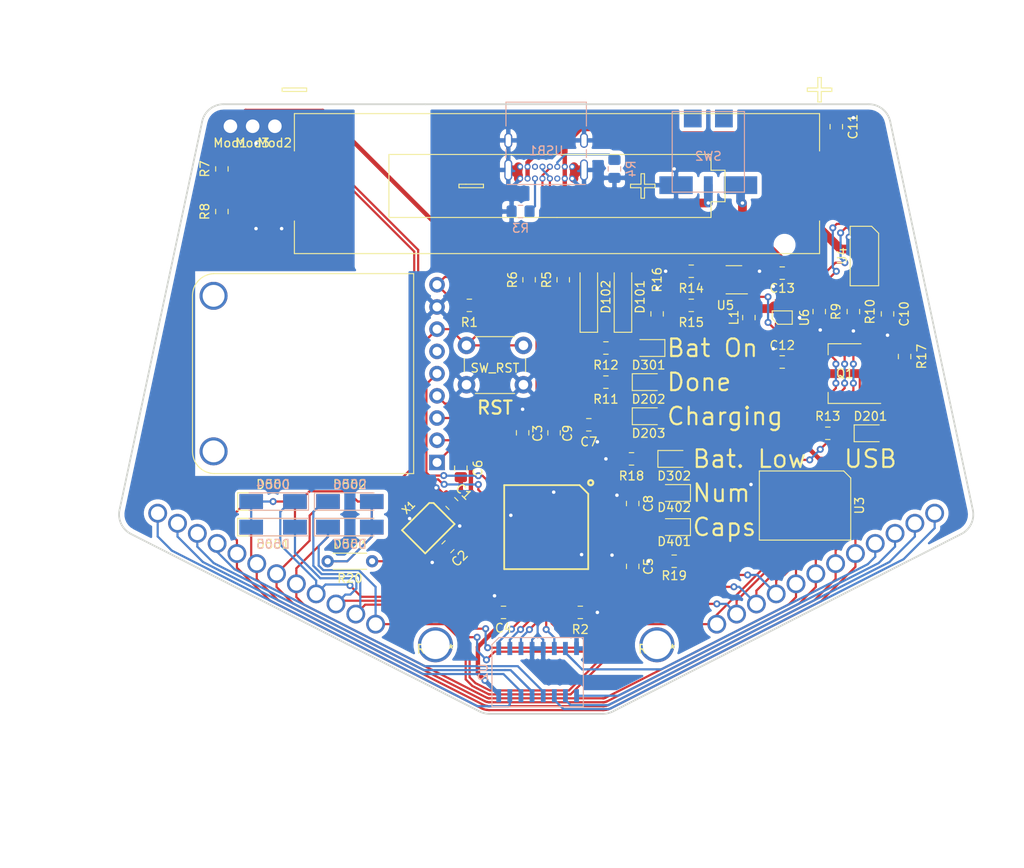
<source format=kicad_pcb>
(kicad_pcb (version 20171130) (host pcbnew "(5.1.4)-1")
  (layers (0 F.Cu signal) (31 B.Cu signal) (34 B.Paste user) (35 F.Paste user) (36 B.SilkS user) (37 F.SilkS user) (38 B.Mask user) (39 F.Mask user) (44 Edge.Cuts user))
  (net 0 "")
  (net 1 "Net-(C1-Pad1)")
  (net 2 "Net-(C2-Pad1)")
  (net 3 VCC)
  (net 4 /BMS/USB_V+)
  (net 5 "Net-(D101-Pad2)")
  (net 6 SCL)
  (net 7 SDA)
  (net 8 /RST)
  (net 9 "Net-(R2-Pad1)")
  (net 10 "Net-(R5-Pad1)")
  (net 11 "Net-(R6-Pad1)")
  (net 12 "Net-(R9-Pad1)")
  (net 13 "Net-(R10-Pad1)")
  (net 14 "Net-(R11-Pad2)")
  (net 15 "Net-(R12-Pad2)")
  (net 16 "Net-(R13-Pad2)")
  (net 17 "Net-(U1-Pad1)")
  (net 18 SS1)
  (net 19 SCK)
  (net 20 MOSI)
  (net 21 MISO)
  (net 22 /IRQ)
  (net 23 ColSelectA)
  (net 24 ColSelectB)
  (net 25 ColSelectC)
  (net 26 RowSelectC)
  (net 27 RowSelectB)
  (net 28 RowSelectA)
  (net 29 "Net-(U3-Pad6)")
  (net 30 /VbatMonitor)
  (net 31 "Net-(D201-Pad1)")
  (net 32 "Net-(D202-Pad1)")
  (net 33 "Net-(D203-Pad1)")
  (net 34 "Net-(D301-Pad1)")
  (net 35 "Net-(JP1-Pad6)")
  (net 36 "Net-(L1-Pad2)")
  (net 37 "Net-(R14-Pad2)")
  (net 38 "Net-(U5-Pad1)")
  (net 39 /BMS/Vcharge)
  (net 40 /BMS/5Vbat)
  (net 41 /UsbD+)
  (net 42 /UsbD-)
  (net 43 GND)
  (net 44 "Net-(R3-Pad2)")
  (net 45 "Net-(R4-Pad2)")
  (net 46 "Net-(USB1-PadB8)")
  (net 47 "Net-(USB1-PadA8)")
  (net 48 "Net-(D302-Pad1)")
  (net 49 "Net-(C9-Pad1)")
  (net 50 "Net-(Q1-Pad1)")
  (net 51 /CapsLock)
  (net 52 "Net-(D401-Pad1)")
  (net 53 /NumLock)
  (net 54 "Net-(D500-Pad2)")
  (net 55 ColEnable)
  (net 56 RowEnable)
  (net 57 "Net-(U1-Pad21)")
  (net 58 "Net-(U1-Pad22)")
  (net 59 ColValue)
  (net 60 /BatLow)
  (net 61 "Net-(U1-Pad20)")
  (net 62 "Net-(U1-Pad41)")
  (net 63 /Col0)
  (net 64 /Col1)
  (net 65 /Col2)
  (net 66 /Col3)
  (net 67 /Col4)
  (net 68 /Col5)
  (net 69 /Col6)
  (net 70 /Col7)
  (net 71 /Row0)
  (net 72 /Row1)
  (net 73 /Row2)
  (net 74 /Row3)
  (net 75 /Row4)
  (net 76 /Row5)
  (net 77 /Row6)
  (net 78 /Row7)
  (module SVastaCustomParts:Mill-Max_Pin_Socket_7305-0-15-15-47-27-10-0 (layer F.Cu) (at 387.998715 162.00962)
    (fp_text reference Mod3 (at 0 1.905) (layer F.SilkS))
    (fp_text value Conn_01x01_Male hide)
    (pad 1 thru_hole circle (at 0 0) (size 2.15 2.15) (drill 1.55) (layers *.Cu *.Mask) (net 7 SDA))
  )
  (module SVastaCustomParts:Mill-Max_Pin_Socket_7305-0-15-15-47-27-10-0 (layer F.Cu) (at 390.538715 162.00962)
    (fp_text reference Mod2 (at 0 1.905) (layer F.SilkS))
    (fp_text value Conn_01x01_Male hide)
    (pad 1 thru_hole circle (at 0 0) (size 2.15 2.15) (drill 1.55) (layers *.Cu *.Mask) (net 6 SCL))
  )
  (module SVastaCustomParts:Mill-Max_Pin_Socket_7305-0-15-15-47-27-10-0 (layer F.Cu) (at 385.458715 162.00962)
    (fp_text reference Mod1 (at 0 1.905) (layer F.SilkS))
    (fp_text value Conn_01x01_Male hide)
    (pad 1 thru_hole circle (at 0 0) (size 2.15 2.15) (drill 1.55) (layers *.Cu *.Mask) (net 3 VCC))
  )
  (module SVastaCustomParts:400BWMSP1R2BLKSM6QE‎_rocker_switch (layer B.Cu) (at 440.058715 164.93462 180)
    (fp_text reference SW2 (at 0 -0.5 180) (layer B.SilkS) (effects (justify mirror)))
    (fp_text value SW_SPDT)
    (pad 3 smd rect (at 3.685 -3.81 180) (size 3.81 2.03) (layers B.Cu B.Paste B.Mask) (net 43 GND))
    (pad 2 smd rect (at 0 -3.81 180) (size 1.02 2.03) (layers B.Cu B.Paste B.Mask) (net 5 "Net-(D101-Pad2)"))
    (pad 1 smd rect (at -3.685 -3.81 180) (size 3.81 2.03) (layers B.Cu B.Paste B.Mask) (net 40 /BMS/5Vbat))
    (pad "" smd rect (at 1.78 3.81 180) (size 2.03 2.03) (layers B.Cu B.Paste B.Mask))
    (pad "" smd rect (at -1.78 3.81 180) (size 2.03 2.03) (layers B.Cu B.Paste B.Mask))
  )
  (module Resistor_THT:R_Axial_DIN0204_L3.6mm_D1.6mm_P5.08mm_Horizontal (layer F.Cu) (at 399.108715 211.73462)
    (fp_text reference R20 (at 0 1.95) (layer F.SilkS))
    (fp_text value 10k)
    (pad 2 thru_hole oval (at 2.54 0) (size 1.4 1.4) (drill 0.7) (layers *.Cu *.Mask) (net 3 VCC))
    (pad 1 thru_hole circle (at -2.54 0) (size 1.4 1.4) (drill 0.7) (layers *.Cu *.Mask) (net 54 "Net-(D500-Pad2)"))
  )
  (module SVastaCustomParts:MountingHole_Imperial4-40_FreeFit (layer F.Cu) (at 408.883715 221.28962)
    (fp_text reference REF** (at 0 0.5) (layer F.SilkS))
    (fp_text value MountingHole_Imperial4-40_FreeFit)
    (pad "" np_thru_hole circle (at 0 0) (size 4 4) (drill 3.26) (layers *.Cu *.Mask))
  )
  (module SVastaCustomParts:MountingHole_Imperial4-40_FreeFit (layer F.Cu) (at 434.186812 221.28962)
    (fp_text reference REF** (at 0 0.5) (layer F.SilkS))
    (fp_text value MountingHole_Imperial4-40_FreeFit)
    (pad "" np_thru_hole circle (at 0 0) (size 4 4) (drill 3.26) (layers *.Cu *.Mask))
  )
  (module SVastaCustomParts:Mill-Max_Pin_Socket_7305-0-15-15-47-27-10-0 (layer F.Cu) (at 459.130116 209.702698 27)
    (fp_text reference Row7 hide)
    (fp_text value Conn_01x01_Male hide)
    (pad 1 thru_hole circle (at 0 0 27) (size 2.15 2.15) (drill 1.55) (layers *.Cu *.Mask) (net 78 /Row7))
  )
  (module SVastaCustomParts:Mill-Max_Pin_Socket_7305-0-15-15-47-27-10-0 (layer F.Cu) (at 461.393273 208.549562 27)
    (fp_text reference Row6 hide)
    (fp_text value Conn_01x01_Male hide)
    (pad 1 thru_hole circle (at 0 0 27) (size 2.15 2.15) (drill 1.55) (layers *.Cu *.Mask) (net 77 /Row6))
  )
  (module SVastaCustomParts:Mill-Max_Pin_Socket_7305-0-15-15-47-27-10-0 (layer F.Cu) (at 463.656429 207.396427 27)
    (fp_text reference Row5 hide)
    (fp_text value Conn_01x01_Male hide)
    (pad 1 thru_hole circle (at 0 0 27) (size 2.15 2.15) (drill 1.55) (layers *.Cu *.Mask) (net 76 /Row5))
  )
  (module SVastaCustomParts:Mill-Max_Pin_Socket_7305-0-15-15-47-27-10-0 (layer F.Cu) (at 465.919586 206.243291 27)
    (fp_text reference Row4 hide)
    (fp_text value Conn_01x01_Male hide)
    (pad 1 thru_hole circle (at 0 0 27) (size 2.15 2.15) (drill 1.55) (layers *.Cu *.Mask) (net 75 /Row4))
  )
  (module SVastaCustomParts:Mill-Max_Pin_Socket_7305-0-15-15-47-27-10-0 (layer F.Cu) (at 383.94041 209.702698 333)
    (fp_text reference Row3 hide)
    (fp_text value Conn_01x01_Male hide)
    (pad 1 thru_hole circle (at 0 0 333) (size 2.15 2.15) (drill 1.55) (layers *.Cu *.Mask) (net 74 /Row3))
  )
  (module SVastaCustomParts:Mill-Max_Pin_Socket_7305-0-15-15-47-27-10-0 (layer F.Cu) (at 381.677254 208.549562 333)
    (fp_text reference Row2 hide)
    (fp_text value Conn_01x01_Male hide)
    (pad 1 thru_hole circle (at 0 0 333) (size 2.15 2.15) (drill 1.55) (layers *.Cu *.Mask) (net 73 /Row2))
  )
  (module SVastaCustomParts:Mill-Max_Pin_Socket_7305-0-15-15-47-27-10-0 (layer F.Cu) (at 379.414097 207.396427 333)
    (fp_text reference Row1 hide)
    (fp_text value Conn_01x01_Male hide)
    (pad 1 thru_hole circle (at 0 0 333) (size 2.15 2.15) (drill 1.55) (layers *.Cu *.Mask) (net 72 /Row1))
  )
  (module SVastaCustomParts:Mill-Max_Pin_Socket_7305-0-15-15-47-27-10-0 (layer F.Cu) (at 377.150941 206.243291 333)
    (fp_text reference Row0 hide)
    (fp_text value Conn_01x01_Male hide)
    (pad 1 thru_hole circle (at 0 0 333) (size 2.15 2.15) (drill 1.55) (layers *.Cu *.Mask) (net 71 /Row0))
  )
  (module SVastaCustomParts:Mill-Max_Pin_Socket_7305-0-15-15-47-27-10-0 (layer F.Cu) (at 456.86696 210.855834 27)
    (fp_text reference ColR0 hide)
    (fp_text value Conn_01x01_Male hide)
    (pad 1 thru_hole circle (at 0 0 27) (size 2.15 2.15) (drill 1.55) (layers *.Cu *.Mask) (net 63 /Col0))
  )
  (module SVastaCustomParts:Mill-Max_Pin_Socket_7305-0-15-15-47-27-10-0 (layer F.Cu) (at 386.203567 210.855834 333)
    (fp_text reference ColL0 hide)
    (fp_text value Conn_01x01_Male hide)
    (pad 1 thru_hole circle (at 0 0 333) (size 2.15 2.15) (drill 1.55) (layers *.Cu *.Mask) (net 63 /Col0))
  )
  (module SVastaCustomParts:Mill-Max_Pin_Socket_7305-0-15-15-47-27-10-0 (layer F.Cu) (at 454.603803 212.00897 27)
    (fp_text reference ColR1 hide)
    (fp_text value Conn_01x01_Male hide)
    (pad 1 thru_hole circle (at 0 0 27) (size 2.15 2.15) (drill 1.55) (layers *.Cu *.Mask) (net 64 /Col1))
  )
  (module SVastaCustomParts:Mill-Max_Pin_Socket_7305-0-15-15-47-27-10-0 (layer F.Cu) (at 388.466724 212.00897 333)
    (fp_text reference ColL1 hide)
    (fp_text value Conn_01x01_Male hide)
    (pad 1 thru_hole circle (at 0 0 333) (size 2.15 2.15) (drill 1.55) (layers *.Cu *.Mask) (net 64 /Col1))
  )
  (module SVastaCustomParts:Mill-Max_Pin_Socket_7305-0-15-15-47-27-10-0 (layer F.Cu) (at 452.340647 213.162106 27)
    (fp_text reference ColR2 hide)
    (fp_text value Conn_01x01_Male hide)
    (pad 1 thru_hole circle (at 0 0 27) (size 2.15 2.15) (drill 1.55) (layers *.Cu *.Mask) (net 65 /Col2))
  )
  (module SVastaCustomParts:Mill-Max_Pin_Socket_7305-0-15-15-47-27-10-0 (layer F.Cu) (at 390.72988 213.162106 333)
    (fp_text reference ColL2 hide)
    (fp_text value Conn_01x01_Male hide)
    (pad 1 thru_hole circle (at 0 0 333) (size 2.15 2.15) (drill 1.55) (layers *.Cu *.Mask) (net 65 /Col2))
  )
  (module SVastaCustomParts:Mill-Max_Pin_Socket_7305-0-15-15-47-27-10-0 (layer F.Cu) (at 450.07749 214.315242 27)
    (fp_text reference ColR3 hide)
    (fp_text value Conn_01x01_Male hide)
    (pad 1 thru_hole circle (at 0 0 27) (size 2.15 2.15) (drill 1.55) (layers *.Cu *.Mask) (net 66 /Col3))
  )
  (module SVastaCustomParts:Mill-Max_Pin_Socket_7305-0-15-15-47-27-10-0 (layer F.Cu) (at 392.993037 214.315242 333)
    (fp_text reference ColL3 hide)
    (fp_text value Conn_01x01_Male hide)
    (pad 1 thru_hole circle (at 0 0 333) (size 2.15 2.15) (drill 1.55) (layers *.Cu *.Mask) (net 66 /Col3))
  )
  (module SVastaCustomParts:Mill-Max_Pin_Socket_7305-0-15-15-47-27-10-0 (layer F.Cu) (at 447.814333 215.468378 27)
    (fp_text reference ColR4 hide)
    (fp_text value Conn_01x01_Male hide)
    (pad 1 thru_hole circle (at 0 0 27) (size 2.15 2.15) (drill 1.55) (layers *.Cu *.Mask) (net 67 /Col4))
  )
  (module SVastaCustomParts:Mill-Max_Pin_Socket_7305-0-15-15-47-27-10-0 (layer F.Cu) (at 395.256193 215.468378 333)
    (fp_text reference ColL4 hide)
    (fp_text value Conn_01x01_Male hide)
    (pad 1 thru_hole circle (at 0 0 333) (size 2.15 2.15) (drill 1.55) (layers *.Cu *.Mask) (net 67 /Col4))
  )
  (module SVastaCustomParts:Mill-Max_Pin_Socket_7305-0-15-15-47-27-10-0 (layer F.Cu) (at 445.551177 216.621513 27)
    (fp_text reference ColR5 hide)
    (fp_text value Conn_01x01_Male hide)
    (pad 1 thru_hole circle (at 0 0 27) (size 2.15 2.15) (drill 1.55) (layers *.Cu *.Mask) (net 68 /Col5))
  )
  (module SVastaCustomParts:Mill-Max_Pin_Socket_7305-0-15-15-47-27-10-0 (layer F.Cu) (at 397.51935 216.621513 333)
    (fp_text reference ColL5 hide)
    (fp_text value Conn_01x01_Male hide)
    (pad 1 thru_hole circle (at 0 0 333) (size 2.15 2.15) (drill 1.55) (layers *.Cu *.Mask) (net 68 /Col5))
  )
  (module SVastaCustomParts:Mill-Max_Pin_Socket_7305-0-15-15-47-27-10-0 (layer F.Cu) (at 443.28802 217.774648 27)
    (fp_text reference ColR6 hide)
    (fp_text value Conn_01x01_Male hide)
    (pad 1 thru_hole circle (at 0 0 27) (size 2.15 2.15) (drill 1.55) (layers *.Cu *.Mask) (net 69 /Col6))
  )
  (module SVastaCustomParts:Mill-Max_Pin_Socket_7305-0-15-15-47-27-10-0 (layer F.Cu) (at 399.782506 217.774648 333)
    (fp_text reference ColL6 hide)
    (fp_text value Conn_01x01_Male hide)
    (pad 1 thru_hole circle (at 0 0 333) (size 2.15 2.15) (drill 1.55) (layers *.Cu *.Mask) (net 69 /Col6))
  )
  (module SVastaCustomParts:Mill-Max_Pin_Socket_7305-0-15-15-47-27-10-0 (layer F.Cu) (at 441.024864 218.927784 27)
    (fp_text reference ColR7 hide)
    (fp_text value Conn_01x01_Male hide)
    (pad 1 thru_hole circle (at 0 0 27) (size 2.15 2.15) (drill 1.55) (layers *.Cu *.Mask) (net 70 /Col7))
  )
  (module SVastaCustomParts:Mill-Max_Pin_Socket_7305-0-15-15-47-27-10-0 (layer F.Cu) (at 402.045663 218.927784 333)
    (fp_text reference ColL7 hide)
    (fp_text value Conn_01x01_Male hide)
    (pad 1 thru_hole circle (at 0 0 333) (size 2.15 2.15) (drill 1.55) (layers *.Cu *.Mask) (net 70 /Col7))
  )
  (module SVastaCustomParts:SN74HC_package_d_soic (layer F.Cu) (at 451.109715 205.36662 180)
    (fp_text reference U3 (at -6.22 0 90) (layer F.SilkS))
    (fp_text value SN74HC251)
    (pad 8 smd rect (at 4.445 2.7 180) (size 0.55 1.5) (layers F.Cu F.Paste F.Mask) (net 43 GND))
    (pad 9 smd rect (at 4.445 -2.7 180) (size 0.55 1.5) (layers F.Cu F.Paste F.Mask) (net 25 ColSelectC))
    (pad 7 smd rect (at 3.175 2.7 180) (size 0.55 1.5) (layers F.Cu F.Paste F.Mask) (net 55 ColEnable))
    (pad 10 smd rect (at 3.175 -2.7 180) (size 0.55 1.5) (layers F.Cu F.Paste F.Mask) (net 24 ColSelectB))
    (pad 6 smd rect (at 1.905 2.7 180) (size 0.55 1.5) (layers F.Cu F.Paste F.Mask) (net 29 "Net-(U3-Pad6)"))
    (pad 11 smd rect (at 1.905 -2.7 180) (size 0.55 1.5) (layers F.Cu F.Paste F.Mask) (net 23 ColSelectA))
    (pad 5 smd rect (at 0.635 2.7 180) (size 0.55 1.5) (layers F.Cu F.Paste F.Mask) (net 59 ColValue))
    (pad 12 smd rect (at 0.635 -2.7 180) (size 0.55 1.5) (layers F.Cu F.Paste F.Mask) (net 70 /Col7))
    (pad 4 smd rect (at -0.635 2.7 180) (size 0.55 1.5) (layers F.Cu F.Paste F.Mask) (net 68 /Col5))
    (pad 13 smd rect (at -0.635 -2.7 180) (size 0.55 1.5) (layers F.Cu F.Paste F.Mask) (net 69 /Col6))
    (pad 3 smd rect (at -1.905 2.7 180) (size 0.55 1.5) (layers F.Cu F.Paste F.Mask) (net 66 /Col3))
    (pad 14 smd rect (at -1.905 -2.7 180) (size 0.55 1.5) (layers F.Cu F.Paste F.Mask) (net 67 /Col4))
    (pad 2 smd rect (at -3.175 2.7 180) (size 0.55 1.5) (layers F.Cu F.Paste F.Mask) (net 64 /Col1))
    (pad 15 smd rect (at -3.175 -2.7 180) (size 0.55 1.5) (layers F.Cu F.Paste F.Mask) (net 65 /Col2))
    (pad 1 smd rect (at -4.445 2.7 180) (size 0.55 1.5) (layers F.Cu F.Paste F.Mask) (net 63 /Col0))
    (pad 16 smd rect (at -4.445 -2.7 180) (size 0.55 1.5) (layers F.Cu F.Paste F.Mask) (net 3 VCC))
  )
  (module SVastaCustomParts:SN74HC_package_d_soic (layer B.Cu) (at 420.558715 224.40962)
    (fp_text reference U2 (at -6.22 0 -90) (layer B.SilkS) (effects (justify mirror)))
    (fp_text value SN74HC138D‎)
    (pad 8 smd rect (at 4.445 -2.7) (size 0.55 1.5) (layers B.Cu B.Paste B.Mask) (net 43 GND))
    (pad 9 smd rect (at 4.445 2.7) (size 0.55 1.5) (layers B.Cu B.Paste B.Mask) (net 77 /Row6))
    (pad 7 smd rect (at 3.175 -2.7) (size 0.55 1.5) (layers B.Cu B.Paste B.Mask) (net 78 /Row7))
    (pad 10 smd rect (at 3.175 2.7) (size 0.55 1.5) (layers B.Cu B.Paste B.Mask) (net 76 /Row5))
    (pad 6 smd rect (at 1.905 -2.7) (size 0.55 1.5) (layers B.Cu B.Paste B.Mask) (net 56 RowEnable))
    (pad 11 smd rect (at 1.905 2.7) (size 0.55 1.5) (layers B.Cu B.Paste B.Mask) (net 75 /Row4))
    (pad 5 smd rect (at 0.635 -2.7) (size 0.55 1.5) (layers B.Cu B.Paste B.Mask) (net 43 GND))
    (pad 12 smd rect (at 0.635 2.7) (size 0.55 1.5) (layers B.Cu B.Paste B.Mask) (net 74 /Row3))
    (pad 4 smd rect (at -0.635 -2.7) (size 0.55 1.5) (layers B.Cu B.Paste B.Mask) (net 43 GND))
    (pad 13 smd rect (at -0.635 2.7) (size 0.55 1.5) (layers B.Cu B.Paste B.Mask) (net 73 /Row2))
    (pad 3 smd rect (at -1.905 -2.7) (size 0.55 1.5) (layers B.Cu B.Paste B.Mask) (net 26 RowSelectC))
    (pad 14 smd rect (at -1.905 2.7) (size 0.55 1.5) (layers B.Cu B.Paste B.Mask) (net 72 /Row1))
    (pad 2 smd rect (at -3.175 -2.7) (size 0.55 1.5) (layers B.Cu B.Paste B.Mask) (net 27 RowSelectB))
    (pad 15 smd rect (at -3.175 2.7) (size 0.55 1.5) (layers B.Cu B.Paste B.Mask) (net 71 /Row0))
    (pad 1 smd rect (at -4.445 -2.7) (size 0.55 1.5) (layers B.Cu B.Paste B.Mask) (net 28 RowSelectA))
    (pad 16 smd rect (at -4.445 2.7) (size 0.55 1.5) (layers B.Cu B.Paste B.Mask) (net 3 VCC))
  )
  (module SVastaCustomParts:D_MiniMELF_Handsoldering_Shorter_Pads (layer F.Cu) (at 390.333715 204.90962)
    (fp_text reference D500 (at 0 -1.95) (layer F.SilkS))
    (fp_text value D)
    (pad 2 smd rect (at 2.5 0) (size 2.7 1.7) (layers F.Cu F.Paste F.Mask) (net 54 "Net-(D500-Pad2)"))
    (pad 1 smd rect (at -2.5 0) (size 2.7 1.7) (layers F.Cu F.Paste F.Mask) (net 63 /Col0))
  )
  (module SVastaCustomParts:D_MiniMELF_Handsoldering_Shorter_Pads (layer F.Cu) (at 390.333715 207.83462)
    (fp_text reference D501 (at 0 1.95) (layer F.SilkS))
    (fp_text value D)
    (pad 2 smd rect (at 2.5 0) (size 2.7 1.7) (layers F.Cu F.Paste F.Mask) (net 54 "Net-(D500-Pad2)"))
    (pad 1 smd rect (at -2.5 0) (size 2.7 1.7) (layers F.Cu F.Paste F.Mask) (net 64 /Col1))
  )
  (module SVastaCustomParts:D_MiniMELF_Handsoldering_Shorter_Pads (layer F.Cu) (at 399.108715 204.90962)
    (fp_text reference D502 (at 0 -1.95) (layer F.SilkS))
    (fp_text value D)
    (pad 2 smd rect (at 2.5 0) (size 2.7 1.7) (layers F.Cu F.Paste F.Mask) (net 54 "Net-(D500-Pad2)"))
    (pad 1 smd rect (at -2.5 0) (size 2.7 1.7) (layers F.Cu F.Paste F.Mask) (net 65 /Col2))
  )
  (module SVastaCustomParts:D_MiniMELF_Handsoldering_Shorter_Pads (layer F.Cu) (at 399.108715 207.83462)
    (fp_text reference D503 (at 0 1.95) (layer F.SilkS))
    (fp_text value D)
    (pad 1 smd rect (at -2.5 0) (size 2.7 1.7) (layers F.Cu F.Paste F.Mask) (net 66 /Col3))
    (pad 2 smd rect (at 2.5 0) (size 2.7 1.7) (layers F.Cu F.Paste F.Mask) (net 54 "Net-(D500-Pad2)"))
  )
  (module SVastaCustomParts:D_MiniMELF_Handsoldering_Shorter_Pads (layer B.Cu) (at 390.333715 204.90962 180)
    (fp_text reference D504 (at 0 1.95) (layer B.SilkS) (effects (justify mirror)))
    (fp_text value D)
    (pad 1 smd rect (at -2.5 0 180) (size 2.7 1.7) (layers B.Cu B.Paste B.Mask) (net 67 /Col4))
    (pad 2 smd rect (at 2.5 0 180) (size 2.7 1.7) (layers B.Cu B.Paste B.Mask) (net 54 "Net-(D500-Pad2)"))
  )
  (module SVastaCustomParts:D_MiniMELF_Handsoldering_Shorter_Pads (layer B.Cu) (at 390.333715 207.83462 180)
    (fp_text reference D505 (at 0 -1.95) (layer B.SilkS) (effects (justify mirror)))
    (fp_text value D)
    (pad 1 smd rect (at -2.5 0 180) (size 2.7 1.7) (layers B.Cu B.Paste B.Mask) (net 68 /Col5))
    (pad 2 smd rect (at 2.5 0 180) (size 2.7 1.7) (layers B.Cu B.Paste B.Mask) (net 54 "Net-(D500-Pad2)"))
  )
  (module SVastaCustomParts:D_MiniMELF_Handsoldering_Shorter_Pads (layer B.Cu) (at 399.108715 204.90962)
    (fp_text reference D506 (at 0 -1.95) (layer B.SilkS) (effects (justify mirror)))
    (fp_text value D)
    (pad 1 smd rect (at -2.5 0) (size 2.7 1.7) (layers B.Cu B.Paste B.Mask) (net 69 /Col6))
    (pad 2 smd rect (at 2.5 0) (size 2.7 1.7) (layers B.Cu B.Paste B.Mask) (net 54 "Net-(D500-Pad2)"))
  )
  (module SVastaCustomParts:D_MiniMELF_Handsoldering_Shorter_Pads (layer B.Cu) (at 399.108715 207.83462)
    (fp_text reference D507 (at 0 1.95 -180) (layer B.SilkS) (effects (justify mirror)))
    (fp_text value D)
    (pad 2 smd rect (at 2.5 0) (size 2.7 1.7) (layers B.Cu B.Paste B.Mask) (net 54 "Net-(D500-Pad2)"))
    (pad 1 smd rect (at -2.5 0) (size 2.7 1.7) (layers B.Cu B.Paste B.Mask) (net 70 /Col7))
  )
  (module SVastaCustomParts:D_MiniMELF_Handsoldering_Shorter_Pads (layer F.Cu) (at 426.408715 181.50962 90)
    (fp_text reference D102 (at 0 1.95 90) (layer F.SilkS))
    (fp_text value D)
    (pad 2 smd rect (at 2.5 0 90) (size 2.7 1.7) (layers F.Cu F.Paste F.Mask) (net 4 /BMS/USB_V+))
    (pad 1 smd rect (at -2.5 0 90) (size 2.7 1.7) (layers F.Cu F.Paste F.Mask) (net 3 VCC))
  )
  (module SVastaCustomParts:D_MiniMELF_Handsoldering_Shorter_Pads (layer F.Cu) (at 430.308715 181.50962 90)
    (fp_text reference D101 (at 0 1.95 90) (layer F.SilkS))
    (fp_text value D)
    (pad 2 smd rect (at 2.5 0 90) (size 2.7 1.7) (layers F.Cu F.Paste F.Mask) (net 5 "Net-(D101-Pad2)"))
    (pad 1 smd rect (at -2.5 0 90) (size 2.7 1.7) (layers F.Cu F.Paste F.Mask) (net 3 VCC))
  )
  (module SVastaCustomParts:Adafruit_BLE_SPI_wire_tht (layer B.Cu) (at 403.983715 190.28462 270)
    (fp_text reference JP1 hide)
    (fp_text value HEADER-1X9)
    (pad 1 thru_hole rect (at 10.16 -5.08 270) (size 1.778 1.778) (drill 1.02) (layers *.Cu *.Mask) (net 19 SCK))
    (pad 2 thru_hole circle (at 7.62 -5.08 270) (size 1.778 1.778) (drill 1.02) (layers *.Cu *.Mask) (net 21 MISO))
    (pad 3 thru_hole circle (at 5.08 -5.08 270) (size 1.778 1.778) (drill 1.02) (layers *.Cu *.Mask) (net 20 MOSI))
    (pad 4 thru_hole circle (at 2.54 -5.08 270) (size 1.778 1.778) (drill 1.02) (layers *.Cu *.Mask) (net 18 SS1))
    (pad 5 thru_hole circle (at 0 -5.08 270) (size 1.778 1.778) (drill 1.02) (layers *.Cu *.Mask) (net 22 /IRQ))
    (pad 6 thru_hole circle (at -2.54 -5.08 270) (size 1.778 1.778) (drill 1.02) (layers *.Cu *.Mask) (net 35 "Net-(JP1-Pad6)"))
    (pad 7 thru_hole circle (at -5.08 -5.08 270) (size 1.778 1.778) (drill 1.02) (layers *.Cu *.Mask) (net 8 /RST))
    (pad 8 thru_hole circle (at -7.62 -5.08 270) (size 1.778 1.778) (drill 1.02) (layers *.Cu *.Mask) (net 43 GND))
    (pad "" np_thru_hole circle (at 8.89 20.447 270) (size 3.2 3.2) (drill 2.5) (layers *.Cu *.Mask))
    (pad "" np_thru_hole circle (at -8.89 20.447 270) (size 3.2 3.2) (drill 2.5) (layers *.Cu *.Mask))
    (pad 9 thru_hole circle (at -10.16 -5.08 270) (size 1.778 1.778) (drill 1.02) (layers *.Cu *.Mask) (net 3 VCC))
  )
  (module Button_Switch_THT:SW_PUSH_6mm (layer F.Cu) (at 415.683715 189.30962 180)
    (fp_text reference SW1 hide)
    (fp_text value SW_RST (at 0 -0.345) (layer F.SilkS))
    (pad 2 thru_hole circle (at -3.25 2.25 270) (size 2 2) (drill 1.1) (layers *.Cu *.Mask) (net 8 /RST))
    (pad 1 thru_hole circle (at -3.25 -2.25 270) (size 2 2) (drill 1.1) (layers *.Cu *.Mask) (net 43 GND))
    (pad 2 thru_hole circle (at 3.25 2.25 270) (size 2 2) (drill 1.1) (layers *.Cu *.Mask) (net 8 /RST))
    (pad 1 thru_hole circle (at 3.25 -2.25 270) (size 2 2) (drill 1.1) (layers *.Cu *.Mask) (net 43 GND))
  )
  (module Resistor_SMD:R_0805_2012Metric_Pad1.15x1.40mm_HandSolder (layer B.Cu) (at 418.608715 171.75962)
    (fp_text reference R3 (at 0 1.905 180) (layer B.SilkS) (effects (justify mirror)))
    (fp_text value 5.1K)
    (pad 1 smd roundrect (at -1.025 0) (size 1.15 1.4) (layers B.Cu B.Paste B.Mask) (roundrect_rratio 0.217391) (net 43 GND))
    (pad 2 smd roundrect (at 1.025 0) (size 1.15 1.4) (layers B.Cu B.Paste B.Mask) (roundrect_rratio 0.217391) (net 44 "Net-(R3-Pad2)"))
  )
  (module SVastaCustomParts:BatteryHolder_Keystone_1088_1xAA (layer F.Cu) (at 421.533291 168.83446 180)
    (fp_text reference BT1 hide)
    (fp_text value Battery_Cell)
    (pad "" np_thru_hole circle (at -27.235 -6.73 180) (size 1.5 1.5) (drill 1.5) (layers *.Cu *.Mask))
    (pad 1 smd rect (at -30.905 0 180) (size 8.5 7) (layers F.Cu F.Paste F.Mask) (net 39 /BMS/Vcharge))
    (pad 2 smd rect (at 30.905 0 180) (size 8.5 7) (layers F.Cu F.Paste F.Mask) (net 43 GND))
  )
  (module Connector_USB:USB_C_Receptacle_GCT_USB4085 (layer B.Cu) (at 421.533291 163.959465)
    (fp_text reference USB1 (at 0 0.85) (layer B.SilkS) (effects (justify mirror)))
    (fp_text value USB_C_Receptacle_USB2.0)
    (pad S1 thru_hole oval (at 4.325 -0.335) (size 0.9 1.7) (drill oval 0.6 1.4) (layers *.Cu *.Mask) (net 43 GND))
    (pad S1 thru_hole oval (at -4.325 -0.335) (size 0.9 1.7) (drill oval 0.6 1.4) (layers *.Cu *.Mask) (net 43 GND))
    (pad S1 thru_hole oval (at 4.325 3.045) (size 0.9 2.4) (drill oval 0.6 2.1) (layers *.Cu *.Mask) (net 43 GND))
    (pad S1 thru_hole oval (at -4.325 3.045) (size 0.9 2.4) (drill oval 0.6 2.1) (layers *.Cu *.Mask) (net 43 GND))
    (pad B6 thru_hole circle (at 0.425 2.675) (size 0.7 0.7) (drill 0.4) (layers *.Cu *.Mask) (net 41 /UsbD+))
    (pad B1 thru_hole circle (at 2.975 2.675) (size 0.7 0.7) (drill 0.4) (layers *.Cu *.Mask) (net 43 GND))
    (pad B4 thru_hole circle (at 2.125 2.675) (size 0.7 0.7) (drill 0.4) (layers *.Cu *.Mask) (net 4 /BMS/USB_V+))
    (pad B5 thru_hole circle (at 1.275 2.675) (size 0.7 0.7) (drill 0.4) (layers *.Cu *.Mask) (net 45 "Net-(R4-Pad2)"))
    (pad B12 thru_hole circle (at -2.975 2.675) (size 0.7 0.7) (drill 0.4) (layers *.Cu *.Mask) (net 43 GND))
    (pad B8 thru_hole circle (at -1.275 2.675) (size 0.7 0.7) (drill 0.4) (layers *.Cu *.Mask) (net 46 "Net-(USB1-PadB8)"))
    (pad B7 thru_hole circle (at -0.425 2.675) (size 0.7 0.7) (drill 0.4) (layers *.Cu *.Mask) (net 42 /UsbD-))
    (pad B9 thru_hole circle (at -2.125 2.675) (size 0.7 0.7) (drill 0.4) (layers *.Cu *.Mask) (net 4 /BMS/USB_V+))
    (pad A12 thru_hole circle (at 2.975 4.025) (size 0.7 0.7) (drill 0.4) (layers *.Cu *.Mask) (net 43 GND))
    (pad A9 thru_hole circle (at 2.125 4.025) (size 0.7 0.7) (drill 0.4) (layers *.Cu *.Mask) (net 4 /BMS/USB_V+))
    (pad A8 thru_hole circle (at 1.275 4.025) (size 0.7 0.7) (drill 0.4) (layers *.Cu *.Mask) (net 47 "Net-(USB1-PadA8)"))
    (pad A7 thru_hole circle (at 0.425 4.025) (size 0.7 0.7) (drill 0.4) (layers *.Cu *.Mask) (net 42 /UsbD-))
    (pad A6 thru_hole circle (at -0.425 4.025) (size 0.7 0.7) (drill 0.4) (layers *.Cu *.Mask) (net 41 /UsbD+))
    (pad A5 thru_hole circle (at -1.275 4.025) (size 0.7 0.7) (drill 0.4) (layers *.Cu *.Mask) (net 44 "Net-(R3-Pad2)"))
    (pad A4 thru_hole circle (at -2.125 4.025) (size 0.7 0.7) (drill 0.4) (layers *.Cu *.Mask) (net 4 /BMS/USB_V+))
    (pad A1 thru_hole circle (at -2.975 4.025) (size 0.7 0.7) (drill 0.4) (layers *.Cu *.Mask) (net 43 GND))
  )
  (module Resistor_SMD:R_0805_2012Metric_Pad1.15x1.40mm_HandSolder (layer F.Cu) (at 436.158715 211.73462 180)
    (fp_text reference R19 (at 0 -1.65) (layer F.SilkS))
    (fp_text value 470)
    (pad 2 smd roundrect (at 1.025 0 180) (size 1.15 1.4) (layers F.Cu F.Paste F.Mask) (roundrect_rratio 0.217391) (net 43 GND))
    (pad 1 smd roundrect (at -1.025 0 180) (size 1.15 1.4) (layers F.Cu F.Paste F.Mask) (roundrect_rratio 0.217391) (net 52 "Net-(D401-Pad1)"))
  )
  (module Resistor_SMD:R_0805_2012Metric_Pad1.15x1.40mm_HandSolder (layer F.Cu) (at 384.483715 171.75962 270)
    (fp_text reference R8 (at 0 1.95 90) (layer F.SilkS))
    (fp_text value 4.7K)
    (pad 2 smd roundrect (at 1.025 0 270) (size 1.15 1.4) (layers F.Cu F.Paste F.Mask) (roundrect_rratio 0.217391) (net 3 VCC))
    (pad 1 smd roundrect (at -1.025 0 270) (size 1.15 1.4) (layers F.Cu F.Paste F.Mask) (roundrect_rratio 0.217391) (net 6 SCL))
  )
  (module Resistor_SMD:R_0805_2012Metric_Pad1.15x1.40mm_HandSolder (layer F.Cu) (at 384.483715 166.88462 270)
    (fp_text reference R7 (at 0 1.95 90) (layer F.SilkS))
    (fp_text value 4.7K)
    (pad 2 smd roundrect (at 1.025 0 270) (size 1.15 1.4) (layers F.Cu F.Paste F.Mask) (roundrect_rratio 0.217391) (net 3 VCC))
    (pad 1 smd roundrect (at -1.025 0 270) (size 1.15 1.4) (layers F.Cu F.Paste F.Mask) (roundrect_rratio 0.217391) (net 7 SDA))
  )
  (module LED_SMD:LED_0805_2012Metric_Pad1.15x1.40mm_HandSolder (layer F.Cu) (at 436.158715 203.934621 180)
    (fp_text reference D402 (at 0 -1.65) (layer F.SilkS))
    (fp_text value NUM)
    (pad 2 smd roundrect (at 1.025 0 180) (size 1.15 1.4) (layers F.Cu F.Paste F.Mask) (roundrect_rratio 0.217391) (net 53 /NumLock))
    (pad 1 smd roundrect (at -1.025 0 180) (size 1.15 1.4) (layers F.Cu F.Paste F.Mask) (roundrect_rratio 0.217391) (net 52 "Net-(D401-Pad1)"))
  )
  (module LED_SMD:LED_0805_2012Metric_Pad1.15x1.40mm_HandSolder (layer F.Cu) (at 436.158715 207.83462 180)
    (fp_text reference D401 (at 0 -1.65) (layer F.SilkS))
    (fp_text value CAPS)
    (pad 2 smd roundrect (at 1.025 0 180) (size 1.15 1.4) (layers F.Cu F.Paste F.Mask) (roundrect_rratio 0.217391) (net 51 /CapsLock))
    (pad 1 smd roundrect (at -1.025 0 180) (size 1.15 1.4) (layers F.Cu F.Paste F.Mask) (roundrect_rratio 0.217391) (net 52 "Net-(D401-Pad1)"))
  )
  (module Keebio:ATMEGA32U4-AU (layer F.Cu) (at 421.538654 207.836595 270)
    (fp_text reference U1 hide)
    (fp_text value ATMEGA32U4 hide)
    (pad 1 smd rect (at -5.9 -4 270) (size 1.5 0.5) (layers F.Cu F.Paste F.Mask) (net 17 "Net-(U1-Pad1)"))
    (pad 2 smd rect (at -5.9 -3.2 270) (size 1.5 0.5) (layers F.Cu F.Paste F.Mask) (net 3 VCC))
    (pad 3 smd rect (at -5.9 -2.4 270) (size 1.5 0.5) (layers F.Cu F.Paste F.Mask) (net 10 "Net-(R5-Pad1)"))
    (pad 4 smd rect (at -5.9 -1.6 270) (size 1.5 0.5) (layers F.Cu F.Paste F.Mask) (net 11 "Net-(R6-Pad1)"))
    (pad 5 smd rect (at -5.9 -0.8 270) (size 1.5 0.5) (layers F.Cu F.Paste F.Mask) (net 43 GND))
    (pad 6 smd rect (at -5.9 0 270) (size 1.5 0.5) (layers F.Cu F.Paste F.Mask) (net 49 "Net-(C9-Pad1)"))
    (pad 7 smd rect (at -5.9 0.8 270) (size 1.5 0.5) (layers F.Cu F.Paste F.Mask) (net 3 VCC))
    (pad 8 smd rect (at -5.9 1.6 270) (size 1.5 0.5) (layers F.Cu F.Paste F.Mask) (net 18 SS1))
    (pad 9 smd rect (at -5.9 2.4 270) (size 1.5 0.5) (layers F.Cu F.Paste F.Mask) (net 19 SCK))
    (pad 10 smd rect (at -5.9 3.2 270) (size 1.5 0.5) (layers F.Cu F.Paste F.Mask) (net 20 MOSI))
    (pad 11 smd rect (at -5.9 4 270) (size 1.5 0.5) (layers F.Cu F.Paste F.Mask) (net 21 MISO))
    (pad 12 smd rect (at -4 5.9 270) (size 0.5 1.5) (layers F.Cu F.Paste F.Mask) (net 22 /IRQ))
    (pad 13 smd rect (at -3.2 5.9 270) (size 0.5 1.5) (layers F.Cu F.Paste F.Mask) (net 8 /RST))
    (pad 14 smd rect (at -2.4 5.9 270) (size 0.5 1.5) (layers F.Cu F.Paste F.Mask) (net 3 VCC))
    (pad 15 smd rect (at -1.6 5.9 270) (size 0.5 1.5) (layers F.Cu F.Paste F.Mask) (net 43 GND))
    (pad 16 smd rect (at -0.8 5.9 270) (size 0.5 1.5) (layers F.Cu F.Paste F.Mask) (net 1 "Net-(C1-Pad1)"))
    (pad 17 smd rect (at 0 5.9 270) (size 0.5 1.5) (layers F.Cu F.Paste F.Mask) (net 2 "Net-(C2-Pad1)"))
    (pad 18 smd rect (at 0.8 5.9 270) (size 0.5 1.5) (layers F.Cu F.Paste F.Mask) (net 6 SCL))
    (pad 19 smd rect (at 1.6 5.9 270) (size 0.5 1.5) (layers F.Cu F.Paste F.Mask) (net 7 SDA))
    (pad 20 smd rect (at 2.4 5.9 270) (size 0.5 1.5) (layers F.Cu F.Paste F.Mask) (net 61 "Net-(U1-Pad20)"))
    (pad 21 smd rect (at 3.2 5.9 270) (size 0.5 1.5) (layers F.Cu F.Paste F.Mask) (net 57 "Net-(U1-Pad21)"))
    (pad 22 smd rect (at 4 5.9 270) (size 0.5 1.5) (layers F.Cu F.Paste F.Mask) (net 58 "Net-(U1-Pad22)"))
    (pad 23 smd rect (at 5.9 4 270) (size 1.5 0.5) (layers F.Cu F.Paste F.Mask) (net 43 GND))
    (pad 24 smd rect (at 5.9 3.2 270) (size 1.5 0.5) (layers F.Cu F.Paste F.Mask) (net 3 VCC))
    (pad 25 smd rect (at 5.9 2.4 270) (size 1.5 0.5) (layers F.Cu F.Paste F.Mask) (net 28 RowSelectA))
    (pad 26 smd rect (at 5.9 1.6 270) (size 1.5 0.5) (layers F.Cu F.Paste F.Mask) (net 27 RowSelectB))
    (pad 27 smd rect (at 5.9 0.8 270) (size 1.5 0.5) (layers F.Cu F.Paste F.Mask) (net 26 RowSelectC))
    (pad 28 smd rect (at 5.9 0 270) (size 1.5 0.5) (layers F.Cu F.Paste F.Mask) (net 56 RowEnable))
    (pad 29 smd rect (at 5.9 -0.8 270) (size 1.5 0.5) (layers F.Cu F.Paste F.Mask) (net 23 ColSelectA))
    (pad 30 smd rect (at 5.9 -1.6 270) (size 1.5 0.5) (layers F.Cu F.Paste F.Mask) (net 24 ColSelectB))
    (pad 31 smd rect (at 5.9 -2.4 270) (size 1.5 0.5) (layers F.Cu F.Paste F.Mask) (net 25 ColSelectC))
    (pad 32 smd rect (at 5.9 -3.2 270) (size 1.5 0.5) (layers F.Cu F.Paste F.Mask) (net 59 ColValue))
    (pad 33 smd rect (at 5.9 -4 270) (size 1.5 0.5) (layers F.Cu F.Paste F.Mask) (net 9 "Net-(R2-Pad1)"))
    (pad 34 smd rect (at 4 -5.9 270) (size 0.5 1.5) (layers F.Cu F.Paste F.Mask) (net 3 VCC))
    (pad 35 smd rect (at 3.2 -5.9 270) (size 0.5 1.5) (layers F.Cu F.Paste F.Mask) (net 43 GND))
    (pad 36 smd rect (at 2.4 -5.9 270) (size 0.5 1.5) (layers F.Cu F.Paste F.Mask) (net 55 ColEnable))
    (pad 37 smd rect (at 1.6 -5.9 270) (size 0.5 1.5) (layers F.Cu F.Paste F.Mask) (net 51 /CapsLock))
    (pad 38 smd rect (at 0.8 -5.9 270) (size 0.5 1.5) (layers F.Cu F.Paste F.Mask) (net 53 /NumLock))
    (pad 39 smd rect (at 0 -5.9 270) (size 0.5 1.5) (layers F.Cu F.Paste F.Mask) (net 30 /VbatMonitor))
    (pad 40 smd rect (at -0.8 -5.9 270) (size 0.5 1.5) (layers F.Cu F.Paste F.Mask) (net 60 /BatLow))
    (pad 41 smd rect (at -1.6 -5.9 270) (size 0.5 1.5) (layers F.Cu F.Paste F.Mask) (net 62 "Net-(U1-Pad41)"))
    (pad 42 smd rect (at -2.4 -5.9 270) (size 0.5 1.5) (layers F.Cu F.Paste F.Mask) (net 3 VCC))
    (pad 43 smd rect (at -3.2 -5.9 270) (size 0.5 1.5) (layers F.Cu F.Paste F.Mask) (net 43 GND))
    (pad 44 smd rect (at -4 -5.9 270) (size 0.5 1.5) (layers F.Cu F.Paste F.Mask) (net 3 VCC))
  )
  (module LED_SMD:LED_0805_2012Metric_Pad1.15x1.40mm_HandSolder (layer F.Cu) (at 436.158715 200.03462)
    (fp_text reference D302 (at 0 1.95) (layer F.SilkS))
    (fp_text value "Bat Low")
    (pad 2 smd roundrect (at 1.025 0) (size 1.15 1.4) (layers F.Cu F.Paste F.Mask) (roundrect_rratio 0.217391) (net 60 /BatLow))
    (pad 1 smd roundrect (at -1.025 0) (size 1.15 1.4) (layers F.Cu F.Paste F.Mask) (roundrect_rratio 0.217391) (net 48 "Net-(D302-Pad1)"))
  )
  (module LED_SMD:LED_0805_2012Metric_Pad1.15x1.40mm_HandSolder (layer F.Cu) (at 433.233715 187.35962 180)
    (fp_text reference D301 (at 0 -1.95) (layer F.SilkS))
    (fp_text value Power)
    (pad 2 smd roundrect (at 1.025 0 180) (size 1.15 1.4) (layers F.Cu F.Paste F.Mask) (roundrect_rratio 0.217391) (net 5 "Net-(D101-Pad2)"))
    (pad 1 smd roundrect (at -1.025 0 180) (size 1.15 1.4) (layers F.Cu F.Paste F.Mask) (roundrect_rratio 0.217391) (net 34 "Net-(D301-Pad1)"))
  )
  (module LED_SMD:LED_0805_2012Metric_Pad1.15x1.40mm_HandSolder (layer F.Cu) (at 433.233715 195.15962)
    (fp_text reference D203 (at 0 1.95) (layer F.SilkS))
    (fp_text value Charging)
    (pad 2 smd roundrect (at 1.025 0) (size 1.15 1.4) (layers F.Cu F.Paste F.Mask) (roundrect_rratio 0.217391) (net 4 /BMS/USB_V+))
    (pad 1 smd roundrect (at -1.025 0) (size 1.15 1.4) (layers F.Cu F.Paste F.Mask) (roundrect_rratio 0.217391) (net 33 "Net-(D203-Pad1)"))
  )
  (module LED_SMD:LED_0805_2012Metric_Pad1.15x1.40mm_HandSolder (layer F.Cu) (at 433.233715 191.25962)
    (fp_text reference D202 (at 0 1.95) (layer F.SilkS))
    (fp_text value "Charge Complete")
    (pad 2 smd roundrect (at 1.025 0) (size 1.15 1.4) (layers F.Cu F.Paste F.Mask) (roundrect_rratio 0.217391) (net 4 /BMS/USB_V+))
    (pad 1 smd roundrect (at -1.025 0) (size 1.15 1.4) (layers F.Cu F.Paste F.Mask) (roundrect_rratio 0.217391) (net 32 "Net-(D202-Pad1)"))
  )
  (module LED_SMD:LED_0805_2012Metric_Pad1.15x1.40mm_HandSolder (layer F.Cu) (at 458.583715 197.10962)
    (fp_text reference D201 (at 0 -1.95) (layer F.SilkS))
    (fp_text value "Power Good")
    (pad 2 smd roundrect (at 1.025 0) (size 1.15 1.4) (layers F.Cu F.Paste F.Mask) (roundrect_rratio 0.217391) (net 4 /BMS/USB_V+))
    (pad 1 smd roundrect (at -1.025 0) (size 1.15 1.4) (layers F.Cu F.Paste F.Mask) (roundrect_rratio 0.217391) (net 31 "Net-(D201-Pad1)"))
  )
  (module Keyboard_Parts:FA-238 (layer F.Cu) (at 408.068269 207.836596 225)
    (fp_text reference X1 (at -0.002898 3.18 225) (layer F.SilkS) (effects (font (size 0.8 0.8))))
    (fp_text value XTAL_GND hide)
    (pad 3 smd rect (at -1.1 -0.8 225) (size 1.4 1.2) (drill (offset -0.1 -0.05)) (layers F.Cu F.Paste F.Mask) (net 43 GND) (clearance 0.2))
    (pad 2 smd rect (at 1.1 -0.8 225) (size 1.4 1.2) (drill (offset 0.1 -0.05)) (layers F.Cu F.Paste F.Mask) (net 2 "Net-(C2-Pad1)") (clearance 0.2))
    (pad 1 smd rect (at -1.1 0.8 225) (size 1.4 1.2) (drill (offset -0.1 0.05)) (layers F.Cu F.Paste F.Mask) (net 1 "Net-(C1-Pad1)") (clearance 0.2))
    (pad 3 smd rect (at 1.1 0.8 225) (size 1.4 1.2) (drill (offset 0.1 0.05)) (layers F.Cu F.Paste F.Mask) (net 43 GND) (clearance 0.2))
  )
  (module Package_TO_SOT_SMD:SOT-363_SC-70-6_Handsoldering (layer F.Cu) (at 448.503838 183.87962 90)
    (fp_text reference U6 (at 0 2.539999 270) (layer F.SilkS))
    (fp_text value LTC3525-5)
    (pad 1 smd rect (at -1.33 -0.65 90) (size 1.5 0.4) (layers F.Cu F.Paste F.Mask) (net 38 "Net-(U5-Pad1)"))
    (pad 2 smd rect (at -1.33 0 90) (size 1.5 0.4) (layers F.Cu F.Paste F.Mask) (net 43 GND))
    (pad 3 smd rect (at -1.33 0.65 90) (size 1.5 0.4) (layers F.Cu F.Paste F.Mask) (net 30 /VbatMonitor))
    (pad 4 smd rect (at 1.33 0.65 90) (size 1.5 0.4) (layers F.Cu F.Paste F.Mask) (net 40 /BMS/5Vbat))
    (pad 5 smd rect (at 1.33 0 90) (size 1.5 0.4) (layers F.Cu F.Paste F.Mask) (net 43 GND))
    (pad 6 smd rect (at 1.33 -0.65 90) (size 1.5 0.4) (layers F.Cu F.Paste F.Mask) (net 36 "Net-(L1-Pad2)"))
  )
  (module Resistor_SMD:R_0805_2012Metric_Pad1.15x1.40mm_HandSolder (layer F.Cu) (at 434.208715 183.45962 90)
    (fp_text reference R16 (at 3.9 0 90) (layer F.SilkS))
    (fp_text value 470)
    (pad 1 smd roundrect (at -1.025 0 90) (size 1.15 1.4) (layers F.Cu F.Paste F.Mask) (roundrect_rratio 0.217391) (net 34 "Net-(D301-Pad1)"))
    (pad 2 smd roundrect (at 1.025 0 90) (size 1.15 1.4) (layers F.Cu F.Paste F.Mask) (roundrect_rratio 0.217391) (net 43 GND))
  )
  (module Package_TO_SOT_SMD:SOT-23-5_HandSoldering (layer F.Cu) (at 442.983715 179.55962 180)
    (fp_text reference U5 (at 0.975 -2.925) (layer F.SilkS))
    (fp_text value LM8364-2.2)
    (pad 1 smd rect (at -1.35 -0.95 180) (size 1.56 0.65) (layers F.Cu F.Paste F.Mask) (net 38 "Net-(U5-Pad1)"))
    (pad 2 smd rect (at -1.35 0 180) (size 1.56 0.65) (layers F.Cu F.Paste F.Mask) (net 37 "Net-(R14-Pad2)"))
    (pad 3 smd rect (at -1.35 0.95 180) (size 1.56 0.65) (layers F.Cu F.Paste F.Mask) (net 43 GND))
    (pad 4 smd rect (at 1.35 0.95 180) (size 1.56 0.65) (layers F.Cu F.Paste F.Mask))
    (pad 5 smd rect (at 1.35 -0.95 180) (size 1.56 0.65) (layers F.Cu F.Paste F.Mask))
  )
  (module SVastaCustomParts:MCP73833T-AMI-UN (layer F.Cu) (at 457.893197 176.84462 180)
    (fp_text reference U4 (at 2.54 0 90) (layer F.SilkS))
    (fp_text value MCP73833)
    (pad 5 smd rect (at 1 2.2 180) (size 0.25 1.4) (layers F.Cu F.Paste F.Mask) (net 43 GND))
    (pad 6 smd rect (at 1 -2.2 180) (size 0.25 1.4) (layers F.Cu F.Paste F.Mask) (net 12 "Net-(R9-Pad1)"))
    (pad 4 smd rect (at 0.5 2.2 180) (size 0.25 1.4) (layers F.Cu F.Paste F.Mask) (net 15 "Net-(R12-Pad2)"))
    (pad 7 smd rect (at 0.5 -2.2 180) (size 0.25 1.4) (layers F.Cu F.Paste F.Mask) (net 16 "Net-(R13-Pad2)"))
    (pad 3 smd rect (at 0 2.2 180) (size 0.25 1.4) (layers F.Cu F.Paste F.Mask) (net 14 "Net-(R11-Pad2)"))
    (pad 8 smd rect (at 0 -2.2 180) (size 0.25 1.4) (layers F.Cu F.Paste F.Mask) (net 13 "Net-(R10-Pad1)"))
    (pad 2 smd rect (at -0.5 2.2 180) (size 0.25 1.4) (layers F.Cu F.Paste F.Mask) (net 4 /BMS/USB_V+))
    (pad 9 smd rect (at -0.5 -2.2 180) (size 0.25 1.4) (layers F.Cu F.Paste F.Mask) (net 39 /BMS/Vcharge))
    (pad 1 smd rect (at -1 2.2 180) (size 0.25 1.4) (layers F.Cu F.Paste F.Mask) (net 4 /BMS/USB_V+))
    (pad 10 smd rect (at -1 -2.2 180) (size 0.25 1.4) (layers F.Cu F.Paste F.Mask) (net 39 /BMS/Vcharge))
  )
  (module Resistor_SMD:R_0805_2012Metric_Pad1.15x1.40mm_HandSolder (layer F.Cu) (at 462.483715 188.33462 90)
    (fp_text reference R17 (at 0 1.95 90) (layer F.SilkS))
    (fp_text value 10K)
    (pad 2 smd roundrect (at 1.025 0 90) (size 1.15 1.4) (layers F.Cu F.Paste F.Mask) (roundrect_rratio 0.217391) (net 4 /BMS/USB_V+))
    (pad 1 smd roundrect (at -1.025 0 90) (size 1.15 1.4) (layers F.Cu F.Paste F.Mask) (roundrect_rratio 0.217391) (net 50 "Net-(Q1-Pad1)"))
  )
  (module Resistor_SMD:R_0805_2012Metric_Pad1.15x1.40mm_HandSolder (layer F.Cu) (at 438.108715 182.48462 180)
    (fp_text reference R15 (at 0 -1.95) (layer F.SilkS))
    (fp_text value 45K)
    (pad 1 smd roundrect (at -1.025 0 180) (size 1.15 1.4) (layers F.Cu F.Paste F.Mask) (roundrect_rratio 0.217391) (net 37 "Net-(R14-Pad2)"))
    (pad 2 smd roundrect (at 1.025 0 180) (size 1.15 1.4) (layers F.Cu F.Paste F.Mask) (roundrect_rratio 0.217391) (net 30 /VbatMonitor))
  )
  (module Resistor_SMD:R_0805_2012Metric_Pad1.15x1.40mm_HandSolder (layer F.Cu) (at 438.108715 178.58462)
    (fp_text reference R14 (at 0 1.95) (layer F.SilkS))
    (fp_text value 100K)
    (pad 1 smd roundrect (at -1.025 0) (size 1.15 1.4) (layers F.Cu F.Paste F.Mask) (roundrect_rratio 0.217391) (net 43 GND))
    (pad 2 smd roundrect (at 1.025 0) (size 1.15 1.4) (layers F.Cu F.Paste F.Mask) (roundrect_rratio 0.217391) (net 37 "Net-(R14-Pad2)"))
  )
  (module Resistor_SMD:R_0805_2012Metric_Pad1.15x1.40mm_HandSolder (layer F.Cu) (at 453.708715 197.10962 180)
    (fp_text reference R13 (at 0 1.95) (layer F.SilkS))
    (fp_text value 470)
    (pad 2 smd roundrect (at 1.025 0 180) (size 1.15 1.4) (layers F.Cu F.Paste F.Mask) (roundrect_rratio 0.217391) (net 16 "Net-(R13-Pad2)"))
    (pad 1 smd roundrect (at -1.025 0 180) (size 1.15 1.4) (layers F.Cu F.Paste F.Mask) (roundrect_rratio 0.217391) (net 31 "Net-(D201-Pad1)"))
  )
  (module Resistor_SMD:R_0805_2012Metric_Pad1.15x1.40mm_HandSolder (layer F.Cu) (at 428.358715 187.35962 180)
    (fp_text reference R12 (at 0 -1.95) (layer F.SilkS))
    (fp_text value 470)
    (pad 2 smd roundrect (at 1.025 0 180) (size 1.15 1.4) (layers F.Cu F.Paste F.Mask) (roundrect_rratio 0.217391) (net 15 "Net-(R12-Pad2)"))
    (pad 1 smd roundrect (at -1.025 0 180) (size 1.15 1.4) (layers F.Cu F.Paste F.Mask) (roundrect_rratio 0.217391) (net 32 "Net-(D202-Pad1)"))
  )
  (module Resistor_SMD:R_0805_2012Metric_Pad1.15x1.40mm_HandSolder (layer F.Cu) (at 428.358715 191.25962 180)
    (fp_text reference R11 (at 0 -1.95) (layer F.SilkS))
    (fp_text value 470)
    (pad 2 smd roundrect (at 1.025 0 180) (size 1.15 1.4) (layers F.Cu F.Paste F.Mask) (roundrect_rratio 0.217391) (net 14 "Net-(R11-Pad2)"))
    (pad 1 smd roundrect (at -1.025 0 180) (size 1.15 1.4) (layers F.Cu F.Paste F.Mask) (roundrect_rratio 0.217391) (net 33 "Net-(D203-Pad1)"))
  )
  (module Resistor_SMD:R_0805_2012Metric_Pad1.15x1.40mm_HandSolder (layer F.Cu) (at 456.633715 183.19462 270)
    (fp_text reference R10 (at -0.000001 -1.905 90) (layer F.SilkS))
    (fp_text value 10K)
    (pad 2 smd roundrect (at 1.025 0 270) (size 1.15 1.4) (layers F.Cu F.Paste F.Mask) (roundrect_rratio 0.217391) (net 43 GND))
    (pad 1 smd roundrect (at -1.025 0 270) (size 1.15 1.4) (layers F.Cu F.Paste F.Mask) (roundrect_rratio 0.217391) (net 13 "Net-(R10-Pad1)"))
  )
  (module Resistor_SMD:R_0805_2012Metric_Pad1.15x1.40mm_HandSolder (layer F.Cu) (at 452.733715 183.19462 270)
    (fp_text reference R9 (at 0 -1.905 90) (layer F.SilkS))
    (fp_text value 1K)
    (pad 2 smd roundrect (at 1.025 0 270) (size 1.15 1.4) (layers F.Cu F.Paste F.Mask) (roundrect_rratio 0.217391) (net 43 GND))
    (pad 1 smd roundrect (at -1.025 0 270) (size 1.15 1.4) (layers F.Cu F.Paste F.Mask) (roundrect_rratio 0.217391) (net 12 "Net-(R9-Pad1)"))
  )
  (module Resistor_SMD:R_0805_2012Metric_Pad1.15x1.40mm_HandSolder (layer F.Cu) (at 419.583715 179.55962 90)
    (fp_text reference R6 (at 0 -1.905 90) (layer F.SilkS))
    (fp_text value 22)
    (pad 2 smd roundrect (at 1.025 0 90) (size 1.15 1.4) (layers F.Cu F.Paste F.Mask) (roundrect_rratio 0.217391) (net 41 /UsbD+))
    (pad 1 smd roundrect (at -1.025 0 90) (size 1.15 1.4) (layers F.Cu F.Paste F.Mask) (roundrect_rratio 0.217391) (net 11 "Net-(R6-Pad1)"))
  )
  (module Resistor_SMD:R_0805_2012Metric_Pad1.15x1.40mm_HandSolder (layer F.Cu) (at 423.483715 179.55962 90)
    (fp_text reference R5 (at 0 -1.905 90) (layer F.SilkS))
    (fp_text value 22)
    (pad 2 smd roundrect (at 1.025 0 90) (size 1.15 1.4) (layers F.Cu F.Paste F.Mask) (roundrect_rratio 0.217391) (net 42 /UsbD-))
    (pad 1 smd roundrect (at -1.025 0 90) (size 1.15 1.4) (layers F.Cu F.Paste F.Mask) (roundrect_rratio 0.217391) (net 10 "Net-(R5-Pad1)"))
  )
  (module Resistor_SMD:R_0805_2012Metric_Pad1.15x1.40mm_HandSolder (layer B.Cu) (at 429.333715 166.88462 90)
    (fp_text reference R4 (at 0 1.905 90) (layer B.SilkS) (effects (justify mirror)))
    (fp_text value 5.1K)
    (pad 1 smd roundrect (at -1.025 0 90) (size 1.15 1.4) (layers B.Cu B.Paste B.Mask) (roundrect_rratio 0.217391) (net 43 GND))
    (pad 2 smd roundrect (at 1.025 0 90) (size 1.15 1.4) (layers B.Cu B.Paste B.Mask) (roundrect_rratio 0.217391) (net 45 "Net-(R4-Pad2)"))
  )
  (module Resistor_SMD:R_0805_2012Metric_Pad1.15x1.40mm_HandSolder (layer F.Cu) (at 425.433715 217.58462)
    (fp_text reference R2 (at 0 1.95 180) (layer F.SilkS))
    (fp_text value 10K)
    (pad 1 smd roundrect (at -1.025 0) (size 1.15 1.4) (layers F.Cu F.Paste F.Mask) (roundrect_rratio 0.217391) (net 9 "Net-(R2-Pad1)"))
    (pad 2 smd roundrect (at 1.025 0) (size 1.15 1.4) (layers F.Cu F.Paste F.Mask) (roundrect_rratio 0.217391) (net 43 GND))
  )
  (module Resistor_SMD:R_0805_2012Metric_Pad1.15x1.40mm_HandSolder (layer F.Cu) (at 412.758715 182.48462)
    (fp_text reference R1 (at 0 1.95) (layer F.SilkS))
    (fp_text value 10K)
    (pad 2 smd roundrect (at 1.025 0) (size 1.15 1.4) (layers F.Cu F.Paste F.Mask) (roundrect_rratio 0.217391) (net 8 /RST))
    (pad 1 smd roundrect (at -1.025 0) (size 1.15 1.4) (layers F.Cu F.Paste F.Mask) (roundrect_rratio 0.217391) (net 3 VCC))
  )
  (module Inductor_SMD:L_0805_2012Metric_Pad1.15x1.40mm_HandSolder (layer F.Cu) (at 444.693834 183.879619 90)
    (fp_text reference L1 (at 0 -1.710119 90) (layer F.SilkS))
    (fp_text value 10uH)
    (pad 1 smd roundrect (at -1.025 0 90) (size 1.15 1.4) (layers F.Cu F.Paste F.Mask) (roundrect_rratio 0.217391) (net 30 /VbatMonitor))
    (pad 2 smd roundrect (at 1.025 0 90) (size 1.15 1.4) (layers F.Cu F.Paste F.Mask) (roundrect_rratio 0.217391) (net 36 "Net-(L1-Pad2)"))
  )
  (module Capacitor_SMD:C_0805_2012Metric_Pad1.15x1.40mm_HandSolder (layer F.Cu) (at 448.503837 188.959619 180)
    (fp_text reference C12 (at 0 1.904999) (layer F.SilkS))
    (fp_text value 1uF)
    (pad 1 smd roundrect (at -1.025 0 180) (size 1.15 1.4) (layers F.Cu F.Paste F.Mask) (roundrect_rratio 0.217391) (net 30 /VbatMonitor))
    (pad 2 smd roundrect (at 1.025 0 180) (size 1.15 1.4) (layers F.Cu F.Paste F.Mask) (roundrect_rratio 0.217391) (net 43 GND))
  )
  (module Capacitor_SMD:C_0805_2012Metric_Pad1.15x1.40mm_HandSolder (layer F.Cu) (at 448.503837 178.79962)
    (fp_text reference C13 (at 0 1.735) (layer F.SilkS))
    (fp_text value 10uF)
    (pad 1 smd roundrect (at -1.025 0) (size 1.15 1.4) (layers F.Cu F.Paste F.Mask) (roundrect_rratio 0.217391) (net 43 GND))
    (pad 2 smd roundrect (at 1.025 0) (size 1.15 1.4) (layers F.Cu F.Paste F.Mask) (roundrect_rratio 0.217391) (net 40 /BMS/5Vbat))
  )
  (module Capacitor_SMD:C_0805_2012Metric_Pad1.15x1.40mm_HandSolder (layer F.Cu) (at 460.533715 183.45962 270)
    (fp_text reference C10 (at 0 -1.905 90) (layer F.SilkS))
    (fp_text value 1uF)
    (pad 2 smd roundrect (at 1.025 0 270) (size 1.15 1.4) (layers F.Cu F.Paste F.Mask) (roundrect_rratio 0.217391) (net 43 GND))
    (pad 1 smd roundrect (at -1.025 0 270) (size 1.15 1.4) (layers F.Cu F.Paste F.Mask) (roundrect_rratio 0.217391) (net 39 /BMS/Vcharge))
  )
  (module Capacitor_SMD:C_0805_2012Metric_Pad1.15x1.40mm_HandSolder (layer F.Cu) (at 454.683257 162.05962 90)
    (fp_text reference C11 (at 0 1.905 90) (layer F.SilkS))
    (fp_text value 1uF)
    (pad 2 smd roundrect (at 1.025 0 90) (size 1.15 1.4) (layers F.Cu F.Paste F.Mask) (roundrect_rratio 0.217391) (net 43 GND))
    (pad 1 smd roundrect (at -1.025 0 90) (size 1.15 1.4) (layers F.Cu F.Paste F.Mask) (roundrect_rratio 0.217391) (net 4 /BMS/USB_V+))
  )
  (module Capacitor_SMD:C_0805_2012Metric_Pad1.15x1.40mm_HandSolder (layer F.Cu) (at 422.43668 197.060288 270)
    (fp_text reference C9 (at 0.049332 -1.534535 90) (layer F.SilkS))
    (fp_text value 1uF)
    (pad 1 smd roundrect (at -1.025 0 270) (size 1.15 1.4) (layers F.Cu F.Paste F.Mask) (roundrect_rratio 0.217391) (net 49 "Net-(C9-Pad1)"))
    (pad 2 smd roundrect (at 1.025 0 270) (size 1.15 1.4) (layers F.Cu F.Paste F.Mask) (roundrect_rratio 0.217391) (net 43 GND))
  )
  (module Capacitor_SMD:C_0805_2012Metric_Pad1.15x1.40mm_HandSolder (layer F.Cu) (at 426.408715 196.13462)
    (fp_text reference C7 (at 0 1.95 180) (layer F.SilkS))
    (fp_text value 4.7uF)
    (pad 2 smd roundrect (at 1.025 0) (size 1.15 1.4) (layers F.Cu F.Paste F.Mask) (roundrect_rratio 0.217391) (net 43 GND))
    (pad 1 smd roundrect (at -1.025 0) (size 1.15 1.4) (layers F.Cu F.Paste F.Mask) (roundrect_rratio 0.217391) (net 3 VCC))
  )
  (module Capacitor_SMD:C_0805_2012Metric_Pad1.15x1.40mm_HandSolder (layer F.Cu) (at 411.783715 201.095819 270)
    (fp_text reference C6 (at 0.005 -1.95 270) (layer F.SilkS))
    (fp_text value 0.1uF)
    (pad 2 smd roundrect (at 1.025 0 270) (size 1.15 1.4) (layers F.Cu F.Paste F.Mask) (roundrect_rratio 0.217391) (net 43 GND))
    (pad 1 smd roundrect (at -1.025 0 270) (size 1.15 1.4) (layers F.Cu F.Paste F.Mask) (roundrect_rratio 0.217391) (net 3 VCC))
  )
  (module Capacitor_SMD:C_0805_2012Metric_Pad1.15x1.40mm_HandSolder (layer F.Cu) (at 431.418984 212.324675 90)
    (fp_text reference C5 (at 0.003536 1.792516 270) (layer F.SilkS))
    (fp_text value 0.1uF)
    (pad 2 smd roundrect (at 1.025 0 90) (size 1.15 1.4) (layers F.Cu F.Paste F.Mask) (roundrect_rratio 0.217391) (net 43 GND))
    (pad 1 smd roundrect (at -1.025 0 90) (size 1.15 1.4) (layers F.Cu F.Paste F.Mask) (roundrect_rratio 0.217391) (net 3 VCC))
  )
  (module Capacitor_SMD:C_0805_2012Metric_Pad1.15x1.40mm_HandSolder (layer F.Cu) (at 416.658715 217.58462 180)
    (fp_text reference C4 (at 0 -1.796051 180) (layer F.SilkS))
    (fp_text value 0.1uF)
    (pad 2 smd roundrect (at 1.025 0 180) (size 1.15 1.4) (layers F.Cu F.Paste F.Mask) (roundrect_rratio 0.217391) (net 43 GND))
    (pad 1 smd roundrect (at -1.025 0 180) (size 1.15 1.4) (layers F.Cu F.Paste F.Mask) (roundrect_rratio 0.217391) (net 3 VCC))
  )
  (module Capacitor_SMD:C_0805_2012Metric_Pad1.15x1.40mm_HandSolder (layer F.Cu) (at 418.84309 197.054704 90)
    (fp_text reference C3 (at -0.054916 1.715625 90) (layer F.SilkS))
    (fp_text value 0.1uF)
    (pad 2 smd roundrect (at 1.025 0 90) (size 1.15 1.4) (layers F.Cu F.Paste F.Mask) (roundrect_rratio 0.217391) (net 43 GND))
    (pad 1 smd roundrect (at -1.025 0 90) (size 1.15 1.4) (layers F.Cu F.Paste F.Mask) (roundrect_rratio 0.217391) (net 3 VCC))
  )
  (module Capacitor_SMD:C_0805_2012Metric_Pad1.15x1.40mm_HandSolder (layer F.Cu) (at 410.311847 210.076075 225)
    (fp_text reference C2 (at 0.005001 -1.902102 225) (layer F.SilkS))
    (fp_text value 22pF)
    (pad 2 smd roundrect (at 1.025 0 225) (size 1.15 1.4) (layers F.Cu F.Paste F.Mask) (roundrect_rratio 0.217391) (net 43 GND))
    (pad 1 smd roundrect (at -1.025 0 225) (size 1.15 1.4) (layers F.Cu F.Paste F.Mask) (roundrect_rratio 0.217391) (net 2 "Net-(C2-Pad1)"))
  )
  (module Capacitor_SMD:C_0805_2012Metric_Pad1.15x1.40mm_HandSolder (layer F.Cu) (at 410.76086 205.136934 135)
    (fp_text reference C1 (at -0.002896 1.91 315) (layer F.SilkS))
    (fp_text value 22pF)
    (pad 2 smd roundrect (at 1.025 0 135) (size 1.15 1.4) (layers F.Cu F.Paste F.Mask) (roundrect_rratio 0.217391) (net 43 GND))
    (pad 1 smd roundrect (at -1.025 0 135) (size 1.15 1.4) (layers F.Cu F.Paste F.Mask) (roundrect_rratio 0.217391) (net 1 "Net-(C1-Pad1)"))
  )
  (module Resistor_SMD:R_0805_2012Metric_Pad1.15x1.40mm_HandSolder (layer F.Cu) (at 431.283715 200.03462 180)
    (fp_text reference R18 (at 0 -1.95) (layer F.SilkS))
    (fp_text value 220)
    (pad 2 smd roundrect (at 1.025 0 180) (size 1.15 1.4) (layers F.Cu F.Paste F.Mask) (roundrect_rratio 0.217391) (net 43 GND))
    (pad 1 smd roundrect (at -1.025 0 180) (size 1.15 1.4) (layers F.Cu F.Paste F.Mask) (roundrect_rratio 0.217391) (net 48 "Net-(D302-Pad1)"))
  )
  (module Capacitor_SMD:C_0805_2012Metric_Pad1.15x1.40mm_HandSolder (layer F.Cu) (at 431.415449 205.136934 270)
    (fp_text reference C8 (at 0 -1.796051 90) (layer F.SilkS))
    (fp_text value 0.1uF)
    (pad 1 smd roundrect (at -1.025 0 270) (size 1.15 1.4) (layers F.Cu F.Paste F.Mask) (roundrect_rratio 0.217391) (net 43 GND))
    (pad 2 smd roundrect (at 1.025 0 270) (size 1.15 1.4) (layers F.Cu F.Paste F.Mask) (roundrect_rratio 0.217391) (net 3 VCC))
  )
  (module Package_TO_SOT_SMD:SOT-223 (layer F.Cu) (at 455.658715 190.28462 180)
    (fp_text reference Q1 (at 0 0 180) (layer F.SilkS))
    (fp_text value PZT3906)
    (pad 4 smd rect (at 3.15 0 180) (size 2 3.8) (layers F.Cu F.Paste F.Mask) (net 30 /VbatMonitor))
    (pad 2 smd rect (at -3.15 0 180) (size 2 1.5) (layers F.Cu F.Paste F.Mask) (net 30 /VbatMonitor))
    (pad 3 smd rect (at -3.15 2.3 180) (size 2 1.5) (layers F.Cu F.Paste F.Mask) (net 39 /BMS/Vcharge))
    (pad 1 smd rect (at -3.15 -2.3 180) (size 2 1.5) (layers F.Cu F.Paste F.Mask) (net 50 "Net-(Q1-Pad1)"))
  )
  (gr_text RST (at 415.683715 194.18462) (layer F.SilkS) (effects (font (size 1.5 1.5) (thickness 0.25))))
  (gr_arc (start 375.236433 206.390126) (end 372.791064 205.870347) (angle -75) (layer Edge.Cuts) (width 0.2))
  (gr_arc (start 384.673799 161.990807) (end 384.673799 159.490807) (angle -78) (layer Edge.Cuts) (width 0.2))
  (gr_line (start 372.791064 205.870347) (end 382.22843 161.471028) (layer Edge.Cuts) (width 0.2))
  (gr_line (start 407.733291 159.491152) (end 384.673799 159.490807) (layer Edge.Cuts) (width 0.2))
  (gr_arc (start 458.396727 161.990807) (end 460.842096 161.471028) (angle -78) (layer Edge.Cuts) (width 0.2))
  (gr_line (start 407.733291 159.491152) (end 458.396727 159.490807) (layer Edge.Cuts) (width 0.2))
  (gr_line (start 429.146442 228.908284) (end 468.96907 208.617643) (layer Edge.Cuts) (width 0.2))
  (gr_arc (start 428.011466 226.680768) (end 428.011466 229.180768) (angle -27) (layer Edge.Cuts) (width 0.2))
  (gr_line (start 415.059061 229.180768) (end 428.011466 229.180768) (layer Edge.Cuts) (width 0.2))
  (gr_arc (start 415.059061 226.680768) (end 413.924084 228.908284) (angle -27) (layer Edge.Cuts) (width 0.2))
  (gr_line (start 413.924084 228.908284) (end 374.101457 208.617643) (layer Edge.Cuts) (width 0.2))
  (gr_line (start 470.279463 205.870347) (end 460.842096 161.471028) (layer Edge.Cuts) (width 0.2))
  (gr_arc (start 467.834094 206.390126) (end 468.96907 208.617643) (angle -75) (layer Edge.Cuts) (width 0.2))
  (gr_text Num (at 438.108715 203.93462) (layer F.SilkS) (effects (font (size 2 2) (thickness 0.25)) (justify left)))
  (gr_text Caps (at 438.108715 207.83462) (layer F.SilkS) (effects (font (size 2 2) (thickness 0.25)) (justify left)))
  (gr_text Charging (at 435.183715 195.15962) (layer F.SilkS) (effects (font (size 2 2) (thickness 0.25)) (justify left)))
  (gr_text "Bat On" (at 435.183715 187.35962) (layer F.SilkS) (effects (font (size 2 2) (thickness 0.25)) (justify left)))
  (gr_text Done (at 435.183715 191.25962) (layer F.SilkS) (effects (font (size 2 2) (thickness 0.25)) (justify left)))
  (gr_text USB (at 458.583715 200.03462) (layer F.SilkS) (effects (font (size 2 2) (thickness 0.25))))
  (gr_text "Bat. Low" (at 438.108715 200.03462) (layer F.SilkS) (effects (font (size 2 2) (thickness 0.25)) (justify left)))
  (segment (start 408.280401 206.493093) (end 408.517283 206.25621) (width 0.25) (layer F.Cu) (net 1))
  (segment (start 412.660521 207.036596) (end 415.638654 207.036596) (width 0.25) (layer F.Cu) (net 1))
  (segment (start 411.485644 205.861719) (end 412.660521 207.036596) (width 0.25) (layer F.Cu) (net 1))
  (segment (start 408.911776 205.861718) (end 411.485644 205.861718) (width 0.25) (layer F.Cu) (net 1))
  (segment (start 408.280401 206.493093) (end 408.911776 205.861718) (width 0.25) (layer F.Cu) (net 1))
  (segment (start 412.551327 207.836595) (end 415.638654 207.836595) (width 0.25) (layer F.Cu) (net 2))
  (segment (start 411.036631 209.351291) (end 412.551327 207.836595) (width 0.25) (layer F.Cu) (net 2))
  (segment (start 408.027329 209.351291) (end 411.036631 209.351291) (width 0.25) (layer F.Cu) (net 2))
  (segment (start 407.856137 209.180099) (end 408.027329 209.351291) (width 0.25) (layer F.Cu) (net 2))
  (segment (start 418.395564 213.793506) (end 418.338654 213.736595) (width 0.25) (layer F.Cu) (net 3))
  (segment (start 427.611342 205.263908) (end 427.438654 205.436595) (width 0.25) (layer F.Cu) (net 3))
  (segment (start 426.588655 203.836595) (end 427.438654 203.836595) (width 0.5) (layer F.Cu) (net 3))
  (segment (start 420.738655 202.786594) (end 420.738655 201.936595) (width 0.5) (layer F.Cu) (net 3))
  (segment (start 426.223347 205.436595) (end 427.438654 205.436595) (width 0.5) (layer F.Cu) (net 3))
  (segment (start 426.223347 205.436595) (end 425.624983 206.034959) (width 0.5) (layer F.Cu) (net 3))
  (segment (start 425.624983 206.034959) (end 425.624982 206.034959) (width 0.5) (layer F.Cu) (net 3))
  (segment (start 425.624982 206.034959) (end 425.624981 205.585947) (width 0.5) (layer F.Cu) (net 3))
  (segment (start 425.624983 206.932985) (end 425.624982 206.034959) (width 0.5) (layer F.Cu) (net 3))
  (segment (start 425.624983 206.400268) (end 425.624983 206.932985) (width 0.5) (layer F.Cu) (net 3))
  (segment (start 424.231244 203.457679) (end 424.738655 202.950268) (width 0.5) (layer F.Cu) (net 3))
  (segment (start 426.027295 203.836596) (end 427.438654 203.836595) (width 0.5) (layer F.Cu) (net 3))
  (segment (start 425.624982 203.836595) (end 426.027295 203.836596) (width 0.5) (layer F.Cu) (net 3))
  (segment (start 425.624983 205.136934) (end 425.624983 204.687921) (width 0.5) (layer F.Cu) (net 3))
  (segment (start 425.624983 204.687921) (end 425.624983 204.238908) (width 0.5) (layer F.Cu) (net 3))
  (segment (start 426.223347 205.436595) (end 425.624983 204.838231) (width 0.5) (layer F.Cu) (net 3))
  (segment (start 425.624983 204.838231) (end 425.624983 204.687921) (width 0.5) (layer F.Cu) (net 3))
  (segment (start 425.624981 205.585947) (end 425.624983 205.136934) (width 0.5) (layer F.Cu) (net 3))
  (segment (start 425.624981 204.472921) (end 425.624982 204.472922) (width 0.5) (layer F.Cu) (net 3))
  (segment (start 426.027295 203.836596) (end 425.624983 204.238908) (width 0.5) (layer F.Cu) (net 3))
  (segment (start 425.624983 204.238908) (end 425.624982 203.836595) (width 0.5) (layer F.Cu) (net 3))
  (segment (start 424.688741 207.869227) (end 425.624983 206.932985) (width 0.5) (layer F.Cu) (net 3))
  (segment (start 424.688741 211.286642) (end 424.688741 207.869227) (width 0.5) (layer F.Cu) (net 3))
  (segment (start 425.238694 211.836595) (end 424.688741 211.286642) (width 0.5) (layer F.Cu) (net 3))
  (segment (start 427.438654 211.836595) (end 425.238694 211.836595) (width 0.5) (layer F.Cu) (net 3))
  (segment (start 424.34804 203.340883) (end 425.12927 203.340883) (width 0.5) (layer F.Cu) (net 3))
  (segment (start 424.231244 203.457679) (end 424.34804 203.340883) (width 0.5) (layer F.Cu) (net 3))
  (segment (start 424.738655 202.950268) (end 425.12927 203.340883) (width 0.5) (layer F.Cu) (net 3))
  (segment (start 425.12927 203.340883) (end 425.624982 203.836595) (width 0.5) (layer F.Cu) (net 3))
  (segment (start 430.690111 205.436595) (end 431.415449 206.161933) (width 0.5) (layer F.Cu) (net 3))
  (segment (start 427.438654 205.436595) (end 430.690111 205.436595) (width 0.5) (layer F.Cu) (net 3))
  (segment (start 420.738655 201.936595) (end 420.738655 203.440396) (width 0.5) (layer F.Cu) (net 3))
  (segment (start 418.338654 212.714728) (end 418.742456 212.310926) (width 0.5) (layer F.Cu) (net 3))
  (segment (start 418.338654 213.736595) (end 418.338654 212.714728) (width 0.5) (layer F.Cu) (net 3))
  (segment (start 418.742455 206.233985) (end 418.742455 206.483973) (width 0.5) (layer F.Cu) (net 3))
  (segment (start 417.945065 205.436595) (end 418.742455 206.233985) (width 0.5) (layer F.Cu) (net 3))
  (segment (start 418.742456 212.310926) (end 418.742455 206.483973) (width 0.5) (layer F.Cu) (net 3))
  (segment (start 423.899027 203.789896) (end 423.7 203.988922) (width 0.5) (layer F.Cu) (net 3))
  (segment (start 423.899027 203.789896) (end 424.231244 203.457679) (width 0.5) (layer F.Cu) (net 3))
  (segment (start 420.738655 199.975267) (end 418.84309 198.079703) (width 0.5) (layer F.Cu) (net 3))
  (segment (start 420.738655 201.936595) (end 420.738655 199.975267) (width 0.5) (layer F.Cu) (net 3))
  (segment (start 423.7 203.988922) (end 423.001001 204.687921) (width 0.5) (layer F.Cu) (net 3))
  (segment (start 423.001001 204.687921) (end 421.98618 204.687921) (width 0.5) (layer F.Cu) (net 3))
  (segment (start 420.389155 203.789896) (end 421.088154 203.789896) (width 0.5) (layer F.Cu) (net 3))
  (segment (start 421.088154 203.789896) (end 421.98618 204.687921) (width 0.5) (layer F.Cu) (net 3))
  (segment (start 420.738655 203.440396) (end 421.088154 203.789896) (width 0.5) (layer F.Cu) (net 3))
  (segment (start 420.389155 203.789896) (end 420.738655 203.440396) (width 0.5) (layer F.Cu) (net 3))
  (segment (start 415.638654 205.436595) (end 416.598026 205.436596) (width 0.5) (layer F.Cu) (net 3))
  (segment (start 418.742455 205.436596) (end 418.742455 206.483973) (width 0.5) (layer F.Cu) (net 3))
  (segment (start 420.389155 203.789896) (end 418.742455 205.436596) (width 0.5) (layer F.Cu) (net 3))
  (segment (start 416.598026 205.436596) (end 418.742455 205.436596) (width 0.5) (layer F.Cu) (net 3))
  (segment (start 418.285509 212.661583) (end 418.338654 212.714728) (width 0.25) (layer F.Cu) (net 3))
  (segment (start 426.408715 184.25962) (end 430.308715 184.25962) (width 1) (layer F.Cu) (net 3))
  (segment (start 414.701988 205.436595) (end 415.638654 205.436595) (width 0.5) (layer F.Cu) (net 3))
  (segment (start 412.933725 203.668332) (end 414.701988 205.436595) (width 0.5) (layer F.Cu) (net 3))
  (segment (start 412.933725 201.220829) (end 412.933725 203.668332) (width 0.5) (layer F.Cu) (net 3))
  (segment (start 411.783715 200.070819) (end 412.933725 201.220829) (width 0.5) (layer F.Cu) (net 3))
  (segment (start 413.210342 178.720492) (end 413.833714 178.09712) (width 0.25) (layer F.Cu) (net 3))
  (segment (start 412.695213 179.235621) (end 413.210342 178.720492) (width 0.25) (layer F.Cu) (net 3))
  (segment (start 409.952714 179.235621) (end 412.695213 179.235621) (width 0.25) (layer F.Cu) (net 3))
  (segment (start 409.063715 180.12462) (end 409.952714 179.235621) (width 0.25) (layer F.Cu) (net 3))
  (segment (start 411.423715 182.48462) (end 411.733715 182.48462) (width 0.25) (layer F.Cu) (net 3))
  (segment (start 409.063715 180.12462) (end 411.423715 182.48462) (width 0.25) (layer F.Cu) (net 3))
  (segment (start 417.683715 215.641534) (end 417.683715 217.58462) (width 0.5) (layer F.Cu) (net 3))
  (segment (start 418.338654 213.736595) (end 418.338654 214.986595) (width 0.5) (layer F.Cu) (net 3))
  (segment (start 418.338654 214.986595) (end 417.683715 215.641534) (width 0.5) (layer F.Cu) (net 3))
  (segment (start 430.201734 213.349675) (end 430.64366 213.349675) (width 0.5) (layer F.Cu) (net 3))
  (segment (start 428.688654 211.836595) (end 430.201734 213.349675) (width 0.5) (layer F.Cu) (net 3))
  (segment (start 427.438654 211.836595) (end 428.688654 211.836595) (width 0.5) (layer F.Cu) (net 3))
  (segment (start 430.64366 213.349675) (end 431.418984 213.349675) (width 0.5) (layer F.Cu) (net 3))
  (segment (start 425.383715 185.03462) (end 426.408715 184.00962) (width 1) (layer F.Cu) (net 3))
  (segment (start 425.383715 196.13462) (end 425.383715 185.03462) (width 1) (layer F.Cu) (net 3))
  (segment (start 424.738655 196.77968) (end 425.383715 196.13462) (width 0.5) (layer F.Cu) (net 3))
  (segment (start 414.457086 178.720492) (end 413.833714 178.09712) (width 0.5) (layer F.Cu) (net 3))
  (segment (start 420.558715 184.822121) (end 414.457086 178.720492) (width 0.5) (layer F.Cu) (net 3))
  (segment (start 420.558715 196.364079) (end 420.558715 184.822121) (width 0.5) (layer F.Cu) (net 3))
  (segment (start 418.84309 198.079704) (end 420.558715 196.364079) (width 0.5) (layer F.Cu) (net 3))
  (via (at 414.533715 225.355581) (size 0.8) (drill 0.4) (layers F.Cu B.Cu) (net 3))
  (segment (start 416.113715 227.10962) (end 416.113715 226.935581) (width 0.5) (layer B.Cu) (net 3))
  (segment (start 416.113715 226.935581) (end 414.533715 225.355581) (width 0.5) (layer B.Cu) (net 3))
  (segment (start 413.733715 224.555581) (end 414.533715 225.355581) (width 0.5) (layer F.Cu) (net 3))
  (segment (start 413.733715 221.53462) (end 413.733715 224.555581) (width 0.5) (layer F.Cu) (net 3))
  (segment (start 417.683715 217.58462) (end 413.733715 221.53462) (width 0.5) (layer F.Cu) (net 3))
  (segment (start 426.971657 199.75468) (end 428.641717 198.08462) (width 0.5) (layer F.Cu) (net 3))
  (segment (start 424.738655 199.75468) (end 426.971657 199.75468) (width 0.5) (layer F.Cu) (net 3))
  (segment (start 424.738655 199.75468) (end 424.738655 196.77968) (width 0.5) (layer F.Cu) (net 3))
  (segment (start 424.738655 202.950268) (end 424.738655 199.75468) (width 0.5) (layer F.Cu) (net 3))
  (segment (start 428.641717 198.08462) (end 438.108715 198.08462) (width 0.5) (layer F.Cu) (net 3))
  (segment (start 438.108715 198.08462) (end 450.783715 198.08462) (width 0.5) (layer F.Cu) (net 3))
  (segment (start 450.783715 198.08462) (end 452.733715 200.03462) (width 0.5) (layer F.Cu) (net 3))
  (segment (start 452.733715 200.03462) (end 454.683715 200.03462) (width 0.5) (layer F.Cu) (net 3))
  (segment (start 455.554715 207.06662) (end 455.554715 208.06662) (width 0.25) (layer F.Cu) (net 3))
  (segment (start 455.554715 204.403618) (end 455.554715 207.06662) (width 0.25) (layer F.Cu) (net 3))
  (segment (start 454.884716 203.733619) (end 455.554715 204.403618) (width 0.25) (layer F.Cu) (net 3))
  (segment (start 454.884716 200.235621) (end 454.884716 203.733619) (width 0.25) (layer F.Cu) (net 3))
  (segment (start 454.683715 200.03462) (end 454.884716 200.235621) (width 0.25) (layer F.Cu) (net 3))
  (segment (start 418.338654 212.736595) (end 418.338654 213.736595) (width 0.25) (layer F.Cu) (net 3))
  (segment (start 405.315357 211.73462) (end 407.265357 213.68462) (width 0.25) (layer F.Cu) (net 3))
  (segment (start 401.648715 211.73462) (end 405.315357 211.73462) (width 0.25) (layer F.Cu) (net 3))
  (segment (start 407.265357 213.68462) (end 413.783715 213.68462) (width 0.25) (layer F.Cu) (net 3))
  (segment (start 413.783715 213.68462) (end 414.806741 212.661594) (width 0.25) (layer F.Cu) (net 3))
  (segment (start 414.806741 212.661594) (end 418.263653 212.661594) (width 0.25) (layer F.Cu) (net 3))
  (segment (start 418.263653 212.661594) (end 418.338654 212.736595) (width 0.25) (layer F.Cu) (net 3))
  (segment (start 383.860343 167.286248) (end 384.483715 167.90962) (width 0.25) (layer F.Cu) (net 3))
  (segment (start 383.458705 166.88461) (end 383.860343 167.286248) (width 0.25) (layer F.Cu) (net 3))
  (segment (start 383.860343 172.161248) (end 384.483715 172.78462) (width 0.25) (layer F.Cu) (net 3))
  (segment (start 383.458705 171.75961) (end 383.860343 172.161248) (width 0.25) (layer F.Cu) (net 3))
  (segment (start 383.458705 168.93463) (end 383.458705 171.75961) (width 0.25) (layer F.Cu) (net 3))
  (segment (start 384.483715 167.90962) (end 383.458705 168.93463) (width 0.25) (layer F.Cu) (net 3))
  (segment (start 387.196538 160.271797) (end 385.458715 162.00962) (width 0.5) (layer F.Cu) (net 3))
  (segment (start 387.196538 160.259609) (end 387.196538 160.271797) (width 0.5) (layer F.Cu) (net 3))
  (segment (start 413.833714 178.09712) (end 395.996203 160.259609) (width 0.5) (layer F.Cu) (net 3))
  (segment (start 395.996203 160.259609) (end 387.196538 160.259609) (width 0.5) (layer F.Cu) (net 3))
  (segment (start 383.458705 162.489351) (end 383.458705 163.03463) (width 0.25) (layer F.Cu) (net 3))
  (segment (start 383.938436 162.00962) (end 383.458705 162.489351) (width 0.25) (layer F.Cu) (net 3))
  (segment (start 385.458715 162.00962) (end 383.938436 162.00962) (width 0.25) (layer F.Cu) (net 3))
  (segment (start 383.458705 162.90963) (end 383.458705 163.03463) (width 0.25) (layer F.Cu) (net 3))
  (segment (start 383.458705 163.03463) (end 383.458705 166.88461) (width 0.25) (layer F.Cu) (net 3))
  (segment (start 419.408291 166.634465) (end 419.408291 167.984465) (width 0.5) (layer F.Cu) (net 4))
  (segment (start 423.658291 166.634465) (end 423.658291 167.984465) (width 0.5) (layer F.Cu) (net 4))
  (segment (start 419.408291 166.634465) (end 419.408291 166.139491) (width 0.5) (layer F.Cu) (net 4))
  (segment (start 455.483257 163.08462) (end 454.683257 163.08462) (width 1) (layer F.Cu) (net 4))
  (segment (start 458.718198 166.319561) (end 455.483257 163.08462) (width 1) (layer F.Cu) (net 4))
  (segment (start 458.718198 175.525137) (end 458.718198 166.319561) (width 1) (layer F.Cu) (net 4))
  (segment (start 462.483715 179.290654) (end 458.718198 175.525137) (width 1) (layer F.Cu) (net 4))
  (segment (start 462.483715 187.30962) (end 462.483715 179.290654) (width 1) (layer F.Cu) (net 4))
  (segment (start 423.658291 166.634465) (end 423.658291 165.109196) (width 0.5) (layer F.Cu) (net 4))
  (segment (start 419.408291 166.139491) (end 420.613162 164.93462) (width 0.5) (layer F.Cu) (net 4))
  (segment (start 420.613162 164.93462) (end 423.483715 164.93462) (width 0.5) (layer F.Cu) (net 4))
  (segment (start 423.658291 165.109196) (end 423.483715 164.93462) (width 0.5) (layer F.Cu) (net 4))
  (segment (start 427.24855 162.074455) (end 428.258715 163.08462) (width 1) (layer F.Cu) (net 4))
  (segment (start 425.381942 162.074455) (end 427.24855 162.074455) (width 1) (layer F.Cu) (net 4))
  (segment (start 423.483715 163.972682) (end 425.381942 162.074455) (width 1) (layer F.Cu) (net 4))
  (segment (start 423.483715 164.93462) (end 423.483715 163.972682) (width 1) (layer F.Cu) (net 4))
  (segment (start 428.258715 163.08462) (end 454.683257 163.08462) (width 1) (layer F.Cu) (net 4))
  (segment (start 423.658291 169.635044) (end 423.658291 167.984465) (width 0.5) (layer F.Cu) (net 4))
  (segment (start 426.408715 179.00962) (end 426.408715 172.385468) (width 0.5) (layer F.Cu) (net 4))
  (segment (start 426.408715 172.385468) (end 423.658291 169.635044) (width 0.5) (layer F.Cu) (net 4))
  (segment (start 431.483716 186.184619) (end 431.283715 186.38462) (width 0.25) (layer F.Cu) (net 4))
  (segment (start 431.483716 181.709621) (end 431.483716 186.184619) (width 0.25) (layer F.Cu) (net 4))
  (segment (start 431.283715 181.50962) (end 431.483716 181.709621) (width 0.25) (layer F.Cu) (net 4))
  (segment (start 430.008715 181.50962) (end 431.283715 181.50962) (width 0.25) (layer F.Cu) (net 4))
  (segment (start 426.408715 179.00962) (end 427.508715 179.00962) (width 0.25) (layer F.Cu) (net 4))
  (segment (start 427.508715 179.00962) (end 430.008715 181.50962) (width 0.25) (layer F.Cu) (net 4))
  (segment (start 431.283715 188.28462) (end 434.258715 191.25962) (width 0.25) (layer F.Cu) (net 4))
  (segment (start 431.283715 186.38462) (end 431.283715 188.28462) (width 0.25) (layer F.Cu) (net 4))
  (segment (start 434.258715 191.25962) (end 434.258715 195.15962) (width 0.25) (layer F.Cu) (net 4))
  (segment (start 460.232087 196.486248) (end 459.608715 197.10962) (width 0.25) (layer F.Cu) (net 4))
  (segment (start 464.433715 192.28462) (end 460.232087 196.486248) (width 0.25) (layer F.Cu) (net 4))
  (segment (start 464.433715 189.25962) (end 464.433715 192.28462) (width 0.25) (layer F.Cu) (net 4))
  (segment (start 462.483715 187.30962) (end 464.433715 189.25962) (width 0.25) (layer F.Cu) (net 4))
  (via (at 440.058715 170.78462) (size 0.8) (drill 0.4) (layers F.Cu B.Cu) (net 5))
  (segment (start 440.058715 168.74462) (end 440.058715 170.78462) (width 1) (layer B.Cu) (net 5))
  (segment (start 430.308715 178.50962) (end 430.308715 179.00962) (width 1) (layer F.Cu) (net 5))
  (segment (start 438.033715 170.78462) (end 430.308715 178.50962) (width 1) (layer F.Cu) (net 5))
  (segment (start 440.058715 170.78462) (end 438.033715 170.78462) (width 1) (layer F.Cu) (net 5))
  (segment (start 432.208715 186.55962) (end 432.208715 187.35962) (width 0.25) (layer F.Cu) (net 5))
  (segment (start 432.208715 181.40962) (end 432.208715 186.55962) (width 0.25) (layer F.Cu) (net 5))
  (segment (start 430.308715 179.50962) (end 432.208715 181.40962) (width 0.25) (layer F.Cu) (net 5))
  (segment (start 430.308715 179.00962) (end 430.308715 179.50962) (width 0.25) (layer F.Cu) (net 5))
  (segment (start 410.678122 212.597127) (end 414.638654 208.636595) (width 0.25) (layer F.Cu) (net 6))
  (segment (start 407.67322 212.597127) (end 410.678122 212.597127) (width 0.25) (layer F.Cu) (net 6))
  (segment (start 404.433725 209.357632) (end 407.67322 212.597127) (width 0.25) (layer F.Cu) (net 6))
  (segment (start 414.638654 208.636595) (end 415.638654 208.636595) (width 0.25) (layer F.Cu) (net 6))
  (segment (start 392.774863 162.00962) (end 406.908714 176.143471) (width 0.25) (layer F.Cu) (net 6))
  (segment (start 406.908714 176.143471) (end 406.908715 180.482898) (width 0.25) (layer F.Cu) (net 6))
  (segment (start 406.908715 180.482898) (end 406.908715 201.00962) (width 0.25) (layer F.Cu) (net 6))
  (segment (start 406.908715 201.00962) (end 404.433725 203.48461) (width 0.25) (layer F.Cu) (net 6))
  (segment (start 404.433725 203.48461) (end 404.433725 209.357632) (width 0.25) (layer F.Cu) (net 6))
  (segment (start 390.538715 162.00962) (end 392.774863 162.00962) (width 0.25) (layer F.Cu) (net 6))
  (via (at 388.383715 163.95962) (size 0.8) (drill 0.4) (layers F.Cu B.Cu) (net 6))
  (segment (start 390.538715 162.00962) (end 388.588715 163.95962) (width 0.25) (layer B.Cu) (net 6))
  (segment (start 388.588715 163.95962) (end 388.383715 163.95962) (width 0.25) (layer B.Cu) (net 6))
  (segment (start 385.107087 170.111248) (end 384.483715 170.73462) (width 0.25) (layer F.Cu) (net 6))
  (segment (start 385.508725 169.70961) (end 385.107087 170.111248) (width 0.25) (layer F.Cu) (net 6))
  (segment (start 385.508725 165.619024) (end 385.508725 169.70961) (width 0.25) (layer F.Cu) (net 6))
  (segment (start 387.168129 163.95962) (end 385.508725 165.619024) (width 0.25) (layer F.Cu) (net 6))
  (segment (start 388.383715 163.95962) (end 387.168129 163.95962) (width 0.25) (layer F.Cu) (net 6))
  (segment (start 415.638654 209.436595) (end 416.298287 209.436595) (width 0.25) (layer F.Cu) (net 7))
  (segment (start 414.853652 209.436595) (end 415.638654 209.436595) (width 0.25) (layer F.Cu) (net 7))
  (segment (start 407.486819 213.047136) (end 411.243111 213.047136) (width 0.25) (layer F.Cu) (net 7))
  (segment (start 403.983715 209.544032) (end 407.486819 213.047136) (width 0.25) (layer F.Cu) (net 7))
  (segment (start 389.948715 163.95962) (end 394.088453 163.95962) (width 0.25) (layer F.Cu) (net 7))
  (segment (start 387.998715 162.00962) (end 389.948715 163.95962) (width 0.25) (layer F.Cu) (net 7))
  (segment (start 411.243111 213.047136) (end 414.853652 209.436595) (width 0.25) (layer F.Cu) (net 7))
  (segment (start 406.458705 176.329872) (end 406.458705 200.82322) (width 0.25) (layer F.Cu) (net 7))
  (segment (start 394.088453 163.95962) (end 406.458705 176.329872) (width 0.25) (layer F.Cu) (net 7))
  (segment (start 406.458705 200.82322) (end 403.983715 203.29821) (width 0.25) (layer F.Cu) (net 7))
  (segment (start 403.983715 203.29821) (end 403.983715 209.544032) (width 0.25) (layer F.Cu) (net 7))
  (segment (start 384.483715 165.52462) (end 384.483715 165.85962) (width 0.25) (layer F.Cu) (net 7))
  (segment (start 387.998715 162.00962) (end 384.483715 165.52462) (width 0.25) (layer F.Cu) (net 7))
  (via (at 413.783725 202.95962) (size 0.8) (drill 0.4) (layers F.Cu B.Cu) (net 8))
  (segment (start 413.783725 203.566668) (end 413.783725 202.95962) (width 0.25) (layer F.Cu) (net 8))
  (segment (start 415.638654 204.636595) (end 414.853652 204.636595) (width 0.25) (layer F.Cu) (net 8))
  (segment (start 414.853652 204.636595) (end 413.783725 203.566668) (width 0.25) (layer F.Cu) (net 8))
  (via (at 409.880536 202.939076) (size 0.8) (drill 0.4) (layers F.Cu B.Cu) (net 8))
  (segment (start 413.783725 202.95962) (end 409.90108 202.95962) (width 0.25) (layer B.Cu) (net 8))
  (segment (start 409.90108 202.95962) (end 409.880536 202.939076) (width 0.25) (layer B.Cu) (net 8))
  (segment (start 407.399704 186.868631) (end 408.174716 186.093619) (width 0.25) (layer F.Cu) (net 8))
  (segment (start 407.399704 201.780021) (end 407.399704 186.868631) (width 0.25) (layer F.Cu) (net 8))
  (segment (start 408.174716 186.093619) (end 409.063715 185.20462) (width 0.25) (layer F.Cu) (net 8))
  (segment (start 408.009967 202.390284) (end 407.399704 201.780021) (width 0.25) (layer F.Cu) (net 8))
  (segment (start 409.208548 202.390285) (end 408.009967 202.390284) (width 0.25) (layer F.Cu) (net 8))
  (segment (start 409.757339 202.939076) (end 409.208548 202.390285) (width 0.25) (layer F.Cu) (net 8))
  (segment (start 409.880536 202.939076) (end 409.757339 202.939076) (width 0.25) (layer F.Cu) (net 8))
  (segment (start 413.783715 185.70962) (end 412.433715 187.05962) (width 0.25) (layer F.Cu) (net 8))
  (segment (start 413.783715 182.48462) (end 413.783715 185.70962) (width 0.25) (layer F.Cu) (net 8))
  (segment (start 410.578715 185.20462) (end 409.063715 185.20462) (width 0.25) (layer F.Cu) (net 8))
  (segment (start 412.433715 187.05962) (end 410.578715 185.20462) (width 0.25) (layer F.Cu) (net 8))
  (segment (start 412.433715 187.05962) (end 418.933715 187.05962) (width 0.25) (layer F.Cu) (net 8))
  (segment (start 425.483715 213.791534) (end 425.538654 213.736595) (width 0.25) (layer F.Cu) (net 9))
  (segment (start 425.538654 216.454681) (end 425.538654 213.736595) (width 0.25) (layer F.Cu) (net 9))
  (segment (start 424.408715 217.58462) (end 425.538654 216.454681) (width 0.25) (layer F.Cu) (net 9))
  (segment (start 423.938654 200.936595) (end 423.938654 201.936595) (width 0.25) (layer F.Cu) (net 10))
  (segment (start 423.938654 181.714559) (end 423.938654 200.936595) (width 0.25) (layer F.Cu) (net 10))
  (segment (start 423.483715 181.25962) (end 423.938654 181.714559) (width 0.25) (layer F.Cu) (net 10))
  (segment (start 423.483715 180.58462) (end 423.483715 181.25962) (width 0.25) (layer F.Cu) (net 10))
  (segment (start 423.138654 200.936595) (end 423.138654 201.936595) (width 0.25) (layer F.Cu) (net 11))
  (segment (start 423.138654 200.379681) (end 423.138654 200.936595) (width 0.25) (layer F.Cu) (net 11))
  (segment (start 423.46169 200.056645) (end 423.138654 200.379681) (width 0.25) (layer F.Cu) (net 11))
  (segment (start 423.46169 184.462595) (end 423.46169 200.056645) (width 0.25) (layer F.Cu) (net 11))
  (segment (start 419.583715 180.58462) (end 423.46169 184.462595) (width 0.25) (layer F.Cu) (net 11))
  (segment (start 455.858715 179.04462) (end 452.733715 182.16962) (width 0.25) (layer F.Cu) (net 12))
  (segment (start 456.893197 179.04462) (end 455.858715 179.04462) (width 0.25) (layer F.Cu) (net 12))
  (segment (start 457.893197 180.910138) (end 457.893197 179.04462) (width 0.25) (layer F.Cu) (net 13))
  (segment (start 456.633715 182.16962) (end 457.893197 180.910138) (width 0.25) (layer F.Cu) (net 13))
  (via (at 454.683715 178.58462) (size 0.8) (drill 0.4) (layers F.Cu B.Cu) (net 14))
  (segment (start 454.812014 178.456321) (end 454.683715 178.58462) (width 0.25) (layer B.Cu) (net 14))
  (segment (start 451.708705 185.23431) (end 452.859015 186.38462) (width 0.25) (layer F.Cu) (net 14))
  (segment (start 454.683715 178.58462) (end 451.708705 181.55963) (width 0.25) (layer F.Cu) (net 14))
  (segment (start 451.708705 181.55963) (end 451.708705 185.23431) (width 0.25) (layer F.Cu) (net 14))
  (via (at 455.633712 189.18462) (size 0.8) (drill 0.4) (layers F.Cu B.Cu) (net 14))
  (segment (start 452.859015 186.38462) (end 453.708715 186.38462) (width 0.25) (layer F.Cu) (net 14))
  (segment (start 455.633712 188.309617) (end 455.633712 189.18462) (width 0.25) (layer F.Cu) (net 14))
  (segment (start 453.708715 186.38462) (end 455.633712 188.309617) (width 0.25) (layer F.Cu) (net 14))
  (via (at 455.633712 191.38462) (size 0.8) (drill 0.4) (layers F.Cu B.Cu) (net 14))
  (segment (start 455.633712 189.18462) (end 455.633712 191.38462) (width 0.25) (layer B.Cu) (net 14))
  (segment (start 427.333715 192.05962) (end 427.333715 191.25962) (width 0.25) (layer F.Cu) (net 14))
  (segment (start 431.908734 196.634639) (end 427.333715 192.05962) (width 0.25) (layer F.Cu) (net 14))
  (segment (start 450.949378 196.634639) (end 431.908734 196.634639) (width 0.25) (layer F.Cu) (net 14))
  (segment (start 455.633712 191.950305) (end 450.949378 196.634639) (width 0.25) (layer F.Cu) (net 14))
  (segment (start 455.633712 191.38462) (end 455.633712 191.950305) (width 0.25) (layer F.Cu) (net 14))
  (via (at 454.282651 173.623184) (size 0.8) (drill 0.4) (layers F.Cu B.Cu) (net 14))
  (segment (start 454.736226 173.169609) (end 454.282651 173.623184) (width 0.25) (layer F.Cu) (net 14))
  (segment (start 457.504596 173.169609) (end 454.736226 173.169609) (width 0.25) (layer F.Cu) (net 14))
  (segment (start 457.893197 174.64462) (end 457.893197 173.55821) (width 0.25) (layer F.Cu) (net 14))
  (segment (start 457.893197 173.55821) (end 457.504596 173.169609) (width 0.25) (layer F.Cu) (net 14))
  (segment (start 454.282651 178.183556) (end 454.683715 178.58462) (width 0.25) (layer B.Cu) (net 14))
  (segment (start 454.282651 173.623184) (end 454.282651 178.183556) (width 0.25) (layer B.Cu) (net 14))
  (via (at 455.658715 177.60962) (size 0.8) (drill 0.4) (layers F.Cu B.Cu) (net 15))
  (segment (start 454.585713 177.60962) (end 451.758715 180.436618) (width 0.25) (layer F.Cu) (net 15))
  (segment (start 455.658715 177.60962) (end 454.585713 177.60962) (width 0.25) (layer F.Cu) (net 15))
  (via (at 454.633709 189.18462) (size 0.8) (drill 0.4) (layers F.Cu B.Cu) (net 15))
  (segment (start 454.633709 188.795724) (end 454.633709 189.18462) (width 0.25) (layer F.Cu) (net 15))
  (segment (start 451.258696 185.420711) (end 454.633709 188.795724) (width 0.25) (layer F.Cu) (net 15))
  (segment (start 451.758715 180.436618) (end 451.258696 180.936637) (width 0.25) (layer F.Cu) (net 15))
  (segment (start 451.258696 180.936637) (end 451.258696 185.420711) (width 0.25) (layer F.Cu) (net 15))
  (via (at 454.633709 191.38462) (size 0.8) (drill 0.4) (layers F.Cu B.Cu) (net 15))
  (segment (start 454.633709 189.18462) (end 454.633709 191.38462) (width 0.25) (layer B.Cu) (net 15))
  (segment (start 427.957087 187.982992) (end 427.333715 187.35962) (width 0.25) (layer F.Cu) (net 15))
  (segment (start 430.283725 190.30963) (end 427.957087 187.982992) (width 0.25) (layer F.Cu) (net 15))
  (segment (start 430.283725 190.92282) (end 430.283725 190.30963) (width 0.25) (layer F.Cu) (net 15))
  (segment (start 433.108725 193.74782) (end 430.283725 190.92282) (width 0.25) (layer F.Cu) (net 15))
  (segment (start 433.108725 195.59782) (end 433.108725 193.74782) (width 0.25) (layer F.Cu) (net 15))
  (segment (start 450.399384 196.18463) (end 433.695535 196.18463) (width 0.25) (layer F.Cu) (net 15))
  (segment (start 433.695535 196.18463) (end 433.108725 195.59782) (width 0.25) (layer F.Cu) (net 15))
  (segment (start 454.633709 191.950305) (end 450.399384 196.18463) (width 0.25) (layer F.Cu) (net 15))
  (segment (start 454.633709 191.38462) (end 454.633709 191.950305) (width 0.25) (layer F.Cu) (net 15))
  (via (at 455.171215 174.19712) (size 0.8) (drill 0.4) (layers F.Cu B.Cu) (net 15))
  (segment (start 455.748716 173.619619) (end 455.171215 174.19712) (width 0.25) (layer F.Cu) (net 15))
  (segment (start 457.318196 173.619619) (end 455.748716 173.619619) (width 0.25) (layer F.Cu) (net 15))
  (segment (start 457.393197 174.64462) (end 457.393197 173.69462) (width 0.25) (layer F.Cu) (net 15))
  (segment (start 457.393197 173.69462) (end 457.318196 173.619619) (width 0.25) (layer F.Cu) (net 15))
  (segment (start 455.171215 177.12212) (end 455.658715 177.60962) (width 0.25) (layer B.Cu) (net 15))
  (segment (start 455.171215 174.19712) (end 455.171215 177.12212) (width 0.25) (layer B.Cu) (net 15))
  (segment (start 456.680525 180.53462) (end 455.608705 181.60644) (width 0.25) (layer F.Cu) (net 16))
  (segment (start 456.813199 180.53462) (end 456.680525 180.53462) (width 0.25) (layer F.Cu) (net 16))
  (segment (start 457.393197 179.954622) (end 456.813199 180.53462) (width 0.25) (layer F.Cu) (net 16))
  (segment (start 457.393197 179.04462) (end 457.393197 179.954622) (width 0.25) (layer F.Cu) (net 16))
  (segment (start 455.608705 185.45963) (end 455.608705 186.33461) (width 0.25) (layer F.Cu) (net 16))
  (segment (start 455.608705 181.60644) (end 455.608705 185.45963) (width 0.25) (layer F.Cu) (net 16))
  (via (at 456.633715 189.18462) (size 0.8) (drill 0.4) (layers F.Cu B.Cu) (net 16))
  (segment (start 455.608705 186.33461) (end 456.633715 187.35962) (width 0.25) (layer F.Cu) (net 16))
  (segment (start 456.633715 187.35962) (end 456.633715 189.18462) (width 0.25) (layer F.Cu) (net 16))
  (via (at 456.633715 191.38462) (size 0.8) (drill 0.4) (layers F.Cu B.Cu) (net 16))
  (segment (start 456.633715 189.18462) (end 456.633715 191.38462) (width 0.25) (layer B.Cu) (net 16))
  (segment (start 452.683715 196.18462) (end 452.683715 197.10962) (width 0.25) (layer F.Cu) (net 16))
  (segment (start 456.633715 191.38462) (end 456.633715 192.23462) (width 0.25) (layer F.Cu) (net 16))
  (segment (start 456.633715 192.23462) (end 452.683715 196.18462) (width 0.25) (layer F.Cu) (net 16))
  (segment (start 419.938654 201.151593) (end 419.938654 201.936595) (width 0.25) (layer F.Cu) (net 18))
  (segment (start 418.371671 199.58461) (end 419.938654 201.151593) (width 0.25) (layer F.Cu) (net 18))
  (segment (start 412.50068 193.713619) (end 418.371671 199.58461) (width 0.25) (layer F.Cu) (net 18))
  (segment (start 409.952714 193.713619) (end 412.50068 193.713619) (width 0.25) (layer F.Cu) (net 18))
  (segment (start 409.063715 192.82462) (end 409.952714 193.713619) (width 0.25) (layer F.Cu) (net 18))
  (segment (start 419.138654 202.936595) (end 419.138654 201.936595) (width 0.25) (layer F.Cu) (net 19))
  (segment (start 419.063653 203.011596) (end 419.138654 202.936595) (width 0.25) (layer F.Cu) (net 19))
  (segment (start 417.028653 203.011596) (end 419.063653 203.011596) (width 0.25) (layer F.Cu) (net 19))
  (segment (start 413.076677 199.05962) (end 417.028653 203.011596) (width 0.25) (layer F.Cu) (net 19))
  (segment (start 410.448715 199.05962) (end 413.076677 199.05962) (width 0.25) (layer F.Cu) (net 19))
  (segment (start 409.063715 200.44462) (end 410.448715 199.05962) (width 0.25) (layer F.Cu) (net 19))
  (segment (start 418.338654 200.936595) (end 418.338654 201.936595) (width 0.25) (layer F.Cu) (net 20))
  (segment (start 409.063715 195.36462) (end 412.766679 195.36462) (width 0.25) (layer F.Cu) (net 20))
  (segment (start 412.766679 195.36462) (end 418.338654 200.936595) (width 0.25) (layer F.Cu) (net 20))
  (segment (start 410.32095 197.90462) (end 409.063715 197.90462) (width 0.25) (layer F.Cu) (net 21))
  (segment (start 414.670269 197.90462) (end 410.32095 197.90462) (width 0.25) (layer F.Cu) (net 21))
  (segment (start 417.538654 201.936595) (end 417.538654 200.773005) (width 0.25) (layer F.Cu) (net 21))
  (segment (start 417.538654 200.773005) (end 414.670269 197.90462) (width 0.25) (layer F.Cu) (net 21))
  (via (at 413.783725 201.959617) (size 0.8) (drill 0.4) (layers F.Cu B.Cu) (net 22))
  (segment (start 414.261676 201.959617) (end 413.783725 201.959617) (width 0.25) (layer F.Cu) (net 22))
  (segment (start 415.638654 203.836595) (end 415.638654 203.336595) (width 0.25) (layer F.Cu) (net 22))
  (segment (start 415.638654 203.336595) (end 414.261676 201.959617) (width 0.25) (layer F.Cu) (net 22))
  (via (at 409.83154 201.940275) (size 0.8) (drill 0.4) (layers F.Cu B.Cu) (net 22))
  (segment (start 413.783725 201.959617) (end 409.850882 201.959617) (width 0.25) (layer B.Cu) (net 22))
  (segment (start 409.850882 201.959617) (end 409.83154 201.940275) (width 0.25) (layer B.Cu) (net 22))
  (segment (start 408.174716 191.173619) (end 409.063715 190.28462) (width 0.25) (layer F.Cu) (net 22))
  (segment (start 407.849714 191.498621) (end 408.174716 191.173619) (width 0.25) (layer F.Cu) (net 22))
  (segment (start 407.849714 201.593621) (end 407.849714 191.498621) (width 0.25) (layer F.Cu) (net 22))
  (segment (start 408.196368 201.940275) (end 407.849714 201.593621) (width 0.25) (layer F.Cu) (net 22))
  (segment (start 409.83154 201.940275) (end 408.196368 201.940275) (width 0.25) (layer F.Cu) (net 22))
  (segment (start 447.865705 209.88063) (end 449.204715 208.54162) (width 0.25) (layer F.Cu) (net 23))
  (segment (start 443.741345 209.88063) (end 447.865705 209.88063) (width 0.25) (layer F.Cu) (net 23))
  (segment (start 449.204715 208.54162) (end 449.204715 208.06662) (width 0.25) (layer F.Cu) (net 23))
  (segment (start 438.835319 214.786656) (end 443.741345 209.88063) (width 0.25) (layer F.Cu) (net 23))
  (segment (start 433.946908 214.786657) (end 438.835319 214.786656) (width 0.25) (layer F.Cu) (net 23))
  (segment (start 422.338654 213.736595) (end 422.338654 214.736595) (width 0.25) (layer F.Cu) (net 23))
  (segment (start 422.338654 214.736595) (end 422.153715 214.921534) (width 0.25) (layer F.Cu) (net 23))
  (segment (start 423.286333 219.959658) (end 428.773907 219.959658) (width 0.25) (layer F.Cu) (net 23))
  (segment (start 422.153715 214.921534) (end 422.153715 218.82704) (width 0.25) (layer F.Cu) (net 23))
  (segment (start 422.153715 218.82704) (end 423.286333 219.959658) (width 0.25) (layer F.Cu) (net 23))
  (segment (start 428.773907 219.959658) (end 433.946908 214.786657) (width 0.25) (layer F.Cu) (net 23))
  (segment (start 443.554945 209.43062) (end 447.045715 209.43062) (width 0.25) (layer F.Cu) (net 24))
  (segment (start 438.648918 214.336647) (end 443.554945 209.43062) (width 0.25) (layer F.Cu) (net 24))
  (segment (start 433.760508 214.336647) (end 438.648918 214.336647) (width 0.25) (layer F.Cu) (net 24))
  (segment (start 423.138654 213.736595) (end 423.138654 214.736595) (width 0.25) (layer F.Cu) (net 24))
  (segment (start 423.138654 214.736595) (end 422.608686 215.266563) (width 0.25) (layer F.Cu) (net 24))
  (segment (start 422.608686 215.266563) (end 422.608687 218.645602) (width 0.25) (layer F.Cu) (net 24))
  (segment (start 447.934715 208.54162) (end 447.934715 208.06662) (width 0.25) (layer F.Cu) (net 24))
  (segment (start 422.608687 218.645602) (end 423.472736 219.509649) (width 0.25) (layer F.Cu) (net 24))
  (segment (start 447.045715 209.43062) (end 447.934715 208.54162) (width 0.25) (layer F.Cu) (net 24))
  (segment (start 423.472736 219.509649) (end 428.587506 219.509649) (width 0.25) (layer F.Cu) (net 24))
  (segment (start 428.587506 219.509649) (end 433.760508 214.336647) (width 0.25) (layer F.Cu) (net 24))
  (segment (start 438.462517 213.886638) (end 444.282535 208.06662) (width 0.25) (layer F.Cu) (net 25))
  (segment (start 423.938654 213.736595) (end 423.938654 215.830081) (width 0.25) (layer F.Cu) (net 25))
  (segment (start 423.058695 216.71004) (end 423.058696 218.459201) (width 0.25) (layer F.Cu) (net 25))
  (segment (start 444.282535 208.06662) (end 446.664715 208.06662) (width 0.25) (layer F.Cu) (net 25))
  (segment (start 423.058696 218.459201) (end 423.659135 219.05964) (width 0.25) (layer F.Cu) (net 25))
  (segment (start 433.574106 213.886639) (end 438.462517 213.886638) (width 0.25) (layer F.Cu) (net 25))
  (segment (start 423.659135 219.05964) (end 428.401105 219.05964) (width 0.25) (layer F.Cu) (net 25))
  (segment (start 423.938654 215.830081) (end 423.058695 216.71004) (width 0.25) (layer F.Cu) (net 25))
  (segment (start 428.401105 219.05964) (end 433.574106 213.886639) (width 0.25) (layer F.Cu) (net 25))
  (via (at 419.621369 219.547271) (size 0.8) (drill 0.4) (layers F.Cu B.Cu) (net 26))
  (segment (start 420.738654 213.736595) (end 420.738654 218.429986) (width 0.25) (layer F.Cu) (net 26))
  (segment (start 420.738654 218.429986) (end 419.621369 219.547271) (width 0.25) (layer F.Cu) (net 26))
  (segment (start 418.653715 220.514925) (end 419.621369 219.547271) (width 0.25) (layer B.Cu) (net 26))
  (segment (start 418.653715 221.70962) (end 418.653715 220.514925) (width 0.25) (layer B.Cu) (net 26))
  (via (at 418.608715 219.53462) (size 0.8) (drill 0.4) (layers F.Cu B.Cu) (net 27))
  (segment (start 419.938654 213.736595) (end 419.938654 218.204681) (width 0.25) (layer F.Cu) (net 27))
  (segment (start 419.938654 218.204681) (end 418.608715 219.53462) (width 0.25) (layer F.Cu) (net 27))
  (segment (start 418.558715 219.53462) (end 418.608715 219.53462) (width 0.25) (layer B.Cu) (net 27))
  (segment (start 417.383715 220.70962) (end 418.558715 219.53462) (width 0.25) (layer B.Cu) (net 27))
  (segment (start 417.383715 221.70962) (end 417.383715 220.70962) (width 0.25) (layer B.Cu) (net 27))
  (segment (start 419.138654 213.736595) (end 419.138654 217.717871) (width 0.25) (layer F.Cu) (net 28))
  (via (at 417.571061 219.496969) (size 0.8) (drill 0.4) (layers F.Cu B.Cu) (net 28))
  (segment (start 419.138654 217.717871) (end 419.138654 217.929376) (width 0.25) (layer F.Cu) (net 28))
  (segment (start 419.138654 217.929376) (end 417.571061 219.496969) (width 0.25) (layer F.Cu) (net 28))
  (segment (start 417.171062 219.896968) (end 417.571061 219.496969) (width 0.25) (layer B.Cu) (net 28))
  (segment (start 416.113715 220.954315) (end 417.171062 219.896968) (width 0.25) (layer B.Cu) (net 28))
  (segment (start 416.113715 221.70962) (end 416.113715 220.954315) (width 0.25) (layer B.Cu) (net 28))
  (segment (start 444.693834 189.594616) (end 444.693835 184.904618) (width 1) (layer F.Cu) (net 30))
  (segment (start 448.503837 190.864619) (end 445.963837 190.864618) (width 1) (layer F.Cu) (net 30))
  (segment (start 449.528838 188.959619) (end 449.528838 186.664619) (width 1) (layer F.Cu) (net 30))
  (segment (start 449.528838 186.664619) (end 449.528835 185.284609) (width 1) (layer F.Cu) (net 30))
  (segment (start 449.528835 185.284609) (end 449.453847 185.20962) (width 1) (layer F.Cu) (net 30))
  (segment (start 449.528838 189.839619) (end 448.503837 190.864619) (width 1) (layer F.Cu) (net 30))
  (segment (start 449.528837 188.959618) (end 449.528838 189.839619) (width 1) (layer F.Cu) (net 30))
  (segment (start 439.503714 184.904619) (end 444.693834 184.904619) (width 0.25) (layer F.Cu) (net 30))
  (segment (start 437.083715 182.48462) (end 439.503714 184.904619) (width 0.25) (layer F.Cu) (net 30))
  (segment (start 444.982016 190.059559) (end 445.158776 190.059559) (width 0.25) (layer F.Cu) (net 30))
  (segment (start 445.963837 190.864618) (end 445.158776 190.059559) (width 1) (layer F.Cu) (net 30))
  (segment (start 445.158776 190.059559) (end 444.693834 189.594616) (width 1) (layer F.Cu) (net 30))
  (segment (start 451.183714 188.959619) (end 452.508715 190.28462) (width 1) (layer F.Cu) (net 30))
  (segment (start 449.528837 188.959619) (end 451.183714 188.959619) (width 1) (layer F.Cu) (net 30))
  (segment (start 457.363715 192.50862) (end 457.363715 190.28462) (width 0.25) (layer F.Cu) (net 30))
  (segment (start 453.833705 196.03863) (end 457.363715 192.50862) (width 0.25) (layer F.Cu) (net 30))
  (segment (start 457.363715 190.28462) (end 452.508715 190.28462) (width 1) (layer F.Cu) (net 30))
  (segment (start 453.833705 197.54782) (end 453.833705 196.03863) (width 0.25) (layer F.Cu) (net 30))
  (segment (start 458.808714 190.28462) (end 457.363715 190.28462) (width 1) (layer F.Cu) (net 30))
  (via (at 452.847256 198.946079) (size 0.8) (drill 0.4) (layers F.Cu B.Cu) (net 30))
  (segment (start 453.833705 197.54782) (end 453.833705 197.95963) (width 0.25) (layer F.Cu) (net 30))
  (segment (start 453.833705 197.95963) (end 452.847256 198.946079) (width 0.25) (layer F.Cu) (net 30))
  (via (at 451.645174 200.148161) (size 0.8) (drill 0.4) (layers F.Cu B.Cu) (net 30))
  (segment (start 452.847256 198.946079) (end 451.645174 200.148161) (width 0.25) (layer B.Cu) (net 30))
  (segment (start 431.965388 207.836595) (end 427.438654 207.836595) (width 0.25) (layer F.Cu) (net 30))
  (segment (start 451.645174 200.148161) (end 439.945174 200.148161) (width 0.25) (layer F.Cu) (net 30))
  (segment (start 439.945174 200.148161) (end 438.282715 201.81062) (width 0.25) (layer F.Cu) (net 30))
  (segment (start 438.282715 201.81062) (end 435.669526 201.81062) (width 0.25) (layer F.Cu) (net 30))
  (segment (start 435.669526 201.81062) (end 433.837715 203.642431) (width 0.25) (layer F.Cu) (net 30))
  (segment (start 433.837715 203.642431) (end 433.837715 205.964268) (width 0.25) (layer F.Cu) (net 30))
  (segment (start 433.837715 205.964268) (end 431.965388 207.836595) (width 0.25) (layer F.Cu) (net 30))
  (segment (start 457.558715 197.10962) (end 454.733715 197.10962) (width 0.25) (layer F.Cu) (net 31))
  (segment (start 432.208715 190.18462) (end 429.383715 187.35962) (width 0.25) (layer F.Cu) (net 32))
  (segment (start 432.208715 191.25962) (end 432.208715 190.18462) (width 0.25) (layer F.Cu) (net 32))
  (segment (start 432.208715 194.08462) (end 429.383715 191.25962) (width 0.25) (layer F.Cu) (net 33))
  (segment (start 432.208715 195.15962) (end 432.208715 194.08462) (width 0.25) (layer F.Cu) (net 33))
  (segment (start 434.208715 187.30962) (end 434.258715 187.35962) (width 0.25) (layer F.Cu) (net 34))
  (segment (start 434.208715 184.48462) (end 434.208715 187.30962) (width 0.25) (layer F.Cu) (net 34))
  (segment (start 444.998836 182.549619) (end 444.693837 182.85462) (width 0.25) (layer F.Cu) (net 36))
  (segment (start 447.548838 182.854619) (end 447.553828 182.849629) (width 1) (layer F.Cu) (net 36))
  (segment (start 447.248828 182.854619) (end 447.548838 182.854619) (width 1) (layer F.Cu) (net 36))
  (segment (start 447.553828 182.849629) (end 447.553828 182.549619) (width 1) (layer F.Cu) (net 36))
  (segment (start 447.248828 182.854619) (end 447.553828 182.549619) (width 1) (layer F.Cu) (net 36))
  (segment (start 444.693834 182.85462) (end 447.248828 182.854619) (width 1) (layer F.Cu) (net 36))
  (segment (start 440.108715 179.55962) (end 439.133715 178.58462) (width 0.25) (layer F.Cu) (net 37))
  (segment (start 444.333715 179.55962) (end 440.108715 179.55962) (width 0.25) (layer F.Cu) (net 37))
  (segment (start 439.133715 178.58462) (end 439.133715 182.48462) (width 0.25) (layer F.Cu) (net 37))
  (segment (start 447.853839 185.209619) (end 447.853837 184.95962) (width 0.25) (layer F.Cu) (net 38))
  (via (at 446.883715 184.43462) (size 0.8) (drill 0.4) (layers F.Cu B.Cu) (net 38))
  (segment (start 447.853838 185.20962) (end 447.658715 185.20962) (width 0.25) (layer F.Cu) (net 38))
  (segment (start 447.658715 185.20962) (end 446.883715 184.43462) (width 0.25) (layer F.Cu) (net 38))
  (via (at 446.883715 181.50962) (size 0.8) (drill 0.4) (layers F.Cu B.Cu) (net 38))
  (segment (start 446.883715 184.43462) (end 446.883715 181.50962) (width 0.25) (layer B.Cu) (net 38))
  (segment (start 444.333715 181.08462) (end 444.333715 180.50962) (width 0.25) (layer F.Cu) (net 38))
  (segment (start 444.758715 181.50962) (end 444.333715 181.08462) (width 0.25) (layer F.Cu) (net 38))
  (segment (start 446.883715 181.50962) (end 444.758715 181.50962) (width 0.25) (layer F.Cu) (net 38))
  (segment (start 459.733715 182.43462) (end 460.533715 182.43462) (width 1) (layer F.Cu) (net 39))
  (segment (start 458.808715 183.35962) (end 459.733715 182.43462) (width 1) (layer F.Cu) (net 39))
  (segment (start 458.808715 187.98462) (end 458.808715 183.35962) (width 1) (layer F.Cu) (net 39))
  (segment (start 452.438291 173.33446) (end 452.438291 168.83446) (width 1) (layer F.Cu) (net 39))
  (segment (start 455.148452 176.044621) (end 452.438291 173.33446) (width 1) (layer F.Cu) (net 39))
  (segment (start 456.9782 176.044621) (end 455.148452 176.044621) (width 1) (layer F.Cu) (net 39))
  (segment (start 458.718198 177.784619) (end 456.9782 176.044621) (width 1) (layer F.Cu) (net 39))
  (segment (start 458.718198 180.619103) (end 458.718198 177.784619) (width 1) (layer F.Cu) (net 39))
  (segment (start 460.533715 182.43462) (end 458.718198 180.619103) (width 1) (layer F.Cu) (net 39))
  (segment (start 449.528838 178.79962) (end 449.528835 182.474629) (width 1) (layer F.Cu) (net 40))
  (segment (start 449.528835 182.474629) (end 449.453847 182.549619) (width 1) (layer F.Cu) (net 40))
  (segment (start 449.528837 178.471008) (end 443.958715 172.900886) (width 1) (layer F.Cu) (net 40))
  (segment (start 449.528837 178.79962) (end 449.528837 178.471008) (width 1) (layer F.Cu) (net 40))
  (segment (start 443.958715 172.900886) (end 443.958715 170.78462) (width 1) (layer F.Cu) (net 40))
  (via (at 443.958715 170.78462) (size 0.8) (drill 0.4) (layers F.Cu B.Cu) (net 40))
  (segment (start 443.743715 170.56962) (end 443.958715 170.78462) (width 1) (layer B.Cu) (net 40))
  (segment (start 443.743715 168.74462) (end 443.743715 170.56962) (width 1) (layer B.Cu) (net 40))
  (segment (start 421.108291 167.633467) (end 421.108291 167.984465) (width 0.25) (layer F.Cu) (net 41))
  (segment (start 421.958291 166.783467) (end 421.108291 167.633467) (width 0.25) (layer F.Cu) (net 41))
  (segment (start 421.958291 166.634465) (end 421.958291 166.783467) (width 0.25) (layer F.Cu) (net 41))
  (segment (start 421.108291 177.010044) (end 419.583715 178.53462) (width 0.25) (layer F.Cu) (net 41))
  (segment (start 421.108291 167.984465) (end 421.108291 177.010044) (width 0.25) (layer F.Cu) (net 41))
  (segment (start 421.958291 167.835463) (end 421.958291 167.984465) (width 0.25) (layer B.Cu) (net 42))
  (segment (start 421.108291 166.985463) (end 421.958291 167.835463) (width 0.25) (layer B.Cu) (net 42))
  (segment (start 421.108291 166.634465) (end 421.108291 166.985463) (width 0.25) (layer B.Cu) (net 42))
  (segment (start 421.958291 177.009196) (end 423.483715 178.53462) (width 0.25) (layer F.Cu) (net 42))
  (segment (start 421.958291 167.984465) (end 421.958291 177.009196) (width 0.25) (layer F.Cu) (net 42))
  (segment (start 409.587063 210.80086) (end 408.515796 211.872126) (width 0.5) (layer F.Cu) (net 43))
  (via (at 408.515796 211.872126) (size 0.8) (drill 0.4) (layers F.Cu B.Cu) (net 43))
  (segment (start 430.882065 211.836596) (end 431.289961 211.428697) (width 0.25) (layer F.Cu) (net 43))
  (segment (start 417.538654 213.736595) (end 417.496052 213.693992) (width 0.25) (layer F.Cu) (net 43))
  (segment (start 415.638654 206.236595) (end 415.688656 206.286596) (width 0.25) (layer F.Cu) (net 43))
  (segment (start 409.411772 207.624464) (end 409.654238 207.381998) (width 0.25) (layer F.Cu) (net 43))
  (segment (start 422.338654 201.936595) (end 422.435193 202.033134) (width 0.25) (layer F.Cu) (net 43))
  (segment (start 418.84309 196.029704) (end 418.848674 196.035288) (width 0.5) (layer F.Cu) (net 43))
  (via (at 418.84309 194.360627) (size 0.8) (drill 0.4) (layers F.Cu B.Cu) (net 43))
  (segment (start 418.84309 196.029704) (end 418.84309 194.360627) (width 0.5) (layer F.Cu) (net 43))
  (segment (start 427.438654 211.036595) (end 427.488653 210.986597) (width 0.5) (layer F.Cu) (net 43))
  (segment (start 447.478837 178.799619) (end 447.478837 180.31462) (width 0.5) (layer F.Cu) (net 43))
  (segment (start 447.478837 188.959619) (end 447.478837 187.444619) (width 0.5) (layer F.Cu) (net 43))
  (segment (start 447.478837 187.444619) (end 447.478837 187.444619) (width 0.5) (layer F.Cu) (net 43))
  (via (at 447.478837 187.444619) (size 0.8) (drill 0.4) (layers F.Cu B.Cu) (net 43))
  (segment (start 447.478837 180.31462) (end 447.478837 180.31462) (width 0.5) (layer F.Cu) (net 43))
  (via (at 447.478837 180.31462) (size 0.8) (drill 0.4) (layers F.Cu B.Cu) (net 43))
  (segment (start 448.503838 183.87962) (end 448.503837 182.549619) (width 0.4) (layer F.Cu) (net 43))
  (segment (start 448.503838 183.87962) (end 448.503838 185.20962) (width 0.4) (layer F.Cu) (net 43))
  (segment (start 450.478152 183.879619) (end 450.478152 183.879619) (width 0.4) (layer F.Cu) (net 43))
  (segment (start 448.503838 183.87962) (end 450.478152 183.879619) (width 0.4) (layer F.Cu) (net 43))
  (segment (start 448.503837 186.419619) (end 447.478837 187.444619) (width 0.4) (layer F.Cu) (net 43))
  (segment (start 448.503838 185.20962) (end 448.503837 186.419619) (width 0.4) (layer F.Cu) (net 43))
  (segment (start 448.503837 181.33962) (end 447.478837 180.31462) (width 0.4) (layer F.Cu) (net 43))
  (segment (start 448.503837 182.549619) (end 448.503837 181.33962) (width 0.4) (layer F.Cu) (net 43))
  (segment (start 431.155905 211.036595) (end 431.418984 211.299675) (width 0.5) (layer F.Cu) (net 43))
  (segment (start 427.438654 211.036595) (end 429.05674 211.036595) (width 0.5) (layer F.Cu) (net 43))
  (via (at 425.578282 210.974101) (size 0.8) (drill 0.4) (layers F.Cu B.Cu) (net 43))
  (segment (start 427.438654 211.036595) (end 427.376159 210.974101) (width 0.5) (layer F.Cu) (net 43))
  (segment (start 427.376159 210.974101) (end 425.578282 210.974101) (width 0.5) (layer F.Cu) (net 43))
  (segment (start 406.703553 207.772956) (end 406.677318 207.799191) (width 0.5) (layer F.Cu) (net 43))
  (segment (start 409.411772 207.624464) (end 409.242068 207.794168) (width 0.5) (layer F.Cu) (net 43))
  (segment (start 406.703553 207.772956) (end 406.472257 208.004252) (width 0.5) (layer F.Cu) (net 43))
  (segment (start 422.338654 198.183313) (end 422.338654 201.936595) (width 0.5) (layer F.Cu) (net 43))
  (segment (start 422.43668 198.085287) (end 422.338654 198.183313) (width 0.5) (layer F.Cu) (net 43))
  (segment (start 422.338654 201.936595) (end 422.323589 201.95166) (width 0.5) (layer F.Cu) (net 43))
  (via (at 417.496052 206.483973) (size 0.8) (drill 0.4) (layers F.Cu B.Cu) (net 43))
  (segment (start 415.638654 206.236595) (end 417.248674 206.236595) (width 0.5) (layer F.Cu) (net 43))
  (segment (start 417.248674 206.236595) (end 417.496052 206.483973) (width 0.5) (layer F.Cu) (net 43))
  (via (at 422.394077 203.837921) (size 0.8) (drill 0.4) (layers F.Cu B.Cu) (net 43))
  (segment (start 422.338654 203.782497) (end 422.338654 201.936595) (width 0.5) (layer F.Cu) (net 43))
  (segment (start 422.394077 203.837921) (end 422.338654 203.782497) (width 0.5) (layer F.Cu) (net 43))
  (via (at 408.964809 203.340883) (size 0.8) (drill 0.4) (layers F.Cu B.Cu) (net 43))
  (segment (start 410.036075 204.41215) (end 408.964809 203.340883) (width 0.5) (layer F.Cu) (net 43))
  (segment (start 429.695045 204.111935) (end 431.415449 204.111935) (width 0.5) (layer F.Cu) (net 43))
  (segment (start 429.170385 204.636595) (end 429.619398 204.187582) (width 0.5) (layer F.Cu) (net 43))
  (segment (start 427.438654 204.636595) (end 429.170385 204.636595) (width 0.5) (layer F.Cu) (net 43))
  (segment (start 429.619398 204.187582) (end 429.695045 204.111935) (width 0.5) (layer F.Cu) (net 43))
  (via (at 429.619398 204.187582) (size 0.8) (drill 0.4) (layers F.Cu B.Cu) (net 43))
  (via (at 428.358715 200.03462) (size 0.8) (drill 0.4) (layers F.Cu B.Cu) (net 43))
  (segment (start 430.258715 200.03462) (end 428.358715 200.03462) (width 0.25) (layer F.Cu) (net 43))
  (via (at 445.908715 178.58462) (size 0.8) (drill 0.4) (layers F.Cu B.Cu) (net 43))
  (segment (start 444.333715 178.60962) (end 445.883715 178.60962) (width 0.25) (layer F.Cu) (net 43))
  (segment (start 445.883715 178.60962) (end 445.908715 178.58462) (width 0.25) (layer F.Cu) (net 43))
  (segment (start 447.263837 178.58462) (end 447.478837 178.79962) (width 0.25) (layer F.Cu) (net 43))
  (segment (start 445.908715 178.58462) (end 447.263837 178.58462) (width 0.25) (layer F.Cu) (net 43))
  (via (at 435.183715 178.58462) (size 0.8) (drill 0.4) (layers F.Cu B.Cu) (net 43))
  (segment (start 437.083715 178.58462) (end 435.183715 178.58462) (width 0.25) (layer F.Cu) (net 43))
  (via (at 452.845366 185.297969) (size 0.8) (drill 0.4) (layers F.Cu B.Cu) (net 43))
  (segment (start 452.733715 184.21962) (end 452.733715 185.186318) (width 0.25) (layer F.Cu) (net 43))
  (segment (start 452.733715 185.186318) (end 452.845366 185.297969) (width 0.25) (layer F.Cu) (net 43))
  (via (at 456.633715 185.40962) (size 0.8) (drill 0.4) (layers F.Cu B.Cu) (net 43))
  (segment (start 456.633715 184.21962) (end 456.633715 185.40962) (width 0.25) (layer F.Cu) (net 43))
  (via (at 456.633715 161.03462) (size 0.8) (drill 0.4) (layers F.Cu B.Cu) (net 43))
  (segment (start 454.683257 161.03462) (end 456.633715 161.03462) (width 0.25) (layer F.Cu) (net 43))
  (segment (start 390.628291 168.83446) (end 390.333875 168.83446) (width 0.5) (layer F.Cu) (net 43))
  (segment (start 411.783715 202.795819) (end 411.783715 202.120819) (width 0.5) (layer F.Cu) (net 43))
  (segment (start 411.783715 203.631656) (end 411.783715 202.795819) (width 0.5) (layer F.Cu) (net 43))
  (segment (start 414.388654 206.236595) (end 411.783715 203.631656) (width 0.5) (layer F.Cu) (net 43))
  (segment (start 415.638654 206.236595) (end 414.388654 206.236595) (width 0.5) (layer F.Cu) (net 43))
  (segment (start 406.938874 207.83462) (end 406.724766 208.048728) (width 0.5) (layer F.Cu) (net 43))
  (segment (start 409.201616 207.83462) (end 406.938874 207.83462) (width 0.5) (layer F.Cu) (net 43))
  (segment (start 409.411772 207.624464) (end 409.201616 207.83462) (width 0.5) (layer F.Cu) (net 43))
  (via (at 411.655856 207.706761) (size 0.8) (drill 0.4) (layers F.Cu B.Cu) (net 43))
  (segment (start 409.411772 207.624464) (end 411.573559 207.624464) (width 0.5) (layer F.Cu) (net 43))
  (segment (start 411.573559 207.624464) (end 411.655856 207.706761) (width 0.5) (layer F.Cu) (net 43))
  (segment (start 415.633715 216.909293) (end 415.633715 217.709293) (width 0.5) (layer F.Cu) (net 43))
  (segment (start 415.633715 214.891534) (end 415.633715 215.68462) (width 0.5) (layer F.Cu) (net 43))
  (segment (start 416.788654 213.736595) (end 415.633715 214.891534) (width 0.5) (layer F.Cu) (net 43))
  (segment (start 417.538654 213.736595) (end 416.788654 213.736595) (width 0.5) (layer F.Cu) (net 43))
  (segment (start 415.633715 215.68462) (end 415.633715 216.909293) (width 0.5) (layer F.Cu) (net 43))
  (via (at 415.633715 215.68462) (size 0.8) (drill 0.4) (layers F.Cu B.Cu) (net 43))
  (via (at 427.383715 217.58462) (size 0.8) (drill 0.4) (layers F.Cu B.Cu) (net 43))
  (segment (start 426.458715 217.58462) (end 427.383715 217.58462) (width 0.25) (layer F.Cu) (net 43))
  (via (at 433.233715 211.73462) (size 0.8) (drill 0.4) (layers F.Cu B.Cu) (net 43))
  (segment (start 435.133715 211.73462) (end 433.233715 211.73462) (width 0.25) (layer F.Cu) (net 43))
  (segment (start 429.05674 211.036595) (end 431.155905 211.036595) (width 0.5) (layer F.Cu) (net 43))
  (via (at 429.05674 211.036595) (size 0.8) (drill 0.4) (layers F.Cu B.Cu) (net 43))
  (via (at 450.478152 183.879619) (size 0.8) (drill 0.4) (layers F.Cu B.Cu) (net 43))
  (segment (start 427.433715 198.03462) (end 427.383715 198.08462) (width 0.25) (layer F.Cu) (net 43))
  (via (at 434.208715 180.53462) (size 0.8) (drill 0.4) (layers F.Cu B.Cu) (net 43))
  (segment (start 434.208715 182.43462) (end 434.208715 180.53462) (width 0.25) (layer F.Cu) (net 43))
  (via (at 427.383715 198.08462) (size 0.8) (drill 0.4) (layers F.Cu B.Cu) (net 43))
  (segment (start 427.433715 196.13462) (end 427.433715 198.03462) (width 0.25) (layer F.Cu) (net 43))
  (segment (start 406.724766 208.048728) (end 406.547823 208.048728) (width 0.5) (layer F.Cu) (net 43))
  (via (at 405.933715 206.85962) (size 0.8) (drill 0.4) (layers F.Cu B.Cu) (net 43))
  (segment (start 406.724766 208.048728) (end 406.724766 207.650671) (width 0.5) (layer F.Cu) (net 43))
  (segment (start 406.724766 207.650671) (end 405.933715 206.85962) (width 0.5) (layer F.Cu) (net 43))
  (via (at 388.383715 173.70962) (size 0.8) (drill 0.4) (layers F.Cu B.Cu) (net 43))
  (via (at 391.308715 173.70962) (size 0.8) (drill 0.4) (layers F.Cu B.Cu) (net 43))
  (via (at 460.533715 185.89712) (size 0.8) (drill 0.4) (layers F.Cu B.Cu) (net 43))
  (via (at 456.146215 174.68462) (size 0.8) (drill 0.4) (layers F.Cu B.Cu) (net 43))
  (segment (start 456.893197 174.64462) (end 456.186215 174.64462) (width 0.25) (layer F.Cu) (net 43))
  (segment (start 456.186215 174.64462) (end 456.146215 174.68462) (width 0.25) (layer F.Cu) (net 43))
  (segment (start 418.188291 167.004465) (end 418.558291 166.634465) (width 0.5) (layer F.Cu) (net 43))
  (segment (start 417.208291 167.004465) (end 418.188291 167.004465) (width 0.5) (layer F.Cu) (net 43))
  (segment (start 418.558291 166.634465) (end 418.558291 167.984465) (width 0.5) (layer F.Cu) (net 43))
  (segment (start 424.508291 166.634465) (end 424.508291 167.984465) (width 0.5) (layer F.Cu) (net 43))
  (segment (start 424.708292 166.834466) (end 424.708292 166.634465) (width 1) (layer F.Cu) (net 43))
  (segment (start 425.858291 167.004465) (end 424.878291 167.004465) (width 1) (layer F.Cu) (net 43))
  (segment (start 424.878291 167.004465) (end 424.708292 166.834466) (width 1) (layer F.Cu) (net 43))
  (segment (start 424.708292 167.610043) (end 424.708292 167.984465) (width 1) (layer F.Cu) (net 43))
  (segment (start 425.858291 167.004465) (end 425.31387 167.004465) (width 1) (layer F.Cu) (net 43))
  (segment (start 425.31387 167.004465) (end 424.708292 167.610043) (width 1) (layer F.Cu) (net 43))
  (segment (start 418.35829 166.834467) (end 418.35829 166.634465) (width 1) (layer F.Cu) (net 43))
  (segment (start 417.208291 167.004465) (end 418.188292 167.004465) (width 1) (layer F.Cu) (net 43))
  (segment (start 418.188292 167.004465) (end 418.35829 166.834467) (width 1) (layer F.Cu) (net 43))
  (segment (start 418.35829 167.609195) (end 418.35829 167.984465) (width 1) (layer F.Cu) (net 43))
  (segment (start 417.208291 167.004465) (end 417.75356 167.004465) (width 1) (layer F.Cu) (net 43))
  (segment (start 417.75356 167.004465) (end 418.35829 167.609195) (width 1) (layer F.Cu) (net 43))
  (segment (start 421.193715 220.70962) (end 420.558715 220.07462) (width 0.25) (layer B.Cu) (net 43))
  (segment (start 421.193715 221.70962) (end 421.193715 220.70962) (width 0.25) (layer B.Cu) (net 43))
  (segment (start 420.558715 220.07462) (end 420.558715 218.55962) (width 0.25) (layer B.Cu) (net 43))
  (segment (start 419.923715 220.70962) (end 419.923715 221.70962) (width 0.25) (layer B.Cu) (net 43))
  (segment (start 420.558715 220.07462) (end 419.923715 220.70962) (width 0.25) (layer B.Cu) (net 43))
  (via (at 436.158715 166.88462) (size 0.8) (drill 0.4) (layers F.Cu B.Cu) (net 43))
  (via (at 444.933715 202.95962) (size 0.8) (drill 0.4) (layers F.Cu B.Cu) (net 43))
  (segment (start 446.664715 202.66662) (end 445.226715 202.66662) (width 0.25) (layer F.Cu) (net 43))
  (segment (start 445.226715 202.66662) (end 444.933715 202.95962) (width 0.25) (layer F.Cu) (net 43))
  (segment (start 388.678451 166.88462) (end 390.628291 168.83446) (width 1) (layer F.Cu) (net 43))
  (segment (start 388.678131 170.78462) (end 390.628291 168.83446) (width 1) (layer F.Cu) (net 43))
  (segment (start 388.383715 171.079036) (end 390.628291 168.83446) (width 1) (layer F.Cu) (net 43))
  (segment (start 388.383715 173.70962) (end 388.383715 171.079036) (width 1) (layer F.Cu) (net 43))
  (segment (start 391.308715 169.514884) (end 390.628291 168.83446) (width 1) (layer F.Cu) (net 43))
  (segment (start 391.308715 173.70962) (end 391.308715 169.514884) (width 1) (layer F.Cu) (net 43))
  (segment (start 391.308715 168.154036) (end 390.628291 168.83446) (width 1) (layer F.Cu) (net 43))
  (segment (start 388.383715 166.589884) (end 390.628291 168.83446) (width 1) (layer F.Cu) (net 43))
  (segment (start 420.258291 171.135044) (end 420.258291 167.984465) (width 0.25) (layer B.Cu) (net 44))
  (segment (start 419.633715 171.75962) (end 420.258291 171.135044) (width 0.25) (layer B.Cu) (net 44))
  (segment (start 428.710343 165.236248) (end 429.333715 165.85962) (width 0.25) (layer B.Cu) (net 45))
  (segment (start 423.711534 165.236248) (end 428.710343 165.236248) (width 0.25) (layer B.Cu) (net 45))
  (segment (start 422.808291 166.634465) (end 422.808291 166.139491) (width 0.25) (layer B.Cu) (net 45))
  (segment (start 422.808291 166.139491) (end 423.711534 165.236248) (width 0.25) (layer B.Cu) (net 45))
  (segment (start 435.133715 200.03462) (end 432.308715 200.03462) (width 0.25) (layer F.Cu) (net 48))
  (segment (start 422.43668 196.035288) (end 422.435193 196.033801) (width 0.5) (layer F.Cu) (net 49))
  (segment (start 421.538654 201.936595) (end 421.538654 199.750267) (width 0.5) (layer F.Cu) (net 49))
  (segment (start 421.813587 196.658381) (end 422.43668 196.035288) (width 0.5) (layer F.Cu) (net 49))
  (segment (start 421.28667 197.185298) (end 421.813587 196.658381) (width 0.5) (layer F.Cu) (net 49))
  (segment (start 421.28667 199.498283) (end 421.28667 197.185298) (width 0.5) (layer F.Cu) (net 49))
  (segment (start 421.538654 199.750267) (end 421.28667 199.498283) (width 0.5) (layer F.Cu) (net 49))
  (segment (start 459.258715 192.58462) (end 462.483715 189.35962) (width 1) (layer F.Cu) (net 50))
  (segment (start 458.808715 192.58462) (end 459.258715 192.58462) (width 1) (layer F.Cu) (net 50))
  (segment (start 433.53174 209.436595) (end 435.133715 207.83462) (width 0.25) (layer F.Cu) (net 51))
  (segment (start 427.438654 209.436595) (end 433.53174 209.436595) (width 0.25) (layer F.Cu) (net 51))
  (segment (start 437.183714 207.83462) (end 437.183715 203.93462) (width 0.25) (layer F.Cu) (net 52))
  (segment (start 437.183715 207.83462) (end 437.183715 211.73462) (width 0.25) (layer F.Cu) (net 52))
  (segment (start 435.133715 204.734621) (end 435.133715 203.934621) (width 0.25) (layer F.Cu) (net 53))
  (segment (start 435.133715 205.304678) (end 435.133715 204.734621) (width 0.25) (layer F.Cu) (net 53))
  (segment (start 431.801798 208.636595) (end 435.133715 205.304678) (width 0.25) (layer F.Cu) (net 53))
  (segment (start 427.438654 208.636595) (end 431.801798 208.636595) (width 0.25) (layer F.Cu) (net 53))
  (segment (start 392.833715 207.83462) (end 392.833715 204.90962) (width 0.25) (layer F.Cu) (net 54))
  (segment (start 393.333715 204.90962) (end 392.833715 204.90962) (width 0.25) (layer F.Cu) (net 54))
  (segment (start 394.508716 203.734619) (end 393.333715 204.90962) (width 0.25) (layer F.Cu) (net 54))
  (segment (start 398.833714 203.734619) (end 394.508716 203.734619) (width 0.25) (layer F.Cu) (net 54))
  (segment (start 400.008715 204.90962) (end 398.833714 203.734619) (width 0.25) (layer F.Cu) (net 54))
  (segment (start 401.608715 204.90962) (end 400.008715 204.90962) (width 0.25) (layer F.Cu) (net 54))
  (segment (start 401.608715 204.90962) (end 401.608715 207.83462) (width 0.25) (layer F.Cu) (net 54))
  (segment (start 401.608715 204.90962) (end 401.608715 207.83462) (width 0.25) (layer B.Cu) (net 54))
  (segment (start 387.833715 204.90962) (end 387.833715 207.83462) (width 0.25) (layer B.Cu) (net 54))
  (via (at 390.333715 204.90962) (size 0.8) (drill 0.4) (layers F.Cu B.Cu) (net 54))
  (segment (start 387.833715 204.90962) (end 390.333715 204.90962) (width 0.25) (layer B.Cu) (net 54))
  (segment (start 390.333715 204.90962) (end 392.833715 204.90962) (width 0.25) (layer F.Cu) (net 54))
  (segment (start 397.558664 211.73462) (end 396.568715 211.73462) (width 0.25) (layer F.Cu) (net 54))
  (segment (start 398.808715 211.73462) (end 397.558664 211.73462) (width 0.25) (layer F.Cu) (net 54))
  (segment (start 401.608715 208.93462) (end 398.808715 211.73462) (width 0.25) (layer F.Cu) (net 54))
  (segment (start 401.608715 207.83462) (end 401.608715 208.93462) (width 0.25) (layer F.Cu) (net 54))
  (segment (start 401.608715 208.93462) (end 401.608715 207.83462) (width 0.25) (layer B.Cu) (net 54))
  (segment (start 398.808715 211.73462) (end 401.608715 208.93462) (width 0.25) (layer B.Cu) (net 54))
  (segment (start 396.568715 211.73462) (end 398.808715 211.73462) (width 0.25) (layer B.Cu) (net 54))
  (segment (start 427.438654 210.236595) (end 431.944094 210.236595) (width 0.25) (layer F.Cu) (net 55))
  (segment (start 431.944094 210.236595) (end 432.443994 210.736495) (width 0.25) (layer F.Cu) (net 55))
  (segment (start 432.443994 210.736495) (end 432.443994 212.017901) (width 0.25) (layer F.Cu) (net 55))
  (segment (start 432.443994 212.017901) (end 433.412713 212.98662) (width 0.25) (layer F.Cu) (net 55))
  (segment (start 447.934715 203.14162) (end 447.934715 202.66662) (width 0.25) (layer F.Cu) (net 55))
  (segment (start 433.412713 212.98662) (end 438.089715 212.98662) (width 0.25) (layer F.Cu) (net 55))
  (segment (start 438.089715 212.98662) (end 447.934715 203.14162) (width 0.25) (layer F.Cu) (net 55))
  (via (at 421.533715 219.53462) (size 0.8) (drill 0.4) (layers F.Cu B.Cu) (net 56))
  (segment (start 421.538654 213.736595) (end 421.538654 219.529681) (width 0.25) (layer F.Cu) (net 56))
  (segment (start 421.538654 219.529681) (end 421.533715 219.53462) (width 0.25) (layer F.Cu) (net 56))
  (segment (start 422.463715 220.46462) (end 422.463715 221.70962) (width 0.25) (layer B.Cu) (net 56))
  (segment (start 421.533715 219.53462) (end 422.463715 220.46462) (width 0.25) (layer B.Cu) (net 56))
  (segment (start 424.738654 215.666491) (end 424.738654 213.736595) (width 0.25) (layer F.Cu) (net 59))
  (segment (start 423.508705 218.2728) (end 423.508705 216.89644) (width 0.25) (layer F.Cu) (net 59))
  (segment (start 423.845535 218.60963) (end 423.508705 218.2728) (width 0.25) (layer F.Cu) (net 59))
  (segment (start 428.214705 218.60963) (end 423.845535 218.60963) (width 0.25) (layer F.Cu) (net 59))
  (segment (start 450.474715 203.14162) (end 449.265715 204.35062) (width 0.25) (layer F.Cu) (net 59))
  (segment (start 423.508705 216.89644) (end 424.738654 215.666491) (width 0.25) (layer F.Cu) (net 59))
  (segment (start 450.474715 202.66662) (end 450.474715 203.14162) (width 0.25) (layer F.Cu) (net 59))
  (segment (start 449.265715 204.35062) (end 447.362125 204.35062) (width 0.25) (layer F.Cu) (net 59))
  (segment (start 447.362125 204.35062) (end 438.276116 213.436629) (width 0.25) (layer F.Cu) (net 59))
  (segment (start 438.276116 213.436629) (end 433.387706 213.436629) (width 0.25) (layer F.Cu) (net 59))
  (segment (start 433.387706 213.436629) (end 428.214705 218.60963) (width 0.25) (layer F.Cu) (net 59))
  (segment (start 432.103629 207.061944) (end 433.329715 205.835858) (width 0.25) (layer F.Cu) (net 60))
  (segment (start 428.176979 207.061944) (end 432.103629 207.061944) (width 0.25) (layer F.Cu) (net 60))
  (segment (start 427.438654 207.036595) (end 428.15163 207.036595) (width 0.25) (layer F.Cu) (net 60))
  (segment (start 428.15163 207.036595) (end 428.176979 207.061944) (width 0.25) (layer F.Cu) (net 60))
  (segment (start 433.329715 205.835858) (end 433.329715 203.514021) (width 0.25) (layer F.Cu) (net 60))
  (segment (start 436.560343 200.657992) (end 437.183715 200.03462) (width 0.25) (layer F.Cu) (net 60))
  (segment (start 436.185744 200.657992) (end 436.560343 200.657992) (width 0.25) (layer F.Cu) (net 60))
  (segment (start 433.329715 203.514021) (end 436.185744 200.657992) (width 0.25) (layer F.Cu) (net 60))
  (segment (start 428.092952 228.754076) (end 428.007307 228.755758) (width 0.25) (layer F.Cu) (net 63))
  (segment (start 428.174259 228.749281) (end 428.092952 228.754076) (width 0.25) (layer F.Cu) (net 63))
  (segment (start 428.336059 228.73013) (end 428.255346 228.741295) (width 0.25) (layer F.Cu) (net 63))
  (segment (start 428.416273 228.715806) (end 428.336059 228.73013) (width 0.25) (layer F.Cu) (net 63))
  (segment (start 428.574696 228.67777) (end 428.495822 228.698352) (width 0.25) (layer F.Cu) (net 63))
  (segment (start 428.729622 228.627431) (end 428.652646 228.654124) (width 0.25) (layer F.Cu) (net 63))
  (segment (start 456.86696 212.376113) (end 452.930234 216.312839) (width 0.25) (layer F.Cu) (net 63))
  (segment (start 428.007307 228.755758) (end 415.063282 228.755758) (width 0.25) (layer F.Cu) (net 63))
  (segment (start 428.255346 228.741295) (end 428.174259 228.749281) (width 0.25) (layer F.Cu) (net 63))
  (segment (start 428.652646 228.654124) (end 428.574696 228.67777) (width 0.25) (layer F.Cu) (net 63))
  (segment (start 456.86696 210.855834) (end 456.86696 212.376113) (width 0.25) (layer F.Cu) (net 63))
  (segment (start 428.495822 228.698352) (end 428.416273 228.715806) (width 0.25) (layer F.Cu) (net 63))
  (segment (start 452.930234 216.312839) (end 428.957219 228.527699) (width 0.25) (layer F.Cu) (net 63))
  (segment (start 428.957219 228.527699) (end 428.880158 228.565076) (width 0.25) (layer F.Cu) (net 63))
  (segment (start 428.880158 228.565076) (end 428.805479 228.597741) (width 0.25) (layer F.Cu) (net 63))
  (segment (start 428.805479 228.597741) (end 428.729622 228.627431) (width 0.25) (layer F.Cu) (net 63))
  (segment (start 414.190368 228.565076) (end 414.113272 228.527681) (width 0.25) (layer F.Cu) (net 63))
  (segment (start 414.340904 228.627431) (end 414.265042 228.597739) (width 0.25) (layer F.Cu) (net 63))
  (segment (start 414.417864 228.654119) (end 414.340904 228.627431) (width 0.25) (layer F.Cu) (net 63))
  (segment (start 414.495848 228.677774) (end 414.417864 228.654119) (width 0.25) (layer F.Cu) (net 63))
  (segment (start 414.265042 228.597739) (end 414.190368 228.565076) (width 0.25) (layer F.Cu) (net 63))
  (segment (start 414.574674 228.698344) (end 414.495848 228.677774) (width 0.25) (layer F.Cu) (net 63))
  (segment (start 414.97758 228.754075) (end 414.896268 228.74928) (width 0.25) (layer F.Cu) (net 63))
  (segment (start 415.063282 228.755758) (end 414.97758 228.754075) (width 0.25) (layer F.Cu) (net 63))
  (segment (start 414.896268 228.74928) (end 414.815187 228.741294) (width 0.25) (layer F.Cu) (net 63))
  (segment (start 414.815187 228.741294) (end 414.734457 228.730127) (width 0.25) (layer F.Cu) (net 63))
  (segment (start 414.734457 228.730127) (end 414.654256 228.715805) (width 0.25) (layer F.Cu) (net 63))
  (segment (start 414.654256 228.715805) (end 414.574674 228.698344) (width 0.25) (layer F.Cu) (net 63))
  (segment (start 386.203567 212.479472) (end 389.929559 216.205464) (width 0.25) (layer F.Cu) (net 63))
  (segment (start 386.203567 210.855834) (end 386.203567 212.479472) (width 0.25) (layer F.Cu) (net 63))
  (segment (start 414.113272 228.527681) (end 389.929559 216.205464) (width 0.25) (layer F.Cu) (net 63))
  (segment (start 456.86696 209.335555) (end 456.86696 210.855834) (width 0.25) (layer F.Cu) (net 63))
  (segment (start 456.86696 204.978865) (end 456.86696 209.335555) (width 0.25) (layer F.Cu) (net 63))
  (segment (start 455.554715 203.66662) (end 456.86696 204.978865) (width 0.25) (layer F.Cu) (net 63))
  (segment (start 455.554715 202.66662) (end 455.554715 203.66662) (width 0.25) (layer F.Cu) (net 63))
  (segment (start 386.203567 209.335555) (end 385.458715 208.590703) (width 0.25) (layer F.Cu) (net 63))
  (segment (start 386.203567 210.855834) (end 386.203567 209.335555) (width 0.25) (layer F.Cu) (net 63))
  (segment (start 387.333715 204.90962) (end 387.833715 204.90962) (width 0.25) (layer F.Cu) (net 63))
  (segment (start 385.458715 206.78462) (end 387.333715 204.90962) (width 0.25) (layer F.Cu) (net 63))
  (segment (start 385.458715 208.590703) (end 385.458715 206.78462) (width 0.25) (layer F.Cu) (net 63))
  (segment (start 388.466724 213.767629) (end 390.887699 216.188604) (width 0.25) (layer F.Cu) (net 64))
  (segment (start 388.466724 212.00897) (end 388.466724 213.767629) (width 0.25) (layer F.Cu) (net 64))
  (segment (start 414.99525 228.304325) (end 415.067716 228.305748) (width 0.25) (layer F.Cu) (net 64))
  (segment (start 414.931584 228.300571) (end 414.99525 228.304325) (width 0.25) (layer F.Cu) (net 64))
  (segment (start 414.868105 228.294319) (end 414.931584 228.300571) (width 0.25) (layer F.Cu) (net 64))
  (segment (start 414.804864 228.285572) (end 414.868105 228.294319) (width 0.25) (layer F.Cu) (net 64))
  (segment (start 414.742101 228.274364) (end 414.804864 228.285572) (width 0.25) (layer F.Cu) (net 64))
  (segment (start 414.618019 228.244575) (end 414.679761 228.260686) (width 0.25) (layer F.Cu) (net 64))
  (segment (start 414.313637 228.124715) (end 414.378813 228.156328) (width 0.25) (layer F.Cu) (net 64))
  (segment (start 414.679761 228.260686) (end 414.742101 228.274364) (width 0.25) (layer F.Cu) (net 64))
  (segment (start 390.887699 216.188604) (end 414.313637 228.124715) (width 0.25) (layer F.Cu) (net 64))
  (segment (start 414.378813 228.156328) (end 414.437284 228.181903) (width 0.25) (layer F.Cu) (net 64))
  (segment (start 414.437284 228.181903) (end 414.496698 228.205157) (width 0.25) (layer F.Cu) (net 64))
  (segment (start 414.496698 228.205157) (end 414.556961 228.226055) (width 0.25) (layer F.Cu) (net 64))
  (segment (start 414.556961 228.226055) (end 414.618019 228.244575) (width 0.25) (layer F.Cu) (net 64))
  (segment (start 428.756865 228.124727) (end 452.176512 216.191823) (width 0.25) (layer F.Cu) (net 64))
  (segment (start 428.69171 228.156329) (end 428.756865 228.124727) (width 0.25) (layer F.Cu) (net 64))
  (segment (start 428.633223 228.181912) (end 428.69171 228.156329) (width 0.25) (layer F.Cu) (net 64))
  (segment (start 428.573839 228.205154) (end 428.633223 228.181912) (width 0.25) (layer F.Cu) (net 64))
  (segment (start 428.390717 228.2607) (end 428.452529 228.244571) (width 0.25) (layer F.Cu) (net 64))
  (segment (start 428.452529 228.244571) (end 428.513533 228.226066) (width 0.25) (layer F.Cu) (net 64))
  (segment (start 415.067716 228.305748) (end 428.0029 228.305748) (width 0.25) (layer F.Cu) (net 64))
  (segment (start 428.513533 228.226066) (end 428.573839 228.205154) (width 0.25) (layer F.Cu) (net 64))
  (segment (start 428.075285 228.304327) (end 428.138926 228.300574) (width 0.25) (layer F.Cu) (net 64))
  (segment (start 428.138926 228.300574) (end 428.202437 228.29432) (width 0.25) (layer F.Cu) (net 64))
  (segment (start 428.0029 228.305748) (end 428.075285 228.304327) (width 0.25) (layer F.Cu) (net 64))
  (segment (start 428.202437 228.29432) (end 428.265626 228.285579) (width 0.25) (layer F.Cu) (net 64))
  (segment (start 428.328478 228.274356) (end 428.390717 228.2607) (width 0.25) (layer F.Cu) (net 64))
  (segment (start 428.265626 228.285579) (end 428.328478 228.274356) (width 0.25) (layer F.Cu) (net 64))
  (segment (start 454.603803 213.764532) (end 454.603803 212.00897) (width 0.25) (layer F.Cu) (net 64))
  (segment (start 452.176512 216.191823) (end 454.603803 213.764532) (width 0.25) (layer F.Cu) (net 64))
  (segment (start 387.833715 211.375961) (end 388.466724 212.00897) (width 0.25) (layer F.Cu) (net 64))
  (segment (start 387.833715 207.83462) (end 387.833715 211.375961) (width 0.25) (layer F.Cu) (net 64))
  (segment (start 454.603803 210.488691) (end 454.603803 212.00897) (width 0.25) (layer F.Cu) (net 64))
  (segment (start 454.884716 210.207778) (end 454.603803 210.488691) (width 0.25) (layer F.Cu) (net 64))
  (segment (start 454.884716 204.370029) (end 454.884716 210.207778) (width 0.25) (layer F.Cu) (net 64))
  (segment (start 454.284715 203.770028) (end 454.884716 204.370029) (width 0.25) (layer F.Cu) (net 64))
  (segment (start 454.284715 202.66662) (end 454.284715 203.770028) (width 0.25) (layer F.Cu) (net 64))
  (segment (start 390.72988 214.682385) (end 390.72988 213.162106) (width 0.25) (layer F.Cu) (net 65))
  (segment (start 401.400333 221.040002) (end 392.607142 216.559647) (width 0.25) (layer F.Cu) (net 65))
  (segment (start 404.714322 222.728563) (end 401.400333 221.040002) (width 0.25) (layer F.Cu) (net 65))
  (segment (start 392.607142 216.559647) (end 390.72988 214.682385) (width 0.25) (layer F.Cu) (net 65))
  (segment (start 428.503289 227.74757) (end 428.55648 227.721771) (width 0.25) (layer F.Cu) (net 65))
  (segment (start 428.46098 227.766077) (end 428.503289 227.74757) (width 0.25) (layer F.Cu) (net 65))
  (segment (start 452.340647 214.682385) (end 452.340647 213.162106) (width 0.25) (layer F.Cu) (net 65))
  (segment (start 428.418046 227.782881) (end 428.46098 227.766077) (width 0.25) (layer F.Cu) (net 65))
  (segment (start 428.285628 227.823044) (end 428.330375 227.811368) (width 0.25) (layer F.Cu) (net 65))
  (segment (start 428.240667 227.832909) (end 428.285628 227.823044) (width 0.25) (layer F.Cu) (net 65))
  (segment (start 428.374465 227.797994) (end 428.418046 227.782881) (width 0.25) (layer F.Cu) (net 65))
  (segment (start 428.195232 227.841022) (end 428.240667 227.832909) (width 0.25) (layer F.Cu) (net 65))
  (segment (start 428.149516 227.847346) (end 428.195232 227.841022) (width 0.25) (layer F.Cu) (net 65))
  (segment (start 428.10363 227.851865) (end 428.149516 227.847346) (width 0.25) (layer F.Cu) (net 65))
  (segment (start 428.55648 227.721771) (end 450.463384 216.559649) (width 0.25) (layer F.Cu) (net 65))
  (segment (start 414.696028 227.797981) (end 414.740192 227.811377) (width 0.25) (layer F.Cu) (net 65))
  (segment (start 450.463384 216.559649) (end 452.340647 214.682385) (width 0.25) (layer F.Cu) (net 65))
  (segment (start 414.609512 227.766061) (end 414.652494 227.782884) (width 0.25) (layer F.Cu) (net 65))
  (segment (start 414.652494 227.782884) (end 414.696028 227.797981) (width 0.25) (layer F.Cu) (net 65))
  (segment (start 414.740192 227.811377) (end 414.784819 227.823022) (width 0.25) (layer F.Cu) (net 65))
  (segment (start 428.057636 227.854578) (end 428.10363 227.851865) (width 0.25) (layer F.Cu) (net 65))
  (segment (start 414.56724 227.747571) (end 414.609512 227.766061) (width 0.25) (layer F.Cu) (net 65))
  (segment (start 414.514005 227.72175) (end 414.56724 227.747571) (width 0.25) (layer F.Cu) (net 65))
  (segment (start 414.784819 227.823022) (end 414.82992 227.832918) (width 0.25) (layer F.Cu) (net 65))
  (segment (start 414.82992 227.832918) (end 414.875246 227.841012) (width 0.25) (layer F.Cu) (net 65))
  (segment (start 414.920988 227.847339) (end 414.966904 227.851862) (width 0.25) (layer F.Cu) (net 65))
  (segment (start 414.875246 227.841012) (end 414.920988 227.847339) (width 0.25) (layer F.Cu) (net 65))
  (segment (start 404.714322 222.728562) (end 414.514005 227.72175) (width 0.25) (layer F.Cu) (net 65))
  (segment (start 414.966904 227.851862) (end 415.012909 227.854575) (width 0.25) (layer F.Cu) (net 65))
  (segment (start 415.012909 227.854575) (end 415.072124 227.855738) (width 0.25) (layer F.Cu) (net 65))
  (segment (start 415.072124 227.855738) (end 427.998528 227.855738) (width 0.25) (layer F.Cu) (net 65))
  (segment (start 428.330375 227.811368) (end 428.374465 227.797994) (width 0.25) (layer F.Cu) (net 65))
  (segment (start 427.998528 227.855738) (end 428.057636 227.854578) (width 0.25) (layer F.Cu) (net 65))
  (segment (start 452.340647 211.641827) (end 452.340647 213.162106) (width 0.25) (layer F.Cu) (net 65))
  (segment (start 452.340647 210.9871) (end 452.340647 211.641827) (width 0.25) (layer F.Cu) (net 65))
  (segment (start 454.284715 209.043032) (end 452.340647 210.9871) (width 0.25) (layer F.Cu) (net 65))
  (segment (start 454.284715 208.06662) (end 454.284715 209.043032) (width 0.25) (layer F.Cu) (net 65))
  (segment (start 391.804879 212.087107) (end 390.72988 213.162106) (width 0.25) (layer F.Cu) (net 65))
  (segment (start 394.508716 209.38327) (end 391.804879 212.087107) (width 0.25) (layer F.Cu) (net 65))
  (segment (start 394.508716 206.509619) (end 394.508716 209.38327) (width 0.25) (layer F.Cu) (net 65))
  (segment (start 396.108715 204.90962) (end 394.508716 206.509619) (width 0.25) (layer F.Cu) (net 65))
  (segment (start 396.608715 204.90962) (end 396.108715 204.90962) (width 0.25) (layer F.Cu) (net 65))
  (segment (start 450.07749 215.835521) (end 449.229955 216.683056) (width 0.25) (layer F.Cu) (net 66))
  (segment (start 450.07749 214.315242) (end 450.07749 215.835521) (width 0.25) (layer F.Cu) (net 66))
  (segment (start 428.068335 227.403155) (end 428.039958 227.404829) (width 0.25) (layer F.Cu) (net 66))
  (segment (start 428.124848 227.396464) (end 428.096616 227.40037) (width 0.25) (layer F.Cu) (net 66))
  (segment (start 428.039958 227.404829) (end 427.994141 227.405728) (width 0.25) (layer F.Cu) (net 66))
  (segment (start 428.152864 227.391461) (end 428.124848 227.396464) (width 0.25) (layer F.Cu) (net 66))
  (segment (start 428.180559 227.385384) (end 428.152864 227.391461) (width 0.25) (layer F.Cu) (net 66))
  (segment (start 428.096616 227.40037) (end 428.068335 227.403155) (width 0.25) (layer F.Cu) (net 66))
  (segment (start 428.208205 227.37817) (end 428.180559 227.385384) (width 0.25) (layer F.Cu) (net 66))
  (segment (start 428.356119 227.318803) (end 428.314855 227.338817) (width 0.25) (layer F.Cu) (net 66))
  (segment (start 449.229955 216.683056) (end 428.356119 227.318803) (width 0.25) (layer F.Cu) (net 66))
  (segment (start 428.314855 227.338817) (end 428.288732 227.350244) (width 0.25) (layer F.Cu) (net 66))
  (segment (start 428.288732 227.350244) (end 428.262251 227.360609) (width 0.25) (layer F.Cu) (net 66))
  (segment (start 428.262251 227.360609) (end 428.235408 227.369918) (width 0.25) (layer F.Cu) (net 66))
  (segment (start 428.235408 227.369918) (end 428.208205 227.37817) (width 0.25) (layer F.Cu) (net 66))
  (segment (start 414.755681 227.338821) (end 414.71437 227.318783) (width 0.25) (layer F.Cu) (net 66))
  (segment (start 414.835104 227.36991) (end 414.808283 227.360609) (width 0.25) (layer F.Cu) (net 66))
  (segment (start 414.862354 227.378176) (end 414.835104 227.36991) (width 0.25) (layer F.Cu) (net 66))
  (segment (start 414.889867 227.385355) (end 414.862354 227.378176) (width 0.25) (layer F.Cu) (net 66))
  (segment (start 414.781762 227.350229) (end 414.755681 227.338821) (width 0.25) (layer F.Cu) (net 66))
  (segment (start 415.076531 227.405728) (end 415.030572 227.404825) (width 0.25) (layer F.Cu) (net 66))
  (segment (start 414.808283 227.360609) (end 414.781762 227.350229) (width 0.25) (layer F.Cu) (net 66))
  (segment (start 427.994141 227.405728) (end 415.076531 227.405728) (width 0.25) (layer F.Cu) (net 66))
  (segment (start 415.030572 227.404825) (end 415.002216 227.403152) (width 0.25) (layer F.Cu) (net 66))
  (segment (start 415.002216 227.403152) (end 414.973864 227.400359) (width 0.25) (layer F.Cu) (net 66))
  (segment (start 414.917714 227.391466) (end 414.889867 227.385355) (width 0.25) (layer F.Cu) (net 66))
  (segment (start 414.973864 227.400359) (end 414.945672 227.396459) (width 0.25) (layer F.Cu) (net 66))
  (segment (start 414.945672 227.396459) (end 414.917714 227.391466) (width 0.25) (layer F.Cu) (net 66))
  (segment (start 414.71437 227.318783) (end 408.454684 224.129315) (width 0.25) (layer F.Cu) (net 66))
  (segment (start 392.993037 215.835521) (end 393.840568 216.683052) (width 0.25) (layer F.Cu) (net 66))
  (segment (start 392.993037 214.315242) (end 392.993037 215.835521) (width 0.25) (layer F.Cu) (net 66))
  (segment (start 405.084705 222.412225) (end 408.454684 224.129314) (width 0.25) (layer F.Cu) (net 66))
  (segment (start 393.840568 216.683052) (end 405.084705 222.412225) (width 0.25) (layer F.Cu) (net 66))
  (segment (start 450.07749 212.613847) (end 450.07749 214.315242) (width 0.25) (layer F.Cu) (net 66))
  (segment (start 453.684714 209.006623) (end 450.07749 212.613847) (width 0.25) (layer F.Cu) (net 66))
  (segment (start 453.684714 204.336619) (end 453.684714 209.006623) (width 0.25) (layer F.Cu) (net 66))
  (segment (start 453.014715 202.66662) (end 453.014715 203.66662) (width 0.25) (layer F.Cu) (net 66))
  (segment (start 453.014715 203.66662) (end 453.684714 204.336619) (width 0.25) (layer F.Cu) (net 66))
  (segment (start 392.993037 212.794963) (end 392.993037 214.315242) (width 0.25) (layer F.Cu) (net 66))
  (segment (start 392.993037 212.550298) (end 392.993037 212.794963) (width 0.25) (layer F.Cu) (net 66))
  (segment (start 396.608715 208.93462) (end 392.993037 212.550298) (width 0.25) (layer F.Cu) (net 66))
  (segment (start 396.608715 207.83462) (end 396.608715 208.93462) (width 0.25) (layer F.Cu) (net 66))
  (segment (start 453.014715 208.06662) (end 453.014715 208.52862) (width 0.25) (layer F.Cu) (net 67))
  (segment (start 453.014715 208.52862) (end 452.864724 208.678611) (width 0.25) (layer F.Cu) (net 67))
  (segment (start 452.864724 208.678611) (end 452.864724 209.190203) (width 0.25) (layer F.Cu) (net 67))
  (segment (start 452.864724 209.190203) (end 448.734912 213.320015) (width 0.25) (layer F.Cu) (net 67))
  (segment (start 448.734912 213.320015) (end 448.442417 213.320015) (width 0.25) (layer F.Cu) (net 67))
  (segment (start 447.814333 213.948099) (end 447.814333 215.468378) (width 0.25) (layer F.Cu) (net 67))
  (segment (start 448.442417 213.320015) (end 447.814333 213.948099) (width 0.25) (layer F.Cu) (net 67))
  (via (at 444.552563 213.303468) (size 0.8) (drill 0.4) (layers F.Cu B.Cu) (net 67))
  (segment (start 447.814333 215.468378) (end 445.649423 213.303468) (width 0.25) (layer B.Cu) (net 67))
  (segment (start 445.649423 213.303468) (end 444.552563 213.303468) (width 0.25) (layer B.Cu) (net 67))
  (via (at 399.120827 214.511445) (size 0.8) (drill 0.4) (layers F.Cu B.Cu) (net 67))
  (segment (start 399.002761 214.393379) (end 399.120827 214.511445) (width 0.25) (layer B.Cu) (net 67))
  (segment (start 395.256193 215.468378) (end 396.331192 214.393379) (width 0.25) (layer B.Cu) (net 67))
  (segment (start 396.331192 214.393379) (end 399.002761 214.393379) (width 0.25) (layer B.Cu) (net 67))
  (via (at 414.620174 219.446079) (size 0.8) (drill 0.4) (layers F.Cu B.Cu) (net 67))
  (via (at 414.847256 221.623161) (size 0.8) (drill 0.4) (layers F.Cu B.Cu) (net 67))
  (segment (start 414.620174 219.446079) (end 414.620174 221.396079) (width 0.25) (layer B.Cu) (net 67))
  (segment (start 414.620174 221.396079) (end 414.847256 221.623161) (width 0.25) (layer B.Cu) (net 67))
  (segment (start 440.954917 213.303468) (end 444.552563 213.303468) (width 0.25) (layer F.Cu) (net 67))
  (segment (start 439.021719 215.236666) (end 440.954917 213.303468) (width 0.25) (layer F.Cu) (net 67))
  (segment (start 434.133309 215.236666) (end 439.021719 215.236666) (width 0.25) (layer F.Cu) (net 67))
  (segment (start 414.847256 221.623161) (end 427.746814 221.623161) (width 0.25) (layer F.Cu) (net 67))
  (segment (start 427.746814 221.623161) (end 434.133309 215.236666) (width 0.25) (layer F.Cu) (net 67))
  (segment (start 399.120827 214.511445) (end 400.409011 215.799629) (width 0.25) (layer F.Cu) (net 67))
  (segment (start 400.409011 215.799629) (end 408.743957 215.79963) (width 0.25) (layer F.Cu) (net 67))
  (segment (start 412.390406 219.446079) (end 414.620174 219.446079) (width 0.25) (layer F.Cu) (net 67))
  (segment (start 408.743957 215.79963) (end 412.390406 219.446079) (width 0.25) (layer F.Cu) (net 67))
  (segment (start 395.256193 213.948099) (end 395.256193 215.468378) (width 0.25) (layer B.Cu) (net 67))
  (segment (start 391.158714 209.85062) (end 395.256193 213.948099) (width 0.25) (layer B.Cu) (net 67))
  (segment (start 391.158714 206.084621) (end 391.158714 209.85062) (width 0.25) (layer B.Cu) (net 67))
  (segment (start 392.333715 204.90962) (end 391.158714 206.084621) (width 0.25) (layer B.Cu) (net 67))
  (segment (start 392.833715 204.90962) (end 392.333715 204.90962) (width 0.25) (layer B.Cu) (net 67))
  (segment (start 445.551177 215.101234) (end 445.551177 216.621513) (width 0.25) (layer F.Cu) (net 68))
  (segment (start 451.744715 203.66662) (end 452.414714 204.336619) (width 0.25) (layer F.Cu) (net 68))
  (segment (start 451.744715 202.66662) (end 451.744715 203.66662) (width 0.25) (layer F.Cu) (net 68))
  (segment (start 452.414714 204.336619) (end 452.414714 209.003803) (width 0.25) (layer F.Cu) (net 68))
  (segment (start 452.414714 209.003803) (end 448.548511 212.870006) (width 0.25) (layer F.Cu) (net 68))
  (segment (start 448.548511 212.870006) (end 447.782405 212.870006) (width 0.25) (layer F.Cu) (net 68))
  (segment (start 447.782405 212.870006) (end 445.551177 215.101234) (width 0.25) (layer F.Cu) (net 68))
  (via (at 442.983715 214.65962) (size 0.8) (drill 0.4) (layers F.Cu B.Cu) (net 68))
  (segment (start 445.551177 216.621513) (end 443.589284 214.65962) (width 0.25) (layer B.Cu) (net 68))
  (segment (start 443.589284 214.65962) (end 442.983715 214.65962) (width 0.25) (layer B.Cu) (net 68))
  (via (at 413.645174 220.421079) (size 0.8) (drill 0.4) (layers F.Cu B.Cu) (net 68))
  (via (at 414.708715 223.00556) (size 0.8) (drill 0.4) (layers F.Cu B.Cu) (net 68))
  (segment (start 413.645174 220.421079) (end 413.645174 221.942019) (width 0.25) (layer B.Cu) (net 68))
  (segment (start 413.645174 221.942019) (end 414.708715 223.00556) (width 0.25) (layer B.Cu) (net 68))
  (segment (start 415.641105 222.07317) (end 414.708715 223.00556) (width 0.25) (layer F.Cu) (net 68))
  (segment (start 427.933215 222.07317) (end 415.641105 222.07317) (width 0.25) (layer F.Cu) (net 68))
  (segment (start 434.319709 215.686676) (end 427.933215 222.07317) (width 0.25) (layer F.Cu) (net 68))
  (segment (start 439.208119 215.686676) (end 434.319709 215.686676) (width 0.25) (layer F.Cu) (net 68))
  (segment (start 442.983715 214.65962) (end 440.235175 214.65962) (width 0.25) (layer F.Cu) (net 68))
  (segment (start 440.235175 214.65962) (end 439.208119 215.686676) (width 0.25) (layer F.Cu) (net 68))
  (segment (start 397.891224 216.249639) (end 397.51935 216.621513) (width 0.25) (layer F.Cu) (net 68))
  (segment (start 408.557556 216.249639) (end 397.891224 216.249639) (width 0.25) (layer F.Cu) (net 68))
  (segment (start 412.728996 220.421079) (end 408.557556 216.249639) (width 0.25) (layer F.Cu) (net 68))
  (segment (start 413.645174 220.421079) (end 412.728996 220.421079) (width 0.25) (layer F.Cu) (net 68))
  (segment (start 392.833715 210.789442) (end 395.728893 213.68462) (width 0.25) (layer B.Cu) (net 68))
  (segment (start 392.833715 207.83462) (end 392.833715 210.789442) (width 0.25) (layer B.Cu) (net 68))
  (segment (start 398.594349 215.546514) (end 397.51935 216.621513) (width 0.25) (layer B.Cu) (net 68))
  (segment (start 399.15876 215.546514) (end 398.594349 215.546514) (width 0.25) (layer B.Cu) (net 68))
  (segment (start 399.845828 214.859446) (end 399.15876 215.546514) (width 0.25) (layer B.Cu) (net 68))
  (segment (start 399.845828 213.934233) (end 399.845828 214.859446) (width 0.25) (layer B.Cu) (net 68))
  (segment (start 399.596215 213.68462) (end 399.845828 213.934233) (width 0.25) (layer B.Cu) (net 68))
  (segment (start 395.728893 213.68462) (end 399.596215 213.68462) (width 0.25) (layer B.Cu) (net 68))
  (segment (start 443.28802 216.254369) (end 443.28802 217.774648) (width 0.25) (layer F.Cu) (net 69))
  (segment (start 449.898769 209.64362) (end 443.28802 216.254369) (width 0.25) (layer F.Cu) (net 69))
  (segment (start 450.642715 209.64362) (end 449.898769 209.64362) (width 0.25) (layer F.Cu) (net 69))
  (segment (start 451.744715 208.54162) (end 450.642715 209.64362) (width 0.25) (layer F.Cu) (net 69))
  (segment (start 451.744715 208.06662) (end 451.744715 208.54162) (width 0.25) (layer F.Cu) (net 69))
  (via (at 441.033715 216.60962) (size 0.8) (drill 0.4) (layers F.Cu B.Cu) (net 69))
  (segment (start 443.28802 217.774648) (end 442.122992 216.60962) (width 0.25) (layer B.Cu) (net 69))
  (segment (start 442.122992 216.60962) (end 441.033715 216.60962) (width 0.25) (layer B.Cu) (net 69))
  (segment (start 434.033175 216.60962) (end 441.033715 216.60962) (width 0.25) (layer F.Cu) (net 69))
  (segment (start 424.137087 226.505708) (end 434.033175 216.60962) (width 0.25) (layer F.Cu) (net 69))
  (segment (start 400.857505 216.699649) (end 408.371156 216.699649) (width 0.25) (layer F.Cu) (net 69))
  (segment (start 415.101083 226.505708) (end 424.137087 226.505708) (width 0.25) (layer F.Cu) (net 69))
  (segment (start 408.371156 216.699649) (end 412.788004 221.116497) (width 0.25) (layer F.Cu) (net 69))
  (segment (start 412.788004 221.116497) (end 412.788004 225.001177) (width 0.25) (layer F.Cu) (net 69))
  (segment (start 412.788004 225.001177) (end 413.452581 225.665754) (width 0.25) (layer F.Cu) (net 69))
  (segment (start 399.782506 217.774648) (end 400.857505 216.699649) (width 0.25) (layer F.Cu) (net 69))
  (segment (start 413.452581 225.665754) (end 415.101083 226.505708) (width 0.25) (layer F.Cu) (net 69))
  (segment (start 396.608715 204.90962) (end 396.108715 204.90962) (width 0.25) (layer B.Cu) (net 69))
  (segment (start 394.933714 206.084621) (end 394.933714 212.253031) (width 0.25) (layer B.Cu) (net 69))
  (segment (start 394.933714 212.253031) (end 395.890314 213.209631) (width 0.25) (layer B.Cu) (net 69))
  (segment (start 395.890314 213.209631) (end 399.947316 213.209631) (width 0.25) (layer B.Cu) (net 69))
  (segment (start 396.108715 204.90962) (end 394.933714 206.084621) (width 0.25) (layer B.Cu) (net 69))
  (segment (start 400.295838 213.558153) (end 399.947316 213.209631) (width 0.25) (layer B.Cu) (net 69))
  (segment (start 400.295838 217.261316) (end 400.295838 213.558153) (width 0.25) (layer B.Cu) (net 69))
  (segment (start 399.782506 217.774648) (end 400.295838 217.261316) (width 0.25) (layer B.Cu) (net 69))
  (segment (start 441.024864 217.856473) (end 441.024864 218.927784) (width 0.25) (layer F.Cu) (net 70))
  (segment (start 450.474715 208.406622) (end 441.024864 217.856473) (width 0.25) (layer F.Cu) (net 70))
  (segment (start 450.474715 208.06662) (end 450.474715 208.406622) (width 0.25) (layer F.Cu) (net 70))
  (segment (start 409.962881 218.927784) (end 402.045663 218.927784) (width 0.25) (layer F.Cu) (net 70))
  (segment (start 411.783715 220.748618) (end 409.962881 218.927784) (width 0.25) (layer F.Cu) (net 70))
  (segment (start 411.783715 220.748618) (end 412.337994 221.302897) (width 0.25) (layer F.Cu) (net 70))
  (segment (start 413.082198 225.982092) (end 413.64082 226.266724) (width 0.25) (layer F.Cu) (net 70))
  (segment (start 412.337994 221.302897) (end 412.337994 225.237888) (width 0.25) (layer F.Cu) (net 70))
  (segment (start 412.337994 225.237888) (end 413.082198 225.982092) (width 0.25) (layer F.Cu) (net 70))
  (segment (start 413.64082 226.266724) (end 414.914761 226.91583) (width 0.25) (layer F.Cu) (net 70))
  (segment (start 414.944103 226.930062) (end 414.914756 226.915827) (width 0.25) (layer F.Cu) (net 70))
  (segment (start 414.954023 226.934401) (end 414.944103 226.930062) (width 0.25) (layer F.Cu) (net 70))
  (segment (start 414.974188 226.941842) (end 414.964075 226.938335) (width 0.25) (layer F.Cu) (net 70))
  (segment (start 414.984534 226.94498) (end 414.974188 226.941842) (width 0.25) (layer F.Cu) (net 70))
  (segment (start 415.00555 226.950023) (end 414.994945 226.947696) (width 0.25) (layer F.Cu) (net 70))
  (segment (start 441.024864 218.927784) (end 432.351421 218.927784) (width 0.25) (layer F.Cu) (net 70))
  (segment (start 432.351421 218.927784) (end 424.323487 226.955718) (width 0.25) (layer F.Cu) (net 70))
  (segment (start 415.016099 226.951907) (end 415.00555 226.950023) (width 0.25) (layer F.Cu) (net 70))
  (segment (start 424.323487 226.955718) (end 415.080946 226.955718) (width 0.25) (layer F.Cu) (net 70))
  (segment (start 414.964075 226.938335) (end 414.954023 226.934401) (width 0.25) (layer F.Cu) (net 70))
  (segment (start 415.080946 226.955718) (end 415.048245 226.955075) (width 0.25) (layer F.Cu) (net 70))
  (segment (start 414.994945 226.947696) (end 414.984534 226.94498) (width 0.25) (layer F.Cu) (net 70))
  (segment (start 415.048245 226.955075) (end 415.037564 226.954445) (width 0.25) (layer F.Cu) (net 70))
  (segment (start 415.026759 226.953381) (end 415.016099 226.951907) (width 0.25) (layer F.Cu) (net 70))
  (segment (start 415.037564 226.954445) (end 415.026759 226.953381) (width 0.25) (layer F.Cu) (net 70))
  (segment (start 402.045663 217.407505) (end 402.045663 218.927784) (width 0.25) (layer B.Cu) (net 70))
  (segment (start 402.045663 214.671568) (end 402.045663 217.407505) (width 0.25) (layer B.Cu) (net 70))
  (segment (start 396.608715 208.93462) (end 395.543714 209.999621) (width 0.25) (layer B.Cu) (net 70))
  (segment (start 396.608715 207.83462) (end 396.608715 208.93462) (width 0.25) (layer B.Cu) (net 70))
  (segment (start 395.543714 209.999621) (end 395.543714 212.226621) (width 0.25) (layer B.Cu) (net 70))
  (segment (start 395.543714 212.226621) (end 396.076714 212.759621) (width 0.25) (layer B.Cu) (net 70))
  (segment (start 396.076714 212.759621) (end 400.133716 212.759621) (width 0.25) (layer B.Cu) (net 70))
  (segment (start 400.133716 212.759621) (end 402.045663 214.671568) (width 0.25) (layer B.Cu) (net 70))
  (segment (start 377.150941 208.905731) (end 378.758981 210.513771) (width 0.25) (layer B.Cu) (net 71))
  (segment (start 377.150941 206.243291) (end 377.150941 208.905731) (width 0.25) (layer B.Cu) (net 71))
  (segment (start 406.464782 224.630581) (end 378.75898 210.513771) (width 0.25) (layer B.Cu) (net 71))
  (segment (start 406.464782 224.630581) (end 407.896277 225.359964) (width 0.25) (layer B.Cu) (net 71))
  (segment (start 407.896277 225.359964) (end 412.949691 227.934807) (width 0.25) (layer B.Cu) (net 71))
  (segment (start 417.383715 228.10962) (end 417.183715 228.30962) (width 0.25) (layer B.Cu) (net 71))
  (segment (start 417.383715 227.10962) (end 417.383715 228.10962) (width 0.25) (layer B.Cu) (net 71))
  (segment (start 413.685303 228.30962) (end 412.949691 227.934806) (width 0.25) (layer B.Cu) (net 71))
  (segment (start 417.183715 228.30962) (end 413.685303 228.30962) (width 0.25) (layer B.Cu) (net 71))
  (segment (start 379.414097 208.916706) (end 379.414097 207.396427) (width 0.25) (layer B.Cu) (net 72))
  (segment (start 406.572819 224.180571) (end 382.32109 211.823699) (width 0.25) (layer B.Cu) (net 72))
  (segment (start 382.32109 211.823699) (end 379.414097 208.916706) (width 0.25) (layer B.Cu) (net 72))
  (segment (start 418.653715 226.63462) (end 418.653715 227.10962) (width 0.25) (layer B.Cu) (net 72))
  (segment (start 407.45601 224.63058) (end 406.572818 224.180571) (width 0.25) (layer B.Cu) (net 72))
  (segment (start 416.649675 224.63058) (end 407.45601 224.63058) (width 0.25) (layer B.Cu) (net 72))
  (segment (start 417.518715 225.49962) (end 416.649675 224.63058) (width 0.25) (layer B.Cu) (net 72))
  (segment (start 417.518715 225.49962) (end 418.653715 226.63462) (width 0.25) (layer B.Cu) (net 72))
  (segment (start 381.677254 210.069841) (end 381.677254 208.549562) (width 0.25) (layer B.Cu) (net 73))
  (segment (start 383.554518 211.947105) (end 381.677254 210.069841) (width 0.25) (layer B.Cu) (net 73))
  (segment (start 383.554517 211.947105) (end 406.611036 223.694987) (width 0.25) (layer B.Cu) (net 73))
  (segment (start 417.666215 224.37712) (end 419.923715 226.63462) (width 0.25) (layer B.Cu) (net 73))
  (segment (start 407.564046 224.18057) (end 406.611035 223.694987) (width 0.25) (layer B.Cu) (net 73))
  (segment (start 416.836075 224.18057) (end 407.564046 224.18057) (width 0.25) (layer B.Cu) (net 73))
  (segment (start 419.923715 226.63462) (end 419.923715 227.10962) (width 0.25) (layer B.Cu) (net 73))
  (segment (start 417.469665 224.18057) (end 419.923715 226.63462) (width 0.25) (layer B.Cu) (net 73))
  (segment (start 416.836075 224.18057) (end 417.469665 224.18057) (width 0.25) (layer B.Cu) (net 73))
  (segment (start 383.94041 210.664679) (end 383.94041 209.702698) (width 0.25) (layer B.Cu) (net 74))
  (segment (start 385.926223 212.650492) (end 383.94041 210.664679) (width 0.25) (layer B.Cu) (net 74))
  (segment (start 401.803147 220.740188) (end 385.926223 212.650492) (width 0.25) (layer B.Cu) (net 74))
  (segment (start 421.193715 227.10962) (end 421.193715 226.63462) (width 0.25) (layer B.Cu) (net 74))
  (segment (start 418.289655 223.73056) (end 407.672082 223.73056) (width 0.25) (layer B.Cu) (net 74))
  (segment (start 418.788715 224.22962) (end 418.289655 223.73056) (width 0.25) (layer B.Cu) (net 74))
  (segment (start 421.193715 226.63462) (end 418.788715 224.22962) (width 0.25) (layer B.Cu) (net 74))
  (segment (start 401.803147 220.740188) (end 406.94634 223.360775) (width 0.25) (layer B.Cu) (net 74))
  (segment (start 406.94634 223.360775) (end 407.672082 223.730559) (width 0.25) (layer B.Cu) (net 74))
  (segment (start 465.919586 206.243291) (end 465.919586 207.951785) (width 0.25) (layer B.Cu) (net 75))
  (segment (start 465.919586 207.951785) (end 462.366601 211.50477) (width 0.25) (layer B.Cu) (net 75))
  (segment (start 434.793693 225.553866) (end 435.125859 225.384619) (width 0.25) (layer B.Cu) (net 75))
  (segment (start 435.810085 225.03599) (end 433.229304 226.350964) (width 0.25) (layer B.Cu) (net 75))
  (segment (start 435.810085 225.03599) (end 435.125859 225.38462) (width 0.25) (layer B.Cu) (net 75))
  (segment (start 462.366601 211.50477) (end 435.810085 225.03599) (width 0.25) (layer B.Cu) (net 75))
  (segment (start 433.229304 226.350964) (end 429.385222 228.309621) (width 0.25) (layer B.Cu) (net 75))
  (segment (start 428.95721 228.527704) (end 429.385221 228.309621) (width 0.25) (layer B.Cu) (net 75))
  (segment (start 428.880162 228.565074) (end 428.95721 228.527704) (width 0.25) (layer B.Cu) (net 75))
  (segment (start 428.805464 228.597747) (end 428.880162 228.565074) (width 0.25) (layer B.Cu) (net 75))
  (segment (start 428.729624 228.627431) (end 428.805464 228.597747) (width 0.25) (layer B.Cu) (net 75))
  (segment (start 428.708862 228.63463) (end 428.729624 228.627431) (width 0.25) (layer B.Cu) (net 75))
  (segment (start 423.513725 228.63463) (end 428.708862 228.63463) (width 0.25) (layer B.Cu) (net 75))
  (segment (start 422.463715 227.58462) (end 423.513725 228.63463) (width 0.25) (layer B.Cu) (net 75))
  (segment (start 422.463715 227.10962) (end 422.463715 227.58462) (width 0.25) (layer B.Cu) (net 75))
  (segment (start 463.656429 208.916706) (end 460.749433 211.823702) (width 0.25) (layer B.Cu) (net 76))
  (segment (start 463.656429 207.396427) (end 463.656429 208.916706) (width 0.25) (layer B.Cu) (net 76))
  (segment (start 434.829603 225.030514) (end 434.829606 225.030511) (width 0.25) (layer B.Cu) (net 76))
  (segment (start 429.014839 227.993283) (end 434.829603 225.030514) (width 0.25) (layer B.Cu) (net 76))
  (segment (start 423.733715 227.10962) (end 423.733715 227.58462) (width 0.25) (layer B.Cu) (net 76))
  (segment (start 423.733715 227.58462) (end 424.333716 228.184621) (width 0.25) (layer B.Cu) (net 76))
  (segment (start 434.829606 225.030511) (end 434.755476 225.068282) (width 0.25) (layer B.Cu) (net 76))
  (segment (start 460.749433 211.823702) (end 434.829606 225.030511) (width 0.25) (layer B.Cu) (net 76))
  (segment (start 428.756812 228.124755) (end 429.014839 227.993284) (width 0.25) (layer B.Cu) (net 76))
  (segment (start 428.691721 228.156325) (end 428.756812 228.124755) (width 0.25) (layer B.Cu) (net 76))
  (segment (start 428.633231 228.181908) (end 428.691721 228.156325) (width 0.25) (layer B.Cu) (net 76))
  (segment (start 424.333716 228.184621) (end 428.626299 228.184621) (width 0.25) (layer B.Cu) (net 76))
  (segment (start 428.626299 228.184621) (end 428.633231 228.181908) (width 0.25) (layer B.Cu) (net 76))
  (segment (start 459.516006 211.947108) (end 435.056941 224.40962) (width 0.25) (layer B.Cu) (net 77))
  (segment (start 461.393273 208.549562) (end 461.393273 210.069841) (width 0.25) (layer B.Cu) (net 77))
  (segment (start 461.393273 210.069841) (end 459.516006 211.947108) (width 0.25) (layer B.Cu) (net 77))
  (segment (start 434.459223 224.714173) (end 435.140924 224.36683) (width 0.25) (layer B.Cu) (net 77))
  (segment (start 429.757894 227.10962) (end 434.459223 224.714173) (width 0.25) (layer B.Cu) (net 77))
  (segment (start 425.003715 227.10962) (end 429.757894 227.10962) (width 0.25) (layer B.Cu) (net 77))
  (segment (start 459.130116 211.222977) (end 458.282579 212.070514) (width 0.25) (layer B.Cu) (net 78))
  (segment (start 459.130116 209.702698) (end 459.130116 211.222977) (width 0.25) (layer B.Cu) (net 78))
  (segment (start 458.282579 212.070514) (end 435.979255 223.43462) (width 0.25) (layer B.Cu) (net 78))
  (segment (start 423.733715 222.18462) (end 423.733715 221.70962) (width 0.25) (layer B.Cu) (net 78))
  (segment (start 424.983715 223.43462) (end 423.733715 222.18462) (width 0.25) (layer B.Cu) (net 78))
  (segment (start 434.686558 224.093282) (end 435.979255 223.434621) (width 0.25) (layer B.Cu) (net 78))
  (segment (start 423.733715 222.18462) (end 425.642378 224.093283) (width 0.25) (layer B.Cu) (net 78))
  (segment (start 425.642378 224.093283) (end 434.686558 224.093282) (width 0.25) (layer B.Cu) (net 78))
  (zone (net 0) (net_name "") (layers F&B.Cu) (connect_pads (clearance 0.508)) (min_thickness 0.254)
    (keepout (tracks allowed) (vias not_allowed) (copperpour not_allowed))
    (fill (arc_segments 32) (thermal_gap 0.508) (thermal_bridge_width 0.508))
    (polygon (pts (xy 405.80533 178.58462) (xy 405.80533 201.98462) (xy 381.43033 201.98462) (xy 381.43033 178.58462)))
  )
  (zone (net 43) (net_name GND) (layer B.Cu) (connect_pads (clearance 0.508)) (min_thickness 0.254) (fill yes (arc_segments 32) (thermal_gap 0.508) (thermal_bridge_width 0.508))
    (polygon (pts (xy 359.133715 149.33462) (xy 359.133715 246.83462) (xy 476.133715 246.83462) (xy 476.133715 149.33462)))
  )
)
</source>
